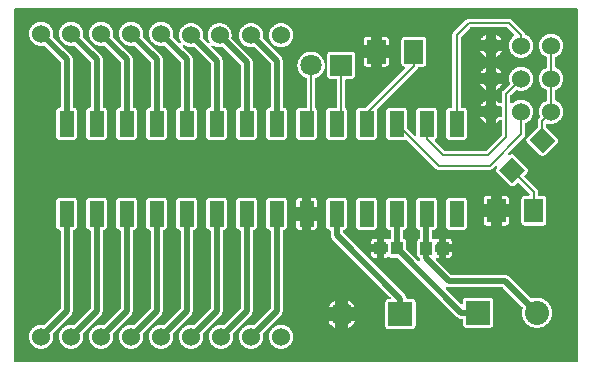
<source format=gtl>
G04 Layer: TopLayer*
G04 EasyEDA v6.4.3, 2020-09-28T11:24:18+02:00*
G04 db6a862be2b4476fa8aa916105e7e4dd,b5629027151c44a780a78c7d9cec2130,10*
G04 Gerber Generator version 0.2*
G04 Scale: 100 percent, Rotated: No, Reflected: No *
G04 Dimensions in inches *
G04 leading zeros omitted , absolute positions ,2 integer and 4 decimal *
%FSLAX24Y24*%
%MOIN*%
G90*
G70D02*

%ADD11C,0.020000*%
%ADD12C,0.008000*%
%ADD13C,0.006000*%
%ADD16R,0.039370X0.043307*%
%ADD17R,0.047700X0.085900*%
%ADD18C,0.060000*%
%ADD19R,0.080000X0.080000*%
%ADD20C,0.080000*%
%ADD22C,0.070866*%

%LPD*%
G36*
G01X18864Y11898D02*
G01X135Y11898D01*
G01X129Y11897D01*
G01X124Y11895D01*
G01X114Y11889D01*
G01X110Y11885D01*
G01X104Y11875D01*
G01X102Y11870D01*
G01X101Y11864D01*
G01X101Y135D01*
G01X102Y129D01*
G01X104Y124D01*
G01X110Y114D01*
G01X114Y110D01*
G01X124Y104D01*
G01X129Y102D01*
G01X135Y101D01*
G01X18864Y101D01*
G01X18870Y102D01*
G01X18875Y104D01*
G01X18885Y110D01*
G01X18889Y114D01*
G01X18895Y124D01*
G01X18897Y129D01*
G01X18898Y135D01*
G01X18898Y11864D01*
G01X18897Y11870D01*
G01X18895Y11875D01*
G01X18889Y11885D01*
G01X18885Y11889D01*
G01X18875Y11895D01*
G01X18870Y11897D01*
G01X18864Y11898D01*
G37*

%LPC*%
G36*
G01X15825Y10825D02*
G01X15825Y11010D01*
G01X15807Y11001D01*
G01X15791Y10992D01*
G01X15775Y10982D01*
G01X15759Y10971D01*
G01X15744Y10959D01*
G01X15716Y10933D01*
G01X15690Y10905D01*
G01X15678Y10890D01*
G01X15667Y10874D01*
G01X15647Y10842D01*
G01X15639Y10825D01*
G01X15825Y10825D01*
G37*
G36*
G01X8089Y5580D02*
G01X7611Y5580D01*
G01X7593Y5578D01*
G01X7584Y5576D01*
G01X7575Y5573D01*
G01X7567Y5569D01*
G01X7558Y5564D01*
G01X7551Y5559D01*
G01X7543Y5553D01*
G01X7531Y5539D01*
G01X7526Y5532D01*
G01X7521Y5523D01*
G01X7517Y5515D01*
G01X7514Y5506D01*
G01X7512Y5497D01*
G01X7511Y5488D01*
G01X7510Y5478D01*
G01X7510Y4619D01*
G01X7512Y4601D01*
G01X7514Y4592D01*
G01X7517Y4584D01*
G01X7521Y4575D01*
G01X7525Y4567D01*
G01X7530Y4559D01*
G01X7536Y4552D01*
G01X7557Y4534D01*
G01X7573Y4526D01*
G01X7582Y4523D01*
G01X7600Y4519D01*
G01X7609Y4519D01*
G01X7615Y4518D01*
G01X7622Y4516D01*
G01X7627Y4514D01*
G01X7632Y4511D01*
G01X7637Y4507D01*
G01X7641Y4502D01*
G01X7644Y4496D01*
G01X7647Y4491D01*
G01X7648Y4485D01*
G01X7648Y1893D01*
G01X7647Y1887D01*
G01X7644Y1881D01*
G01X7641Y1876D01*
G01X7637Y1871D01*
G01X7118Y1353D01*
G01X7114Y1349D01*
G01X7102Y1343D01*
G01X7097Y1342D01*
G01X7090Y1341D01*
G01X7082Y1342D01*
G01X7061Y1346D01*
G01X7041Y1348D01*
G01X7020Y1350D01*
G01X7000Y1351D01*
G01X6981Y1350D01*
G01X6964Y1349D01*
G01X6946Y1347D01*
G01X6928Y1344D01*
G01X6910Y1340D01*
G01X6893Y1336D01*
G01X6876Y1331D01*
G01X6859Y1325D01*
G01X6842Y1318D01*
G01X6826Y1311D01*
G01X6810Y1303D01*
G01X6794Y1294D01*
G01X6778Y1284D01*
G01X6764Y1274D01*
G01X6750Y1263D01*
G01X6722Y1239D01*
G01X6710Y1227D01*
G01X6697Y1213D01*
G01X6686Y1200D01*
G01X6675Y1185D01*
G01X6665Y1171D01*
G01X6655Y1155D01*
G01X6646Y1140D01*
G01X6638Y1123D01*
G01X6631Y1107D01*
G01X6624Y1090D01*
G01X6618Y1073D01*
G01X6613Y1056D01*
G01X6609Y1039D01*
G01X6605Y1021D01*
G01X6602Y1003D01*
G01X6600Y986D01*
G01X6599Y967D01*
G01X6598Y950D01*
G01X6599Y932D01*
G01X6600Y913D01*
G01X6602Y896D01*
G01X6605Y878D01*
G01X6609Y860D01*
G01X6613Y843D01*
G01X6618Y826D01*
G01X6624Y809D01*
G01X6631Y792D01*
G01X6638Y776D01*
G01X6646Y759D01*
G01X6655Y744D01*
G01X6665Y728D01*
G01X6675Y714D01*
G01X6697Y686D01*
G01X6710Y672D01*
G01X6722Y660D01*
G01X6750Y636D01*
G01X6764Y625D01*
G01X6778Y615D01*
G01X6794Y605D01*
G01X6810Y596D01*
G01X6826Y588D01*
G01X6842Y581D01*
G01X6859Y574D01*
G01X6876Y568D01*
G01X6893Y563D01*
G01X6910Y559D01*
G01X6928Y555D01*
G01X6946Y552D01*
G01X6964Y550D01*
G01X6981Y549D01*
G01X7000Y548D01*
G01X7018Y549D01*
G01X7035Y550D01*
G01X7053Y552D01*
G01X7071Y555D01*
G01X7089Y559D01*
G01X7106Y563D01*
G01X7123Y568D01*
G01X7140Y574D01*
G01X7157Y581D01*
G01X7173Y588D01*
G01X7189Y596D01*
G01X7205Y605D01*
G01X7221Y615D01*
G01X7235Y625D01*
G01X7250Y636D01*
G01X7263Y648D01*
G01X7277Y660D01*
G01X7289Y672D01*
G01X7302Y686D01*
G01X7324Y714D01*
G01X7334Y728D01*
G01X7344Y744D01*
G01X7353Y759D01*
G01X7361Y776D01*
G01X7368Y792D01*
G01X7375Y809D01*
G01X7381Y826D01*
G01X7386Y843D01*
G01X7390Y860D01*
G01X7394Y878D01*
G01X7397Y896D01*
G01X7399Y913D01*
G01X7400Y932D01*
G01X7401Y950D01*
G01X7400Y970D01*
G01X7398Y991D01*
G01X7396Y1011D01*
G01X7392Y1032D01*
G01X7391Y1040D01*
G01X7392Y1046D01*
G01X7393Y1053D01*
G01X7396Y1058D01*
G01X7399Y1064D01*
G01X7403Y1069D01*
G01X7992Y1657D01*
G01X8001Y1667D01*
G01X8009Y1677D01*
G01X8017Y1688D01*
G01X8023Y1699D01*
G01X8030Y1711D01*
G01X8040Y1735D01*
G01X8044Y1748D01*
G01X8047Y1760D01*
G01X8049Y1773D01*
G01X8050Y1786D01*
G01X8051Y1800D01*
G01X8051Y4484D01*
G01X8052Y4490D01*
G01X8054Y4495D01*
G01X8060Y4505D01*
G01X8064Y4509D01*
G01X8068Y4512D01*
G01X8073Y4515D01*
G01X8079Y4517D01*
G01X8084Y4518D01*
G01X8090Y4519D01*
G01X8099Y4519D01*
G01X8117Y4523D01*
G01X8126Y4526D01*
G01X8135Y4530D01*
G01X8143Y4534D01*
G01X8150Y4540D01*
G01X8157Y4545D01*
G01X8164Y4552D01*
G01X8169Y4559D01*
G01X8175Y4567D01*
G01X8183Y4583D01*
G01X8186Y4592D01*
G01X8188Y4601D01*
G01X8189Y4610D01*
G01X8189Y5488D01*
G01X8188Y5497D01*
G01X8186Y5506D01*
G01X8183Y5515D01*
G01X8179Y5523D01*
G01X8174Y5532D01*
G01X8169Y5539D01*
G01X8163Y5546D01*
G01X8156Y5553D01*
G01X8149Y5559D01*
G01X8142Y5564D01*
G01X8134Y5569D01*
G01X8125Y5573D01*
G01X8116Y5576D01*
G01X8107Y5578D01*
G01X8089Y5580D01*
G37*
G36*
G01X6089Y5580D02*
G01X5611Y5580D01*
G01X5593Y5578D01*
G01X5584Y5576D01*
G01X5575Y5573D01*
G01X5567Y5569D01*
G01X5558Y5564D01*
G01X5551Y5559D01*
G01X5543Y5553D01*
G01X5531Y5539D01*
G01X5526Y5532D01*
G01X5521Y5523D01*
G01X5517Y5515D01*
G01X5514Y5506D01*
G01X5512Y5497D01*
G01X5511Y5488D01*
G01X5510Y5478D01*
G01X5510Y4619D01*
G01X5512Y4601D01*
G01X5514Y4592D01*
G01X5517Y4584D01*
G01X5521Y4575D01*
G01X5525Y4567D01*
G01X5530Y4559D01*
G01X5536Y4552D01*
G01X5557Y4534D01*
G01X5573Y4526D01*
G01X5582Y4523D01*
G01X5600Y4519D01*
G01X5609Y4519D01*
G01X5615Y4518D01*
G01X5622Y4516D01*
G01X5627Y4514D01*
G01X5632Y4511D01*
G01X5637Y4507D01*
G01X5641Y4502D01*
G01X5644Y4496D01*
G01X5647Y4491D01*
G01X5648Y4485D01*
G01X5648Y1893D01*
G01X5647Y1887D01*
G01X5644Y1881D01*
G01X5641Y1876D01*
G01X5637Y1871D01*
G01X5118Y1353D01*
G01X5114Y1349D01*
G01X5102Y1343D01*
G01X5097Y1342D01*
G01X5090Y1341D01*
G01X5082Y1342D01*
G01X5061Y1346D01*
G01X5041Y1348D01*
G01X5020Y1350D01*
G01X5000Y1351D01*
G01X4981Y1350D01*
G01X4964Y1349D01*
G01X4946Y1347D01*
G01X4928Y1344D01*
G01X4910Y1340D01*
G01X4893Y1336D01*
G01X4876Y1331D01*
G01X4859Y1325D01*
G01X4842Y1318D01*
G01X4826Y1311D01*
G01X4810Y1303D01*
G01X4794Y1294D01*
G01X4778Y1284D01*
G01X4764Y1274D01*
G01X4750Y1263D01*
G01X4722Y1239D01*
G01X4710Y1227D01*
G01X4697Y1213D01*
G01X4686Y1200D01*
G01X4675Y1185D01*
G01X4665Y1171D01*
G01X4655Y1155D01*
G01X4646Y1140D01*
G01X4638Y1123D01*
G01X4631Y1107D01*
G01X4624Y1090D01*
G01X4618Y1073D01*
G01X4613Y1056D01*
G01X4609Y1039D01*
G01X4605Y1021D01*
G01X4602Y1003D01*
G01X4600Y986D01*
G01X4599Y967D01*
G01X4598Y950D01*
G01X4599Y932D01*
G01X4600Y913D01*
G01X4602Y896D01*
G01X4605Y878D01*
G01X4609Y860D01*
G01X4613Y843D01*
G01X4618Y826D01*
G01X4624Y809D01*
G01X4631Y792D01*
G01X4638Y776D01*
G01X4646Y759D01*
G01X4655Y744D01*
G01X4665Y728D01*
G01X4675Y714D01*
G01X4697Y686D01*
G01X4710Y672D01*
G01X4722Y660D01*
G01X4750Y636D01*
G01X4764Y625D01*
G01X4778Y615D01*
G01X4794Y605D01*
G01X4810Y596D01*
G01X4826Y588D01*
G01X4842Y581D01*
G01X4859Y574D01*
G01X4876Y568D01*
G01X4893Y563D01*
G01X4910Y559D01*
G01X4928Y555D01*
G01X4946Y552D01*
G01X4964Y550D01*
G01X4981Y549D01*
G01X5000Y548D01*
G01X5018Y549D01*
G01X5035Y550D01*
G01X5053Y552D01*
G01X5071Y555D01*
G01X5089Y559D01*
G01X5106Y563D01*
G01X5123Y568D01*
G01X5140Y574D01*
G01X5157Y581D01*
G01X5173Y588D01*
G01X5189Y596D01*
G01X5205Y605D01*
G01X5221Y615D01*
G01X5235Y625D01*
G01X5250Y636D01*
G01X5263Y648D01*
G01X5277Y660D01*
G01X5289Y672D01*
G01X5302Y686D01*
G01X5324Y714D01*
G01X5334Y728D01*
G01X5344Y744D01*
G01X5353Y759D01*
G01X5361Y776D01*
G01X5368Y792D01*
G01X5375Y809D01*
G01X5381Y826D01*
G01X5386Y843D01*
G01X5390Y860D01*
G01X5394Y878D01*
G01X5397Y896D01*
G01X5399Y913D01*
G01X5400Y932D01*
G01X5401Y950D01*
G01X5400Y970D01*
G01X5398Y991D01*
G01X5396Y1011D01*
G01X5392Y1032D01*
G01X5391Y1040D01*
G01X5392Y1046D01*
G01X5393Y1053D01*
G01X5396Y1058D01*
G01X5399Y1064D01*
G01X5403Y1069D01*
G01X5992Y1657D01*
G01X6001Y1667D01*
G01X6009Y1677D01*
G01X6017Y1688D01*
G01X6023Y1699D01*
G01X6030Y1711D01*
G01X6040Y1735D01*
G01X6044Y1748D01*
G01X6047Y1760D01*
G01X6049Y1773D01*
G01X6050Y1786D01*
G01X6051Y1800D01*
G01X6051Y4484D01*
G01X6052Y4490D01*
G01X6054Y4495D01*
G01X6060Y4505D01*
G01X6064Y4509D01*
G01X6068Y4512D01*
G01X6073Y4515D01*
G01X6079Y4517D01*
G01X6084Y4518D01*
G01X6090Y4519D01*
G01X6099Y4519D01*
G01X6117Y4523D01*
G01X6126Y4526D01*
G01X6135Y4530D01*
G01X6143Y4534D01*
G01X6150Y4540D01*
G01X6157Y4545D01*
G01X6164Y4552D01*
G01X6169Y4559D01*
G01X6175Y4567D01*
G01X6183Y4583D01*
G01X6186Y4592D01*
G01X6188Y4601D01*
G01X6189Y4610D01*
G01X6189Y5488D01*
G01X6188Y5497D01*
G01X6186Y5506D01*
G01X6183Y5515D01*
G01X6179Y5523D01*
G01X6174Y5532D01*
G01X6169Y5539D01*
G01X6163Y5546D01*
G01X6156Y5553D01*
G01X6149Y5559D01*
G01X6142Y5564D01*
G01X6134Y5569D01*
G01X6125Y5573D01*
G01X6116Y5576D01*
G01X6107Y5578D01*
G01X6089Y5580D01*
G37*
G36*
G01X7089Y5580D02*
G01X6611Y5580D01*
G01X6593Y5578D01*
G01X6584Y5576D01*
G01X6575Y5573D01*
G01X6567Y5569D01*
G01X6558Y5564D01*
G01X6551Y5559D01*
G01X6543Y5553D01*
G01X6531Y5539D01*
G01X6526Y5532D01*
G01X6521Y5523D01*
G01X6517Y5515D01*
G01X6514Y5506D01*
G01X6512Y5497D01*
G01X6511Y5488D01*
G01X6510Y5478D01*
G01X6510Y4619D01*
G01X6512Y4601D01*
G01X6514Y4592D01*
G01X6517Y4584D01*
G01X6521Y4575D01*
G01X6525Y4567D01*
G01X6530Y4559D01*
G01X6536Y4552D01*
G01X6557Y4534D01*
G01X6573Y4526D01*
G01X6582Y4523D01*
G01X6600Y4519D01*
G01X6609Y4519D01*
G01X6615Y4518D01*
G01X6622Y4516D01*
G01X6627Y4514D01*
G01X6632Y4511D01*
G01X6637Y4507D01*
G01X6641Y4502D01*
G01X6644Y4496D01*
G01X6647Y4491D01*
G01X6648Y4485D01*
G01X6648Y1893D01*
G01X6647Y1887D01*
G01X6644Y1881D01*
G01X6641Y1876D01*
G01X6637Y1871D01*
G01X6118Y1353D01*
G01X6114Y1349D01*
G01X6102Y1343D01*
G01X6097Y1342D01*
G01X6090Y1341D01*
G01X6082Y1342D01*
G01X6061Y1346D01*
G01X6041Y1348D01*
G01X6020Y1350D01*
G01X6000Y1351D01*
G01X5981Y1350D01*
G01X5964Y1349D01*
G01X5946Y1347D01*
G01X5928Y1344D01*
G01X5910Y1340D01*
G01X5893Y1336D01*
G01X5876Y1331D01*
G01X5859Y1325D01*
G01X5842Y1318D01*
G01X5826Y1311D01*
G01X5810Y1303D01*
G01X5794Y1294D01*
G01X5778Y1284D01*
G01X5764Y1274D01*
G01X5750Y1263D01*
G01X5722Y1239D01*
G01X5710Y1227D01*
G01X5697Y1213D01*
G01X5686Y1200D01*
G01X5675Y1185D01*
G01X5665Y1171D01*
G01X5655Y1155D01*
G01X5646Y1140D01*
G01X5638Y1123D01*
G01X5631Y1107D01*
G01X5624Y1090D01*
G01X5618Y1073D01*
G01X5613Y1056D01*
G01X5609Y1039D01*
G01X5605Y1021D01*
G01X5602Y1003D01*
G01X5600Y986D01*
G01X5599Y967D01*
G01X5598Y950D01*
G01X5599Y932D01*
G01X5600Y913D01*
G01X5602Y896D01*
G01X5605Y878D01*
G01X5609Y860D01*
G01X5613Y843D01*
G01X5618Y826D01*
G01X5624Y809D01*
G01X5631Y792D01*
G01X5638Y776D01*
G01X5646Y759D01*
G01X5655Y744D01*
G01X5665Y728D01*
G01X5675Y714D01*
G01X5697Y686D01*
G01X5710Y672D01*
G01X5722Y660D01*
G01X5750Y636D01*
G01X5764Y625D01*
G01X5778Y615D01*
G01X5794Y605D01*
G01X5810Y596D01*
G01X5826Y588D01*
G01X5842Y581D01*
G01X5859Y574D01*
G01X5876Y568D01*
G01X5893Y563D01*
G01X5910Y559D01*
G01X5928Y555D01*
G01X5946Y552D01*
G01X5964Y550D01*
G01X5981Y549D01*
G01X6000Y548D01*
G01X6018Y549D01*
G01X6035Y550D01*
G01X6053Y552D01*
G01X6071Y555D01*
G01X6089Y559D01*
G01X6106Y563D01*
G01X6123Y568D01*
G01X6140Y574D01*
G01X6157Y581D01*
G01X6173Y588D01*
G01X6189Y596D01*
G01X6205Y605D01*
G01X6221Y615D01*
G01X6235Y625D01*
G01X6250Y636D01*
G01X6263Y648D01*
G01X6277Y660D01*
G01X6289Y672D01*
G01X6302Y686D01*
G01X6324Y714D01*
G01X6334Y728D01*
G01X6344Y744D01*
G01X6353Y759D01*
G01X6361Y776D01*
G01X6368Y792D01*
G01X6375Y809D01*
G01X6381Y826D01*
G01X6386Y843D01*
G01X6390Y860D01*
G01X6394Y878D01*
G01X6397Y896D01*
G01X6399Y913D01*
G01X6400Y932D01*
G01X6401Y950D01*
G01X6400Y970D01*
G01X6398Y991D01*
G01X6396Y1011D01*
G01X6392Y1032D01*
G01X6391Y1040D01*
G01X6392Y1046D01*
G01X6393Y1053D01*
G01X6396Y1058D01*
G01X6399Y1064D01*
G01X6403Y1069D01*
G01X6992Y1657D01*
G01X7001Y1667D01*
G01X7009Y1677D01*
G01X7017Y1688D01*
G01X7023Y1699D01*
G01X7030Y1711D01*
G01X7040Y1735D01*
G01X7044Y1748D01*
G01X7047Y1760D01*
G01X7049Y1773D01*
G01X7050Y1786D01*
G01X7051Y1800D01*
G01X7051Y4484D01*
G01X7052Y4490D01*
G01X7054Y4495D01*
G01X7060Y4505D01*
G01X7064Y4509D01*
G01X7068Y4512D01*
G01X7073Y4515D01*
G01X7079Y4517D01*
G01X7084Y4518D01*
G01X7090Y4519D01*
G01X7099Y4519D01*
G01X7117Y4523D01*
G01X7126Y4526D01*
G01X7135Y4530D01*
G01X7143Y4534D01*
G01X7150Y4540D01*
G01X7157Y4545D01*
G01X7164Y4552D01*
G01X7169Y4559D01*
G01X7175Y4567D01*
G01X7183Y4583D01*
G01X7186Y4592D01*
G01X7188Y4601D01*
G01X7189Y4610D01*
G01X7189Y5488D01*
G01X7188Y5497D01*
G01X7186Y5506D01*
G01X7183Y5515D01*
G01X7179Y5523D01*
G01X7174Y5532D01*
G01X7169Y5539D01*
G01X7163Y5546D01*
G01X7156Y5553D01*
G01X7149Y5559D01*
G01X7142Y5564D01*
G01X7134Y5569D01*
G01X7125Y5573D01*
G01X7116Y5576D01*
G01X7107Y5578D01*
G01X7089Y5580D01*
G37*
G36*
G01X9089Y5580D02*
G01X8611Y5580D01*
G01X8593Y5578D01*
G01X8584Y5576D01*
G01X8575Y5573D01*
G01X8567Y5569D01*
G01X8558Y5564D01*
G01X8551Y5559D01*
G01X8543Y5553D01*
G01X8531Y5539D01*
G01X8526Y5532D01*
G01X8521Y5523D01*
G01X8517Y5515D01*
G01X8514Y5506D01*
G01X8512Y5497D01*
G01X8511Y5488D01*
G01X8510Y5478D01*
G01X8510Y4619D01*
G01X8512Y4601D01*
G01X8514Y4592D01*
G01X8517Y4584D01*
G01X8521Y4575D01*
G01X8525Y4567D01*
G01X8530Y4559D01*
G01X8536Y4552D01*
G01X8557Y4534D01*
G01X8573Y4526D01*
G01X8582Y4523D01*
G01X8600Y4519D01*
G01X8609Y4519D01*
G01X8615Y4518D01*
G01X8622Y4516D01*
G01X8627Y4514D01*
G01X8632Y4511D01*
G01X8637Y4507D01*
G01X8641Y4502D01*
G01X8644Y4496D01*
G01X8647Y4491D01*
G01X8648Y4485D01*
G01X8648Y1893D01*
G01X8647Y1887D01*
G01X8644Y1881D01*
G01X8641Y1876D01*
G01X8637Y1871D01*
G01X8118Y1353D01*
G01X8114Y1349D01*
G01X8102Y1343D01*
G01X8097Y1342D01*
G01X8090Y1341D01*
G01X8082Y1342D01*
G01X8061Y1346D01*
G01X8041Y1348D01*
G01X8020Y1350D01*
G01X8000Y1351D01*
G01X7981Y1350D01*
G01X7964Y1349D01*
G01X7946Y1347D01*
G01X7928Y1344D01*
G01X7910Y1340D01*
G01X7893Y1336D01*
G01X7876Y1331D01*
G01X7859Y1325D01*
G01X7842Y1318D01*
G01X7826Y1311D01*
G01X7810Y1303D01*
G01X7794Y1294D01*
G01X7778Y1284D01*
G01X7764Y1274D01*
G01X7750Y1263D01*
G01X7722Y1239D01*
G01X7710Y1227D01*
G01X7697Y1213D01*
G01X7686Y1200D01*
G01X7675Y1185D01*
G01X7665Y1171D01*
G01X7655Y1155D01*
G01X7646Y1140D01*
G01X7638Y1123D01*
G01X7631Y1107D01*
G01X7624Y1090D01*
G01X7618Y1073D01*
G01X7613Y1056D01*
G01X7609Y1039D01*
G01X7605Y1021D01*
G01X7602Y1003D01*
G01X7600Y986D01*
G01X7599Y967D01*
G01X7598Y950D01*
G01X7599Y932D01*
G01X7600Y913D01*
G01X7602Y896D01*
G01X7605Y878D01*
G01X7609Y860D01*
G01X7613Y843D01*
G01X7618Y826D01*
G01X7624Y809D01*
G01X7631Y792D01*
G01X7638Y776D01*
G01X7646Y759D01*
G01X7655Y744D01*
G01X7665Y728D01*
G01X7675Y714D01*
G01X7697Y686D01*
G01X7710Y672D01*
G01X7722Y660D01*
G01X7750Y636D01*
G01X7764Y625D01*
G01X7778Y615D01*
G01X7794Y605D01*
G01X7810Y596D01*
G01X7826Y588D01*
G01X7842Y581D01*
G01X7859Y574D01*
G01X7876Y568D01*
G01X7893Y563D01*
G01X7910Y559D01*
G01X7928Y555D01*
G01X7946Y552D01*
G01X7964Y550D01*
G01X7981Y549D01*
G01X8000Y548D01*
G01X8018Y549D01*
G01X8035Y550D01*
G01X8053Y552D01*
G01X8071Y555D01*
G01X8089Y559D01*
G01X8106Y563D01*
G01X8123Y568D01*
G01X8140Y574D01*
G01X8157Y581D01*
G01X8173Y588D01*
G01X8189Y596D01*
G01X8205Y605D01*
G01X8221Y615D01*
G01X8235Y625D01*
G01X8250Y636D01*
G01X8263Y648D01*
G01X8277Y660D01*
G01X8289Y672D01*
G01X8302Y686D01*
G01X8324Y714D01*
G01X8334Y728D01*
G01X8344Y744D01*
G01X8353Y759D01*
G01X8361Y776D01*
G01X8368Y792D01*
G01X8375Y809D01*
G01X8381Y826D01*
G01X8386Y843D01*
G01X8390Y860D01*
G01X8394Y878D01*
G01X8397Y896D01*
G01X8399Y913D01*
G01X8400Y932D01*
G01X8401Y950D01*
G01X8400Y970D01*
G01X8398Y991D01*
G01X8396Y1011D01*
G01X8392Y1032D01*
G01X8391Y1040D01*
G01X8392Y1046D01*
G01X8393Y1053D01*
G01X8396Y1058D01*
G01X8399Y1064D01*
G01X8403Y1069D01*
G01X8992Y1657D01*
G01X9001Y1667D01*
G01X9009Y1677D01*
G01X9017Y1688D01*
G01X9023Y1699D01*
G01X9030Y1711D01*
G01X9040Y1735D01*
G01X9044Y1748D01*
G01X9047Y1760D01*
G01X9049Y1773D01*
G01X9050Y1786D01*
G01X9051Y1800D01*
G01X9051Y4484D01*
G01X9052Y4490D01*
G01X9054Y4495D01*
G01X9060Y4505D01*
G01X9064Y4509D01*
G01X9068Y4512D01*
G01X9073Y4515D01*
G01X9079Y4517D01*
G01X9084Y4518D01*
G01X9090Y4519D01*
G01X9099Y4519D01*
G01X9117Y4523D01*
G01X9126Y4526D01*
G01X9135Y4530D01*
G01X9143Y4534D01*
G01X9150Y4540D01*
G01X9157Y4545D01*
G01X9164Y4552D01*
G01X9169Y4559D01*
G01X9175Y4567D01*
G01X9183Y4583D01*
G01X9186Y4592D01*
G01X9188Y4601D01*
G01X9189Y4610D01*
G01X9189Y5488D01*
G01X9188Y5497D01*
G01X9186Y5506D01*
G01X9183Y5515D01*
G01X9179Y5523D01*
G01X9174Y5532D01*
G01X9169Y5539D01*
G01X9163Y5546D01*
G01X9156Y5553D01*
G01X9149Y5559D01*
G01X9142Y5564D01*
G01X9134Y5569D01*
G01X9125Y5573D01*
G01X9116Y5576D01*
G01X9107Y5578D01*
G01X9089Y5580D01*
G37*
G36*
G01X3088Y5580D02*
G01X2611Y5580D01*
G01X2593Y5578D01*
G01X2584Y5576D01*
G01X2575Y5573D01*
G01X2567Y5569D01*
G01X2558Y5564D01*
G01X2551Y5559D01*
G01X2544Y5553D01*
G01X2537Y5546D01*
G01X2531Y5539D01*
G01X2526Y5532D01*
G01X2521Y5523D01*
G01X2517Y5515D01*
G01X2514Y5506D01*
G01X2512Y5497D01*
G01X2511Y5488D01*
G01X2511Y4610D01*
G01X2512Y4601D01*
G01X2514Y4592D01*
G01X2517Y4584D01*
G01X2521Y4575D01*
G01X2525Y4567D01*
G01X2530Y4559D01*
G01X2536Y4552D01*
G01X2557Y4534D01*
G01X2573Y4526D01*
G01X2582Y4523D01*
G01X2600Y4519D01*
G01X2609Y4519D01*
G01X2615Y4518D01*
G01X2627Y4514D01*
G01X2632Y4511D01*
G01X2637Y4507D01*
G01X2641Y4502D01*
G01X2644Y4496D01*
G01X2646Y4491D01*
G01X2648Y4485D01*
G01X2648Y1893D01*
G01X2644Y1881D01*
G01X2641Y1876D01*
G01X2637Y1871D01*
G01X2119Y1353D01*
G01X2114Y1349D01*
G01X2108Y1346D01*
G01X2103Y1343D01*
G01X2096Y1342D01*
G01X2090Y1341D01*
G01X2082Y1342D01*
G01X2061Y1346D01*
G01X2041Y1348D01*
G01X2020Y1350D01*
G01X2000Y1351D01*
G01X1982Y1350D01*
G01X1963Y1349D01*
G01X1946Y1347D01*
G01X1928Y1344D01*
G01X1910Y1340D01*
G01X1893Y1336D01*
G01X1876Y1331D01*
G01X1859Y1325D01*
G01X1842Y1318D01*
G01X1826Y1311D01*
G01X1809Y1303D01*
G01X1794Y1294D01*
G01X1778Y1284D01*
G01X1764Y1274D01*
G01X1750Y1263D01*
G01X1722Y1239D01*
G01X1710Y1227D01*
G01X1698Y1213D01*
G01X1686Y1200D01*
G01X1675Y1185D01*
G01X1665Y1171D01*
G01X1655Y1155D01*
G01X1646Y1140D01*
G01X1638Y1123D01*
G01X1631Y1107D01*
G01X1624Y1090D01*
G01X1618Y1073D01*
G01X1613Y1056D01*
G01X1609Y1039D01*
G01X1605Y1021D01*
G01X1602Y1003D01*
G01X1600Y986D01*
G01X1599Y967D01*
G01X1598Y950D01*
G01X1599Y932D01*
G01X1600Y913D01*
G01X1602Y896D01*
G01X1605Y878D01*
G01X1609Y860D01*
G01X1613Y843D01*
G01X1618Y826D01*
G01X1624Y809D01*
G01X1631Y792D01*
G01X1638Y776D01*
G01X1646Y759D01*
G01X1655Y744D01*
G01X1665Y728D01*
G01X1675Y714D01*
G01X1686Y700D01*
G01X1710Y672D01*
G01X1722Y660D01*
G01X1750Y636D01*
G01X1764Y625D01*
G01X1778Y615D01*
G01X1794Y605D01*
G01X1809Y596D01*
G01X1826Y588D01*
G01X1842Y581D01*
G01X1859Y574D01*
G01X1876Y568D01*
G01X1893Y563D01*
G01X1910Y559D01*
G01X1928Y555D01*
G01X1946Y552D01*
G01X1963Y550D01*
G01X1982Y549D01*
G01X2000Y548D01*
G01X2017Y549D01*
G01X2036Y550D01*
G01X2053Y552D01*
G01X2071Y555D01*
G01X2089Y559D01*
G01X2106Y563D01*
G01X2123Y568D01*
G01X2140Y574D01*
G01X2157Y581D01*
G01X2173Y588D01*
G01X2190Y596D01*
G01X2205Y605D01*
G01X2221Y615D01*
G01X2235Y625D01*
G01X2250Y636D01*
G01X2263Y648D01*
G01X2277Y660D01*
G01X2289Y672D01*
G01X2313Y700D01*
G01X2324Y714D01*
G01X2334Y728D01*
G01X2344Y744D01*
G01X2353Y759D01*
G01X2361Y776D01*
G01X2368Y792D01*
G01X2375Y809D01*
G01X2381Y826D01*
G01X2386Y843D01*
G01X2390Y860D01*
G01X2394Y878D01*
G01X2397Y896D01*
G01X2399Y913D01*
G01X2400Y932D01*
G01X2401Y950D01*
G01X2400Y970D01*
G01X2398Y991D01*
G01X2396Y1011D01*
G01X2392Y1032D01*
G01X2391Y1040D01*
G01X2392Y1046D01*
G01X2393Y1053D01*
G01X2396Y1058D01*
G01X2399Y1064D01*
G01X2403Y1069D01*
G01X2992Y1657D01*
G01X3001Y1667D01*
G01X3009Y1677D01*
G01X3017Y1688D01*
G01X3023Y1699D01*
G01X3030Y1711D01*
G01X3040Y1735D01*
G01X3044Y1748D01*
G01X3047Y1760D01*
G01X3049Y1773D01*
G01X3050Y1786D01*
G01X3051Y1800D01*
G01X3051Y4484D01*
G01X3052Y4490D01*
G01X3054Y4495D01*
G01X3060Y4505D01*
G01X3064Y4509D01*
G01X3069Y4512D01*
G01X3073Y4515D01*
G01X3079Y4517D01*
G01X3084Y4518D01*
G01X3090Y4519D01*
G01X3099Y4519D01*
G01X3117Y4523D01*
G01X3126Y4526D01*
G01X3142Y4534D01*
G01X3150Y4540D01*
G01X3157Y4545D01*
G01X3169Y4559D01*
G01X3175Y4567D01*
G01X3183Y4583D01*
G01X3186Y4592D01*
G01X3188Y4601D01*
G01X3190Y4619D01*
G01X3190Y5478D01*
G01X3189Y5488D01*
G01X3188Y5497D01*
G01X3186Y5506D01*
G01X3183Y5515D01*
G01X3179Y5523D01*
G01X3174Y5532D01*
G01X3169Y5539D01*
G01X3157Y5553D01*
G01X3149Y5559D01*
G01X3142Y5564D01*
G01X3134Y5569D01*
G01X3125Y5573D01*
G01X3116Y5576D01*
G01X3107Y5578D01*
G01X3098Y5579D01*
G01X3088Y5580D01*
G37*
G36*
G01X4088Y5580D02*
G01X3611Y5580D01*
G01X3593Y5578D01*
G01X3584Y5576D01*
G01X3575Y5573D01*
G01X3567Y5569D01*
G01X3558Y5564D01*
G01X3551Y5559D01*
G01X3544Y5553D01*
G01X3537Y5546D01*
G01X3531Y5539D01*
G01X3526Y5532D01*
G01X3521Y5523D01*
G01X3517Y5515D01*
G01X3514Y5506D01*
G01X3512Y5497D01*
G01X3511Y5488D01*
G01X3511Y4610D01*
G01X3512Y4601D01*
G01X3514Y4592D01*
G01X3517Y4584D01*
G01X3521Y4575D01*
G01X3525Y4567D01*
G01X3530Y4559D01*
G01X3536Y4552D01*
G01X3557Y4534D01*
G01X3573Y4526D01*
G01X3582Y4523D01*
G01X3600Y4519D01*
G01X3609Y4519D01*
G01X3615Y4518D01*
G01X3627Y4514D01*
G01X3632Y4511D01*
G01X3637Y4507D01*
G01X3641Y4502D01*
G01X3644Y4496D01*
G01X3646Y4491D01*
G01X3648Y4485D01*
G01X3648Y1893D01*
G01X3644Y1881D01*
G01X3641Y1876D01*
G01X3637Y1871D01*
G01X3119Y1353D01*
G01X3114Y1349D01*
G01X3108Y1346D01*
G01X3103Y1343D01*
G01X3096Y1342D01*
G01X3090Y1341D01*
G01X3082Y1342D01*
G01X3061Y1346D01*
G01X3041Y1348D01*
G01X3020Y1350D01*
G01X3000Y1351D01*
G01X2982Y1350D01*
G01X2963Y1349D01*
G01X2946Y1347D01*
G01X2928Y1344D01*
G01X2910Y1340D01*
G01X2893Y1336D01*
G01X2876Y1331D01*
G01X2859Y1325D01*
G01X2842Y1318D01*
G01X2826Y1311D01*
G01X2809Y1303D01*
G01X2794Y1294D01*
G01X2778Y1284D01*
G01X2764Y1274D01*
G01X2750Y1263D01*
G01X2722Y1239D01*
G01X2710Y1227D01*
G01X2698Y1213D01*
G01X2686Y1200D01*
G01X2675Y1185D01*
G01X2665Y1171D01*
G01X2655Y1155D01*
G01X2646Y1140D01*
G01X2638Y1123D01*
G01X2631Y1107D01*
G01X2624Y1090D01*
G01X2618Y1073D01*
G01X2613Y1056D01*
G01X2609Y1039D01*
G01X2605Y1021D01*
G01X2602Y1003D01*
G01X2600Y986D01*
G01X2599Y967D01*
G01X2598Y950D01*
G01X2599Y932D01*
G01X2600Y913D01*
G01X2602Y896D01*
G01X2605Y878D01*
G01X2609Y860D01*
G01X2613Y843D01*
G01X2618Y826D01*
G01X2624Y809D01*
G01X2631Y792D01*
G01X2638Y776D01*
G01X2646Y759D01*
G01X2655Y744D01*
G01X2665Y728D01*
G01X2675Y714D01*
G01X2686Y700D01*
G01X2710Y672D01*
G01X2722Y660D01*
G01X2750Y636D01*
G01X2764Y625D01*
G01X2778Y615D01*
G01X2794Y605D01*
G01X2809Y596D01*
G01X2826Y588D01*
G01X2842Y581D01*
G01X2859Y574D01*
G01X2876Y568D01*
G01X2893Y563D01*
G01X2910Y559D01*
G01X2928Y555D01*
G01X2946Y552D01*
G01X2963Y550D01*
G01X2982Y549D01*
G01X3000Y548D01*
G01X3017Y549D01*
G01X3036Y550D01*
G01X3053Y552D01*
G01X3071Y555D01*
G01X3089Y559D01*
G01X3106Y563D01*
G01X3123Y568D01*
G01X3140Y574D01*
G01X3157Y581D01*
G01X3173Y588D01*
G01X3190Y596D01*
G01X3205Y605D01*
G01X3221Y615D01*
G01X3235Y625D01*
G01X3250Y636D01*
G01X3263Y648D01*
G01X3277Y660D01*
G01X3289Y672D01*
G01X3313Y700D01*
G01X3324Y714D01*
G01X3334Y728D01*
G01X3344Y744D01*
G01X3353Y759D01*
G01X3361Y776D01*
G01X3368Y792D01*
G01X3375Y809D01*
G01X3381Y826D01*
G01X3386Y843D01*
G01X3390Y860D01*
G01X3394Y878D01*
G01X3397Y896D01*
G01X3399Y913D01*
G01X3400Y932D01*
G01X3401Y950D01*
G01X3400Y970D01*
G01X3398Y991D01*
G01X3396Y1011D01*
G01X3392Y1032D01*
G01X3391Y1040D01*
G01X3392Y1046D01*
G01X3393Y1053D01*
G01X3396Y1058D01*
G01X3399Y1064D01*
G01X3403Y1069D01*
G01X3992Y1657D01*
G01X4001Y1667D01*
G01X4009Y1677D01*
G01X4017Y1688D01*
G01X4023Y1699D01*
G01X4030Y1711D01*
G01X4040Y1735D01*
G01X4044Y1748D01*
G01X4047Y1760D01*
G01X4049Y1773D01*
G01X4050Y1786D01*
G01X4051Y1800D01*
G01X4051Y4484D01*
G01X4052Y4490D01*
G01X4054Y4495D01*
G01X4060Y4505D01*
G01X4064Y4509D01*
G01X4069Y4512D01*
G01X4073Y4515D01*
G01X4079Y4517D01*
G01X4084Y4518D01*
G01X4090Y4519D01*
G01X4099Y4519D01*
G01X4117Y4523D01*
G01X4126Y4526D01*
G01X4142Y4534D01*
G01X4150Y4540D01*
G01X4157Y4545D01*
G01X4169Y4559D01*
G01X4175Y4567D01*
G01X4183Y4583D01*
G01X4186Y4592D01*
G01X4188Y4601D01*
G01X4190Y4619D01*
G01X4190Y5478D01*
G01X4189Y5488D01*
G01X4188Y5497D01*
G01X4186Y5506D01*
G01X4183Y5515D01*
G01X4179Y5523D01*
G01X4174Y5532D01*
G01X4169Y5539D01*
G01X4157Y5553D01*
G01X4149Y5559D01*
G01X4142Y5564D01*
G01X4134Y5569D01*
G01X4125Y5573D01*
G01X4116Y5576D01*
G01X4107Y5578D01*
G01X4098Y5579D01*
G01X4088Y5580D01*
G37*
G36*
G01X2088Y5580D02*
G01X1611Y5580D01*
G01X1593Y5578D01*
G01X1584Y5576D01*
G01X1575Y5573D01*
G01X1567Y5569D01*
G01X1558Y5564D01*
G01X1551Y5559D01*
G01X1544Y5553D01*
G01X1537Y5546D01*
G01X1531Y5539D01*
G01X1526Y5532D01*
G01X1521Y5523D01*
G01X1517Y5515D01*
G01X1514Y5506D01*
G01X1512Y5497D01*
G01X1511Y5488D01*
G01X1511Y4610D01*
G01X1512Y4601D01*
G01X1514Y4592D01*
G01X1517Y4584D01*
G01X1521Y4575D01*
G01X1525Y4567D01*
G01X1530Y4559D01*
G01X1536Y4552D01*
G01X1557Y4534D01*
G01X1573Y4526D01*
G01X1582Y4523D01*
G01X1600Y4519D01*
G01X1609Y4519D01*
G01X1615Y4518D01*
G01X1627Y4514D01*
G01X1632Y4511D01*
G01X1637Y4507D01*
G01X1641Y4502D01*
G01X1644Y4496D01*
G01X1646Y4491D01*
G01X1648Y4485D01*
G01X1648Y1893D01*
G01X1644Y1881D01*
G01X1641Y1876D01*
G01X1637Y1871D01*
G01X1119Y1353D01*
G01X1114Y1349D01*
G01X1108Y1346D01*
G01X1103Y1343D01*
G01X1096Y1342D01*
G01X1090Y1341D01*
G01X1082Y1342D01*
G01X1061Y1346D01*
G01X1041Y1348D01*
G01X1020Y1350D01*
G01X1000Y1351D01*
G01X982Y1350D01*
G01X963Y1349D01*
G01X946Y1347D01*
G01X928Y1344D01*
G01X910Y1340D01*
G01X893Y1336D01*
G01X876Y1331D01*
G01X859Y1325D01*
G01X842Y1318D01*
G01X826Y1311D01*
G01X809Y1303D01*
G01X794Y1294D01*
G01X778Y1284D01*
G01X764Y1274D01*
G01X750Y1263D01*
G01X722Y1239D01*
G01X710Y1227D01*
G01X698Y1213D01*
G01X686Y1200D01*
G01X675Y1185D01*
G01X665Y1171D01*
G01X655Y1155D01*
G01X646Y1140D01*
G01X638Y1123D01*
G01X631Y1107D01*
G01X624Y1090D01*
G01X618Y1073D01*
G01X613Y1056D01*
G01X609Y1039D01*
G01X605Y1021D01*
G01X602Y1003D01*
G01X600Y986D01*
G01X599Y967D01*
G01X598Y950D01*
G01X599Y932D01*
G01X600Y913D01*
G01X602Y896D01*
G01X605Y878D01*
G01X609Y860D01*
G01X613Y843D01*
G01X618Y826D01*
G01X624Y809D01*
G01X631Y792D01*
G01X638Y776D01*
G01X646Y759D01*
G01X655Y744D01*
G01X665Y728D01*
G01X675Y714D01*
G01X686Y700D01*
G01X710Y672D01*
G01X722Y660D01*
G01X750Y636D01*
G01X764Y625D01*
G01X778Y615D01*
G01X794Y605D01*
G01X809Y596D01*
G01X826Y588D01*
G01X842Y581D01*
G01X859Y574D01*
G01X876Y568D01*
G01X893Y563D01*
G01X910Y559D01*
G01X928Y555D01*
G01X946Y552D01*
G01X963Y550D01*
G01X982Y549D01*
G01X1000Y548D01*
G01X1017Y549D01*
G01X1036Y550D01*
G01X1053Y552D01*
G01X1071Y555D01*
G01X1089Y559D01*
G01X1106Y563D01*
G01X1123Y568D01*
G01X1140Y574D01*
G01X1157Y581D01*
G01X1173Y588D01*
G01X1190Y596D01*
G01X1205Y605D01*
G01X1221Y615D01*
G01X1235Y625D01*
G01X1250Y636D01*
G01X1263Y648D01*
G01X1277Y660D01*
G01X1289Y672D01*
G01X1313Y700D01*
G01X1324Y714D01*
G01X1334Y728D01*
G01X1344Y744D01*
G01X1353Y759D01*
G01X1361Y776D01*
G01X1368Y792D01*
G01X1375Y809D01*
G01X1381Y826D01*
G01X1386Y843D01*
G01X1390Y860D01*
G01X1394Y878D01*
G01X1397Y896D01*
G01X1399Y913D01*
G01X1400Y932D01*
G01X1401Y950D01*
G01X1400Y970D01*
G01X1398Y991D01*
G01X1396Y1011D01*
G01X1392Y1032D01*
G01X1391Y1040D01*
G01X1392Y1046D01*
G01X1393Y1053D01*
G01X1396Y1058D01*
G01X1399Y1064D01*
G01X1403Y1069D01*
G01X1992Y1657D01*
G01X2001Y1667D01*
G01X2009Y1677D01*
G01X2017Y1688D01*
G01X2023Y1699D01*
G01X2030Y1711D01*
G01X2040Y1735D01*
G01X2044Y1748D01*
G01X2047Y1760D01*
G01X2049Y1773D01*
G01X2050Y1786D01*
G01X2051Y1800D01*
G01X2051Y4484D01*
G01X2052Y4490D01*
G01X2054Y4495D01*
G01X2060Y4505D01*
G01X2064Y4509D01*
G01X2069Y4512D01*
G01X2073Y4515D01*
G01X2079Y4517D01*
G01X2084Y4518D01*
G01X2090Y4519D01*
G01X2099Y4519D01*
G01X2117Y4523D01*
G01X2126Y4526D01*
G01X2142Y4534D01*
G01X2150Y4540D01*
G01X2157Y4545D01*
G01X2169Y4559D01*
G01X2175Y4567D01*
G01X2183Y4583D01*
G01X2186Y4592D01*
G01X2188Y4601D01*
G01X2190Y4619D01*
G01X2190Y5478D01*
G01X2189Y5488D01*
G01X2188Y5497D01*
G01X2186Y5506D01*
G01X2183Y5515D01*
G01X2179Y5523D01*
G01X2174Y5532D01*
G01X2169Y5539D01*
G01X2157Y5553D01*
G01X2149Y5559D01*
G01X2142Y5564D01*
G01X2134Y5569D01*
G01X2125Y5573D01*
G01X2116Y5576D01*
G01X2107Y5578D01*
G01X2098Y5579D01*
G01X2088Y5580D01*
G37*
G36*
G01X5089Y5580D02*
G01X4611Y5580D01*
G01X4593Y5578D01*
G01X4584Y5576D01*
G01X4575Y5573D01*
G01X4567Y5569D01*
G01X4558Y5564D01*
G01X4551Y5559D01*
G01X4544Y5553D01*
G01X4537Y5546D01*
G01X4531Y5539D01*
G01X4526Y5532D01*
G01X4521Y5523D01*
G01X4517Y5515D01*
G01X4514Y5506D01*
G01X4512Y5497D01*
G01X4511Y5488D01*
G01X4511Y4610D01*
G01X4512Y4601D01*
G01X4514Y4592D01*
G01X4517Y4584D01*
G01X4521Y4575D01*
G01X4525Y4567D01*
G01X4530Y4559D01*
G01X4536Y4552D01*
G01X4557Y4534D01*
G01X4573Y4526D01*
G01X4582Y4523D01*
G01X4600Y4519D01*
G01X4609Y4519D01*
G01X4615Y4518D01*
G01X4622Y4516D01*
G01X4627Y4514D01*
G01X4632Y4511D01*
G01X4637Y4507D01*
G01X4641Y4502D01*
G01X4644Y4496D01*
G01X4647Y4491D01*
G01X4648Y4485D01*
G01X4648Y1893D01*
G01X4647Y1887D01*
G01X4644Y1881D01*
G01X4641Y1876D01*
G01X4637Y1871D01*
G01X4119Y1353D01*
G01X4114Y1349D01*
G01X4108Y1346D01*
G01X4103Y1343D01*
G01X4096Y1342D01*
G01X4090Y1341D01*
G01X4082Y1342D01*
G01X4061Y1346D01*
G01X4041Y1348D01*
G01X4020Y1350D01*
G01X4000Y1351D01*
G01X3982Y1350D01*
G01X3963Y1349D01*
G01X3946Y1347D01*
G01X3928Y1344D01*
G01X3910Y1340D01*
G01X3893Y1336D01*
G01X3876Y1331D01*
G01X3859Y1325D01*
G01X3842Y1318D01*
G01X3826Y1311D01*
G01X3809Y1303D01*
G01X3794Y1294D01*
G01X3778Y1284D01*
G01X3764Y1274D01*
G01X3750Y1263D01*
G01X3722Y1239D01*
G01X3710Y1227D01*
G01X3698Y1213D01*
G01X3686Y1200D01*
G01X3675Y1185D01*
G01X3665Y1171D01*
G01X3655Y1155D01*
G01X3646Y1140D01*
G01X3638Y1123D01*
G01X3631Y1107D01*
G01X3624Y1090D01*
G01X3618Y1073D01*
G01X3613Y1056D01*
G01X3609Y1039D01*
G01X3605Y1021D01*
G01X3602Y1003D01*
G01X3600Y986D01*
G01X3599Y967D01*
G01X3598Y950D01*
G01X3599Y932D01*
G01X3600Y913D01*
G01X3602Y896D01*
G01X3605Y878D01*
G01X3609Y860D01*
G01X3613Y843D01*
G01X3618Y826D01*
G01X3624Y809D01*
G01X3631Y792D01*
G01X3638Y776D01*
G01X3646Y759D01*
G01X3655Y744D01*
G01X3665Y728D01*
G01X3675Y714D01*
G01X3686Y700D01*
G01X3710Y672D01*
G01X3722Y660D01*
G01X3750Y636D01*
G01X3764Y625D01*
G01X3778Y615D01*
G01X3794Y605D01*
G01X3809Y596D01*
G01X3826Y588D01*
G01X3842Y581D01*
G01X3859Y574D01*
G01X3876Y568D01*
G01X3893Y563D01*
G01X3910Y559D01*
G01X3928Y555D01*
G01X3946Y552D01*
G01X3963Y550D01*
G01X3982Y549D01*
G01X4000Y548D01*
G01X4017Y549D01*
G01X4036Y550D01*
G01X4053Y552D01*
G01X4071Y555D01*
G01X4089Y559D01*
G01X4106Y563D01*
G01X4123Y568D01*
G01X4140Y574D01*
G01X4157Y581D01*
G01X4173Y588D01*
G01X4190Y596D01*
G01X4205Y605D01*
G01X4221Y615D01*
G01X4235Y625D01*
G01X4250Y636D01*
G01X4263Y648D01*
G01X4277Y660D01*
G01X4289Y672D01*
G01X4313Y700D01*
G01X4324Y714D01*
G01X4334Y728D01*
G01X4344Y744D01*
G01X4353Y759D01*
G01X4361Y776D01*
G01X4368Y792D01*
G01X4375Y809D01*
G01X4381Y826D01*
G01X4386Y843D01*
G01X4390Y860D01*
G01X4394Y878D01*
G01X4397Y896D01*
G01X4399Y913D01*
G01X4400Y932D01*
G01X4401Y950D01*
G01X4400Y970D01*
G01X4398Y991D01*
G01X4396Y1011D01*
G01X4392Y1032D01*
G01X4391Y1040D01*
G01X4392Y1046D01*
G01X4393Y1053D01*
G01X4396Y1058D01*
G01X4399Y1064D01*
G01X4403Y1069D01*
G01X4992Y1657D01*
G01X5001Y1667D01*
G01X5009Y1677D01*
G01X5017Y1688D01*
G01X5023Y1699D01*
G01X5030Y1711D01*
G01X5040Y1735D01*
G01X5044Y1748D01*
G01X5047Y1760D01*
G01X5049Y1773D01*
G01X5050Y1786D01*
G01X5051Y1800D01*
G01X5051Y4484D01*
G01X5052Y4490D01*
G01X5054Y4495D01*
G01X5060Y4505D01*
G01X5064Y4509D01*
G01X5068Y4512D01*
G01X5073Y4515D01*
G01X5079Y4517D01*
G01X5084Y4518D01*
G01X5090Y4519D01*
G01X5099Y4519D01*
G01X5117Y4523D01*
G01X5126Y4526D01*
G01X5135Y4530D01*
G01X5143Y4534D01*
G01X5150Y4540D01*
G01X5157Y4545D01*
G01X5164Y4552D01*
G01X5169Y4559D01*
G01X5175Y4567D01*
G01X5183Y4583D01*
G01X5186Y4592D01*
G01X5188Y4601D01*
G01X5189Y4610D01*
G01X5189Y5488D01*
G01X5188Y5497D01*
G01X5186Y5506D01*
G01X5183Y5515D01*
G01X5179Y5523D01*
G01X5174Y5532D01*
G01X5169Y5539D01*
G01X5163Y5546D01*
G01X5156Y5553D01*
G01X5149Y5559D01*
G01X5142Y5564D01*
G01X5134Y5569D01*
G01X5125Y5573D01*
G01X5116Y5576D01*
G01X5107Y5578D01*
G01X5089Y5580D01*
G37*
G36*
G01X11089Y5580D02*
G01X10611Y5580D01*
G01X10593Y5578D01*
G01X10584Y5576D01*
G01X10575Y5573D01*
G01X10567Y5569D01*
G01X10558Y5564D01*
G01X10551Y5559D01*
G01X10543Y5553D01*
G01X10531Y5539D01*
G01X10526Y5532D01*
G01X10521Y5523D01*
G01X10517Y5515D01*
G01X10514Y5506D01*
G01X10512Y5497D01*
G01X10511Y5488D01*
G01X10510Y5478D01*
G01X10510Y4619D01*
G01X10512Y4601D01*
G01X10514Y4592D01*
G01X10517Y4584D01*
G01X10521Y4575D01*
G01X10525Y4567D01*
G01X10530Y4559D01*
G01X10536Y4552D01*
G01X10557Y4534D01*
G01X10573Y4526D01*
G01X10582Y4523D01*
G01X10600Y4519D01*
G01X10609Y4519D01*
G01X10615Y4518D01*
G01X10622Y4516D01*
G01X10627Y4514D01*
G01X10632Y4511D01*
G01X10637Y4507D01*
G01X10641Y4502D01*
G01X10644Y4496D01*
G01X10647Y4491D01*
G01X10648Y4485D01*
G01X10648Y4350D01*
G01X10649Y4336D01*
G01X10650Y4323D01*
G01X10652Y4310D01*
G01X10655Y4298D01*
G01X10659Y4285D01*
G01X10669Y4261D01*
G01X10676Y4249D01*
G01X10682Y4238D01*
G01X10690Y4227D01*
G01X10698Y4217D01*
G01X10707Y4207D01*
G01X12646Y2269D01*
G01X12650Y2264D01*
G01X12653Y2259D01*
G01X12656Y2253D01*
G01X12657Y2247D01*
G01X12658Y2240D01*
G01X12657Y2235D01*
G01X12656Y2229D01*
G01X12654Y2224D01*
G01X12648Y2214D01*
G01X12644Y2210D01*
G01X12634Y2204D01*
G01X12629Y2202D01*
G01X12623Y2201D01*
G01X12580Y2201D01*
G01X12570Y2200D01*
G01X12561Y2199D01*
G01X12552Y2197D01*
G01X12543Y2194D01*
G01X12535Y2190D01*
G01X12526Y2185D01*
G01X12519Y2180D01*
G01X12511Y2174D01*
G01X12499Y2160D01*
G01X12494Y2153D01*
G01X12489Y2144D01*
G01X12485Y2136D01*
G01X12482Y2127D01*
G01X12480Y2118D01*
G01X12478Y2100D01*
G01X12478Y1300D01*
G01X12479Y1290D01*
G01X12480Y1281D01*
G01X12482Y1272D01*
G01X12485Y1263D01*
G01X12489Y1255D01*
G01X12494Y1246D01*
G01X12499Y1239D01*
G01X12511Y1225D01*
G01X12519Y1219D01*
G01X12526Y1214D01*
G01X12535Y1209D01*
G01X12543Y1205D01*
G01X12552Y1202D01*
G01X12561Y1200D01*
G01X12570Y1199D01*
G01X12580Y1198D01*
G01X13380Y1198D01*
G01X13398Y1200D01*
G01X13407Y1202D01*
G01X13416Y1205D01*
G01X13425Y1209D01*
G01X13433Y1214D01*
G01X13440Y1219D01*
G01X13447Y1225D01*
G01X13454Y1232D01*
G01X13460Y1239D01*
G01X13465Y1246D01*
G01X13470Y1255D01*
G01X13474Y1263D01*
G01X13477Y1272D01*
G01X13479Y1281D01*
G01X13480Y1290D01*
G01X13481Y1300D01*
G01X13481Y2100D01*
G01X13479Y2118D01*
G01X13477Y2127D01*
G01X13474Y2136D01*
G01X13470Y2144D01*
G01X13465Y2153D01*
G01X13460Y2160D01*
G01X13454Y2167D01*
G01X13447Y2174D01*
G01X13440Y2180D01*
G01X13433Y2185D01*
G01X13425Y2190D01*
G01X13416Y2194D01*
G01X13407Y2197D01*
G01X13398Y2199D01*
G01X13380Y2201D01*
G01X13214Y2201D01*
G01X13208Y2202D01*
G01X13202Y2204D01*
G01X13197Y2207D01*
G01X13189Y2215D01*
G01X13185Y2220D01*
G01X13182Y2226D01*
G01X13181Y2231D01*
G01X13180Y2237D01*
G01X13178Y2250D01*
G01X13176Y2262D01*
G01X13173Y2275D01*
G01X13169Y2287D01*
G01X13164Y2299D01*
G01X13159Y2310D01*
G01X13153Y2321D01*
G01X13146Y2332D01*
G01X13139Y2342D01*
G01X13130Y2352D01*
G01X13122Y2362D01*
G01X11062Y4421D01*
G01X11058Y4426D01*
G01X11055Y4431D01*
G01X11052Y4437D01*
G01X11051Y4443D01*
G01X11051Y4484D01*
G01X11052Y4490D01*
G01X11054Y4495D01*
G01X11060Y4505D01*
G01X11064Y4509D01*
G01X11068Y4512D01*
G01X11073Y4515D01*
G01X11079Y4517D01*
G01X11084Y4518D01*
G01X11090Y4519D01*
G01X11099Y4519D01*
G01X11117Y4523D01*
G01X11126Y4526D01*
G01X11135Y4530D01*
G01X11143Y4534D01*
G01X11150Y4540D01*
G01X11157Y4545D01*
G01X11164Y4552D01*
G01X11169Y4559D01*
G01X11175Y4567D01*
G01X11183Y4583D01*
G01X11186Y4592D01*
G01X11188Y4601D01*
G01X11189Y4610D01*
G01X11189Y5488D01*
G01X11188Y5497D01*
G01X11186Y5506D01*
G01X11183Y5515D01*
G01X11179Y5523D01*
G01X11174Y5532D01*
G01X11169Y5539D01*
G01X11163Y5546D01*
G01X11156Y5553D01*
G01X11149Y5559D01*
G01X11142Y5564D01*
G01X11134Y5569D01*
G01X11125Y5573D01*
G01X11116Y5576D01*
G01X11107Y5578D01*
G01X11089Y5580D01*
G37*
G36*
G01X13089Y5580D02*
G01X12611Y5580D01*
G01X12593Y5578D01*
G01X12584Y5576D01*
G01X12575Y5573D01*
G01X12567Y5569D01*
G01X12558Y5564D01*
G01X12551Y5559D01*
G01X12543Y5553D01*
G01X12531Y5539D01*
G01X12526Y5532D01*
G01X12521Y5523D01*
G01X12517Y5515D01*
G01X12514Y5506D01*
G01X12512Y5497D01*
G01X12511Y5488D01*
G01X12510Y5478D01*
G01X12510Y4619D01*
G01X12512Y4601D01*
G01X12514Y4592D01*
G01X12517Y4583D01*
G01X12521Y4575D01*
G01X12526Y4566D01*
G01X12531Y4559D01*
G01X12537Y4551D01*
G01X12543Y4545D01*
G01X12551Y4539D01*
G01X12558Y4534D01*
G01X12567Y4529D01*
G01X12575Y4525D01*
G01X12584Y4522D01*
G01X12593Y4520D01*
G01X12602Y4519D01*
G01X12619Y4519D01*
G01X12625Y4518D01*
G01X12630Y4517D01*
G01X12636Y4515D01*
G01X12641Y4512D01*
G01X12645Y4509D01*
G01X12649Y4505D01*
G01X12653Y4500D01*
G01X12656Y4495D01*
G01X12657Y4490D01*
G01X12659Y4484D01*
G01X12659Y4244D01*
G01X12655Y4232D01*
G01X12652Y4226D01*
G01X12647Y4222D01*
G01X12643Y4218D01*
G01X12638Y4214D01*
G01X12623Y4209D01*
G01X12615Y4205D01*
G01X12607Y4200D01*
G01X12602Y4197D01*
G01X12596Y4195D01*
G01X12590Y4194D01*
G01X12585Y4193D01*
G01X12573Y4195D01*
G01X12567Y4197D01*
G01X12562Y4200D01*
G01X12554Y4205D01*
G01X12545Y4209D01*
G01X12535Y4213D01*
G01X12526Y4215D01*
G01X12516Y4217D01*
G01X12432Y4217D01*
G01X12432Y4033D01*
G01X12522Y4033D01*
G01X12534Y4031D01*
G01X12539Y4029D01*
G01X12544Y4026D01*
G01X12548Y4023D01*
G01X12552Y4019D01*
G01X12556Y4014D01*
G01X12559Y4009D01*
G01X12561Y4004D01*
G01X12562Y3998D01*
G01X12562Y3801D01*
G01X12561Y3795D01*
G01X12559Y3790D01*
G01X12556Y3785D01*
G01X12552Y3780D01*
G01X12548Y3776D01*
G01X12544Y3773D01*
G01X12539Y3770D01*
G01X12534Y3768D01*
G01X12522Y3766D01*
G01X12432Y3766D01*
G01X12432Y3582D01*
G01X12516Y3582D01*
G01X12526Y3584D01*
G01X12535Y3586D01*
G01X12545Y3590D01*
G01X12554Y3594D01*
G01X12562Y3599D01*
G01X12567Y3602D01*
G01X12573Y3604D01*
G01X12585Y3606D01*
G01X12590Y3605D01*
G01X12596Y3604D01*
G01X12602Y3602D01*
G01X12607Y3599D01*
G01X12615Y3594D01*
G01X12625Y3590D01*
G01X12634Y3586D01*
G01X12643Y3584D01*
G01X12653Y3582D01*
G01X12883Y3582D01*
G01X12895Y3578D01*
G01X12905Y3570D01*
G01X14877Y1598D01*
G01X14888Y1590D01*
G01X14898Y1582D01*
G01X14910Y1576D01*
G01X14921Y1569D01*
G01X14933Y1564D01*
G01X14946Y1559D01*
G01X14958Y1555D01*
G01X14971Y1552D01*
G01X14984Y1550D01*
G01X15010Y1548D01*
G01X15034Y1548D01*
G01X15040Y1547D01*
G01X15045Y1545D01*
G01X15055Y1539D01*
G01X15059Y1535D01*
G01X15065Y1525D01*
G01X15067Y1520D01*
G01X15068Y1514D01*
G01X15068Y1350D01*
G01X15069Y1340D01*
G01X15070Y1331D01*
G01X15072Y1322D01*
G01X15075Y1313D01*
G01X15079Y1305D01*
G01X15084Y1296D01*
G01X15089Y1289D01*
G01X15095Y1282D01*
G01X15102Y1275D01*
G01X15109Y1269D01*
G01X15116Y1264D01*
G01X15125Y1259D01*
G01X15133Y1255D01*
G01X15142Y1252D01*
G01X15151Y1250D01*
G01X15169Y1248D01*
G01X15969Y1248D01*
G01X15979Y1249D01*
G01X15988Y1250D01*
G01X15997Y1252D01*
G01X16006Y1255D01*
G01X16014Y1259D01*
G01X16023Y1264D01*
G01X16030Y1269D01*
G01X16038Y1275D01*
G01X16050Y1289D01*
G01X16055Y1296D01*
G01X16060Y1305D01*
G01X16064Y1313D01*
G01X16067Y1322D01*
G01X16069Y1331D01*
G01X16070Y1340D01*
G01X16071Y1350D01*
G01X16071Y2150D01*
G01X16069Y2168D01*
G01X16067Y2177D01*
G01X16064Y2186D01*
G01X16060Y2194D01*
G01X16055Y2203D01*
G01X16050Y2210D01*
G01X16038Y2224D01*
G01X16030Y2230D01*
G01X16023Y2235D01*
G01X16014Y2240D01*
G01X16006Y2244D01*
G01X15997Y2247D01*
G01X15988Y2249D01*
G01X15979Y2250D01*
G01X15969Y2251D01*
G01X15169Y2251D01*
G01X15151Y2249D01*
G01X15142Y2247D01*
G01X15133Y2244D01*
G01X15125Y2240D01*
G01X15116Y2235D01*
G01X15109Y2230D01*
G01X15102Y2224D01*
G01X15095Y2217D01*
G01X15089Y2210D01*
G01X15084Y2203D01*
G01X15079Y2194D01*
G01X15075Y2186D01*
G01X15072Y2177D01*
G01X15070Y2168D01*
G01X15068Y2150D01*
G01X15068Y2066D01*
G01X15067Y2061D01*
G01X15065Y2055D01*
G01X15062Y2050D01*
G01X15059Y2046D01*
G01X15055Y2042D01*
G01X15050Y2038D01*
G01X15040Y2034D01*
G01X15034Y2032D01*
G01X15022Y2032D01*
G01X15010Y2036D01*
G01X15000Y2044D01*
G01X14500Y2544D01*
G01X14494Y2556D01*
G01X14492Y2568D01*
G01X14493Y2574D01*
G01X14494Y2579D01*
G01X14496Y2585D01*
G01X14499Y2590D01*
G01X14502Y2594D01*
G01X14506Y2598D01*
G01X14511Y2602D01*
G01X14516Y2605D01*
G01X14521Y2607D01*
G01X14527Y2608D01*
G01X14532Y2608D01*
G01X14543Y2607D01*
G01X14557Y2603D01*
G01X14585Y2599D01*
G01X14600Y2598D01*
G01X16386Y2598D01*
G01X16398Y2594D01*
G01X16403Y2591D01*
G01X16408Y2587D01*
G01X17045Y1950D01*
G01X17049Y1945D01*
G01X17052Y1940D01*
G01X17055Y1934D01*
G01X17056Y1928D01*
G01X17056Y1915D01*
G01X17055Y1909D01*
G01X17048Y1890D01*
G01X17043Y1870D01*
G01X17035Y1830D01*
G01X17032Y1810D01*
G01X17030Y1790D01*
G01X17028Y1750D01*
G01X17029Y1729D01*
G01X17030Y1709D01*
G01X17032Y1689D01*
G01X17035Y1669D01*
G01X17039Y1649D01*
G01X17043Y1630D01*
G01X17048Y1610D01*
G01X17054Y1591D01*
G01X17068Y1553D01*
G01X17086Y1517D01*
G01X17096Y1499D01*
G01X17106Y1482D01*
G01X17117Y1465D01*
G01X17129Y1448D01*
G01X17142Y1433D01*
G01X17155Y1417D01*
G01X17168Y1403D01*
G01X17182Y1388D01*
G01X17197Y1375D01*
G01X17213Y1361D01*
G01X17228Y1349D01*
G01X17245Y1337D01*
G01X17262Y1326D01*
G01X17279Y1316D01*
G01X17297Y1306D01*
G01X17333Y1288D01*
G01X17371Y1274D01*
G01X17390Y1268D01*
G01X17410Y1263D01*
G01X17429Y1259D01*
G01X17449Y1255D01*
G01X17469Y1252D01*
G01X17489Y1250D01*
G01X17509Y1249D01*
G01X17530Y1248D01*
G01X17570Y1250D01*
G01X17590Y1252D01*
G01X17610Y1255D01*
G01X17630Y1259D01*
G01X17649Y1263D01*
G01X17669Y1268D01*
G01X17688Y1274D01*
G01X17726Y1288D01*
G01X17762Y1306D01*
G01X17780Y1316D01*
G01X17797Y1326D01*
G01X17814Y1337D01*
G01X17831Y1349D01*
G01X17846Y1361D01*
G01X17862Y1375D01*
G01X17877Y1388D01*
G01X17891Y1403D01*
G01X17905Y1417D01*
G01X17918Y1433D01*
G01X17930Y1448D01*
G01X17942Y1465D01*
G01X17953Y1482D01*
G01X17963Y1499D01*
G01X17973Y1517D01*
G01X17982Y1535D01*
G01X17990Y1553D01*
G01X17998Y1572D01*
G01X18005Y1591D01*
G01X18011Y1610D01*
G01X18016Y1630D01*
G01X18020Y1649D01*
G01X18024Y1669D01*
G01X18027Y1689D01*
G01X18029Y1709D01*
G01X18030Y1729D01*
G01X18031Y1750D01*
G01X18029Y1790D01*
G01X18027Y1810D01*
G01X18024Y1830D01*
G01X18020Y1850D01*
G01X18016Y1869D01*
G01X18011Y1889D01*
G01X18005Y1908D01*
G01X17998Y1927D01*
G01X17990Y1946D01*
G01X17982Y1964D01*
G01X17973Y1982D01*
G01X17963Y2000D01*
G01X17953Y2017D01*
G01X17942Y2034D01*
G01X17930Y2051D01*
G01X17918Y2066D01*
G01X17905Y2082D01*
G01X17891Y2096D01*
G01X17877Y2111D01*
G01X17862Y2125D01*
G01X17846Y2138D01*
G01X17831Y2150D01*
G01X17814Y2162D01*
G01X17797Y2173D01*
G01X17780Y2183D01*
G01X17762Y2193D01*
G01X17726Y2211D01*
G01X17688Y2225D01*
G01X17669Y2231D01*
G01X17649Y2236D01*
G01X17630Y2240D01*
G01X17610Y2244D01*
G01X17590Y2247D01*
G01X17570Y2249D01*
G01X17530Y2251D01*
G01X17509Y2250D01*
G01X17489Y2249D01*
G01X17469Y2247D01*
G01X17449Y2244D01*
G01X17409Y2236D01*
G01X17389Y2230D01*
G01X17370Y2225D01*
G01X17364Y2223D01*
G01X17351Y2223D01*
G01X17345Y2224D01*
G01X17339Y2227D01*
G01X17334Y2230D01*
G01X17329Y2234D01*
G01X16622Y2942D01*
G01X16612Y2951D01*
G01X16602Y2959D01*
G01X16591Y2967D01*
G01X16580Y2973D01*
G01X16568Y2980D01*
G01X16544Y2990D01*
G01X16531Y2994D01*
G01X16519Y2997D01*
G01X16506Y2999D01*
G01X16480Y3001D01*
G01X14693Y3001D01*
G01X14681Y3005D01*
G01X14676Y3008D01*
G01X14671Y3012D01*
G01X14169Y3514D01*
G01X14165Y3519D01*
G01X14162Y3524D01*
G01X14158Y3536D01*
G01X14158Y3548D01*
G01X14160Y3553D01*
G01X14161Y3559D01*
G01X14164Y3563D01*
G01X14168Y3568D01*
G01X14176Y3576D01*
G01X14186Y3580D01*
G01X14192Y3582D01*
G01X14267Y3582D01*
G01X14267Y3766D01*
G01X14177Y3766D01*
G01X14165Y3768D01*
G01X14160Y3770D01*
G01X14155Y3773D01*
G01X14151Y3776D01*
G01X14147Y3780D01*
G01X14143Y3785D01*
G01X14140Y3790D01*
G01X14139Y3795D01*
G01X14137Y3801D01*
G01X14137Y3998D01*
G01X14139Y4004D01*
G01X14140Y4009D01*
G01X14143Y4014D01*
G01X14147Y4019D01*
G01X14151Y4023D01*
G01X14155Y4026D01*
G01X14160Y4029D01*
G01X14165Y4031D01*
G01X14177Y4033D01*
G01X14267Y4033D01*
G01X14267Y4217D01*
G01X14183Y4217D01*
G01X14173Y4215D01*
G01X14164Y4213D01*
G01X14146Y4205D01*
G01X14137Y4200D01*
G01X14132Y4197D01*
G01X14126Y4195D01*
G01X14121Y4194D01*
G01X14114Y4193D01*
G01X14109Y4194D01*
G01X14103Y4195D01*
G01X14097Y4197D01*
G01X14092Y4200D01*
G01X14084Y4205D01*
G01X14076Y4209D01*
G01X14067Y4212D01*
G01X14062Y4214D01*
G01X14056Y4218D01*
G01X14052Y4222D01*
G01X14047Y4226D01*
G01X14044Y4232D01*
G01X14040Y4244D01*
G01X14040Y4484D01*
G01X14042Y4490D01*
G01X14043Y4495D01*
G01X14046Y4500D01*
G01X14050Y4505D01*
G01X14054Y4509D01*
G01X14058Y4512D01*
G01X14063Y4515D01*
G01X14069Y4517D01*
G01X14074Y4518D01*
G01X14080Y4519D01*
G01X14098Y4519D01*
G01X14107Y4520D01*
G01X14116Y4522D01*
G01X14125Y4525D01*
G01X14134Y4529D01*
G01X14142Y4534D01*
G01X14149Y4539D01*
G01X14163Y4551D01*
G01X14169Y4559D01*
G01X14174Y4566D01*
G01X14179Y4575D01*
G01X14183Y4583D01*
G01X14186Y4592D01*
G01X14188Y4601D01*
G01X14189Y4610D01*
G01X14189Y5488D01*
G01X14188Y5497D01*
G01X14186Y5506D01*
G01X14183Y5515D01*
G01X14179Y5523D01*
G01X14174Y5532D01*
G01X14169Y5539D01*
G01X14163Y5546D01*
G01X14156Y5553D01*
G01X14149Y5559D01*
G01X14142Y5564D01*
G01X14134Y5569D01*
G01X14125Y5573D01*
G01X14116Y5576D01*
G01X14107Y5578D01*
G01X14089Y5580D01*
G01X13611Y5580D01*
G01X13593Y5578D01*
G01X13584Y5576D01*
G01X13575Y5573D01*
G01X13567Y5569D01*
G01X13558Y5564D01*
G01X13551Y5559D01*
G01X13543Y5553D01*
G01X13531Y5539D01*
G01X13526Y5532D01*
G01X13521Y5523D01*
G01X13517Y5515D01*
G01X13514Y5506D01*
G01X13512Y5497D01*
G01X13511Y5488D01*
G01X13510Y5478D01*
G01X13510Y4619D01*
G01X13512Y4601D01*
G01X13514Y4592D01*
G01X13517Y4583D01*
G01X13521Y4575D01*
G01X13531Y4559D01*
G01X13543Y4545D01*
G01X13551Y4539D01*
G01X13558Y4534D01*
G01X13566Y4529D01*
G01X13593Y4520D01*
G01X13602Y4519D01*
G01X13607Y4518D01*
G01X13613Y4516D01*
G01X13623Y4510D01*
G01X13627Y4506D01*
G01X13631Y4501D01*
G01X13634Y4496D01*
G01X13636Y4491D01*
G01X13638Y4485D01*
G01X13638Y4244D01*
G01X13634Y4232D01*
G01X13630Y4226D01*
G01X13622Y4218D01*
G01X13616Y4214D01*
G01X13610Y4212D01*
G01X13602Y4209D01*
G01X13594Y4205D01*
G01X13586Y4200D01*
G01X13579Y4195D01*
G01X13572Y4189D01*
G01X13560Y4175D01*
G01X13555Y4168D01*
G01X13551Y4160D01*
G01X13547Y4151D01*
G01X13545Y4143D01*
G01X13543Y4134D01*
G01X13541Y4116D01*
G01X13541Y3683D01*
G01X13543Y3665D01*
G01X13545Y3656D01*
G01X13547Y3648D01*
G01X13551Y3639D01*
G01X13555Y3631D01*
G01X13560Y3624D01*
G01X13572Y3610D01*
G01X13579Y3604D01*
G01X13586Y3599D01*
G01X13594Y3594D01*
G01X13602Y3590D01*
G01X13611Y3587D01*
G01X13616Y3585D01*
G01X13621Y3582D01*
G01X13626Y3578D01*
G01X13630Y3573D01*
G01X13636Y3563D01*
G01X13638Y3551D01*
G01X13639Y3535D01*
G01X13642Y3519D01*
G01X13646Y3504D01*
G01X13647Y3493D01*
G01X13647Y3487D01*
G01X13646Y3482D01*
G01X13644Y3476D01*
G01X13641Y3471D01*
G01X13638Y3467D01*
G01X13634Y3463D01*
G01X13629Y3459D01*
G01X13619Y3455D01*
G01X13613Y3453D01*
G01X13601Y3453D01*
G01X13589Y3457D01*
G01X13579Y3465D01*
G01X13170Y3874D01*
G01X13162Y3884D01*
G01X13160Y3890D01*
G01X13159Y3896D01*
G01X13158Y3903D01*
G01X13158Y4116D01*
G01X13156Y4134D01*
G01X13154Y4143D01*
G01X13152Y4151D01*
G01X13148Y4160D01*
G01X13144Y4168D01*
G01X13139Y4175D01*
G01X13127Y4189D01*
G01X13120Y4195D01*
G01X13113Y4200D01*
G01X13105Y4205D01*
G01X13097Y4209D01*
G01X13089Y4212D01*
G01X13083Y4214D01*
G01X13077Y4218D01*
G01X13069Y4226D01*
G01X13065Y4232D01*
G01X13061Y4244D01*
G01X13061Y4485D01*
G01X13063Y4491D01*
G01X13065Y4496D01*
G01X13068Y4501D01*
G01X13072Y4506D01*
G01X13076Y4510D01*
G01X13086Y4516D01*
G01X13092Y4518D01*
G01X13097Y4519D01*
G01X13107Y4520D01*
G01X13116Y4522D01*
G01X13125Y4525D01*
G01X13133Y4529D01*
G01X13142Y4534D01*
G01X13149Y4539D01*
G01X13163Y4551D01*
G01X13169Y4559D01*
G01X13174Y4566D01*
G01X13179Y4574D01*
G01X13183Y4583D01*
G01X13186Y4592D01*
G01X13188Y4601D01*
G01X13189Y4610D01*
G01X13189Y5488D01*
G01X13188Y5497D01*
G01X13186Y5506D01*
G01X13183Y5515D01*
G01X13179Y5523D01*
G01X13174Y5532D01*
G01X13169Y5539D01*
G01X13163Y5546D01*
G01X13156Y5553D01*
G01X13149Y5559D01*
G01X13142Y5564D01*
G01X13134Y5569D01*
G01X13125Y5573D01*
G01X13116Y5576D01*
G01X13107Y5578D01*
G01X13089Y5580D01*
G37*
G36*
G01X16192Y11001D02*
G01X16175Y11010D01*
G01X16175Y10825D01*
G01X16360Y10825D01*
G01X16352Y10842D01*
G01X16332Y10874D01*
G01X16321Y10890D01*
G01X16309Y10905D01*
G01X16283Y10933D01*
G01X16255Y10959D01*
G01X16240Y10971D01*
G01X16224Y10982D01*
G01X16208Y10992D01*
G01X16192Y11001D01*
G37*
G36*
G01X10794Y1475D02*
G01X10572Y1475D01*
G01X10582Y1456D01*
G01X10593Y1437D01*
G01X10604Y1419D01*
G01X10630Y1385D01*
G01X10643Y1369D01*
G01X10658Y1353D01*
G01X10673Y1338D01*
G01X10689Y1323D01*
G01X10705Y1309D01*
G01X10722Y1296D01*
G01X10739Y1284D01*
G01X10757Y1273D01*
G01X10776Y1262D01*
G01X10794Y1252D01*
G01X10794Y1475D01*
G37*
G36*
G01X11467Y1475D02*
G01X11244Y1475D01*
G01X11244Y1252D01*
G01X11263Y1262D01*
G01X11282Y1273D01*
G01X11300Y1284D01*
G01X11317Y1296D01*
G01X11334Y1309D01*
G01X11351Y1323D01*
G01X11381Y1353D01*
G01X11396Y1369D01*
G01X11410Y1385D01*
G01X11422Y1402D01*
G01X11435Y1419D01*
G01X11446Y1437D01*
G01X11457Y1456D01*
G01X11467Y1475D01*
G37*
G36*
G01X11987Y10944D02*
G01X11845Y10944D01*
G01X11836Y10943D01*
G01X11827Y10941D01*
G01X11818Y10938D01*
G01X11810Y10934D01*
G01X11801Y10929D01*
G01X11794Y10924D01*
G01X11786Y10918D01*
G01X11774Y10904D01*
G01X11769Y10897D01*
G01X11764Y10888D01*
G01X11760Y10880D01*
G01X11757Y10871D01*
G01X11755Y10862D01*
G01X11753Y10844D01*
G01X11753Y10671D01*
G01X11987Y10671D01*
G01X11987Y10944D01*
G37*
G36*
G01X12494Y10944D02*
G01X12352Y10944D01*
G01X12352Y10671D01*
G01X12585Y10671D01*
G01X12585Y10853D01*
G01X12584Y10862D01*
G01X12582Y10871D01*
G01X12579Y10880D01*
G01X12575Y10888D01*
G01X12570Y10897D01*
G01X12565Y10904D01*
G01X12559Y10911D01*
G01X12552Y10918D01*
G01X12545Y10924D01*
G01X12538Y10929D01*
G01X12530Y10934D01*
G01X12521Y10938D01*
G01X12512Y10941D01*
G01X12503Y10943D01*
G01X12494Y10944D01*
G37*
G36*
G01X9018Y11400D02*
G01X9000Y11401D01*
G01X8981Y11400D01*
G01X8964Y11399D01*
G01X8946Y11397D01*
G01X8928Y11394D01*
G01X8910Y11390D01*
G01X8893Y11386D01*
G01X8876Y11381D01*
G01X8859Y11375D01*
G01X8842Y11368D01*
G01X8826Y11361D01*
G01X8810Y11353D01*
G01X8794Y11344D01*
G01X8778Y11334D01*
G01X8764Y11324D01*
G01X8750Y11313D01*
G01X8722Y11289D01*
G01X8710Y11277D01*
G01X8697Y11263D01*
G01X8686Y11250D01*
G01X8675Y11235D01*
G01X8665Y11221D01*
G01X8655Y11205D01*
G01X8646Y11190D01*
G01X8638Y11173D01*
G01X8631Y11157D01*
G01X8624Y11140D01*
G01X8618Y11123D01*
G01X8613Y11106D01*
G01X8609Y11089D01*
G01X8605Y11071D01*
G01X8602Y11053D01*
G01X8600Y11036D01*
G01X8599Y11017D01*
G01X8598Y11000D01*
G01X8599Y10982D01*
G01X8600Y10963D01*
G01X8602Y10946D01*
G01X8605Y10928D01*
G01X8609Y10910D01*
G01X8613Y10893D01*
G01X8618Y10876D01*
G01X8624Y10859D01*
G01X8631Y10842D01*
G01X8638Y10826D01*
G01X8646Y10809D01*
G01X8655Y10794D01*
G01X8665Y10778D01*
G01X8675Y10764D01*
G01X8697Y10736D01*
G01X8710Y10722D01*
G01X8722Y10710D01*
G01X8750Y10686D01*
G01X8764Y10675D01*
G01X8778Y10665D01*
G01X8794Y10655D01*
G01X8810Y10646D01*
G01X8826Y10638D01*
G01X8842Y10631D01*
G01X8859Y10624D01*
G01X8876Y10618D01*
G01X8893Y10613D01*
G01X8910Y10609D01*
G01X8928Y10605D01*
G01X8946Y10602D01*
G01X8964Y10600D01*
G01X8981Y10599D01*
G01X9000Y10598D01*
G01X9018Y10599D01*
G01X9035Y10600D01*
G01X9053Y10602D01*
G01X9071Y10605D01*
G01X9089Y10609D01*
G01X9106Y10613D01*
G01X9123Y10618D01*
G01X9140Y10624D01*
G01X9157Y10631D01*
G01X9173Y10638D01*
G01X9189Y10646D01*
G01X9205Y10655D01*
G01X9221Y10665D01*
G01X9235Y10675D01*
G01X9250Y10686D01*
G01X9263Y10698D01*
G01X9277Y10710D01*
G01X9289Y10722D01*
G01X9302Y10736D01*
G01X9324Y10764D01*
G01X9334Y10778D01*
G01X9344Y10794D01*
G01X9353Y10809D01*
G01X9361Y10826D01*
G01X9368Y10842D01*
G01X9375Y10859D01*
G01X9381Y10876D01*
G01X9386Y10893D01*
G01X9390Y10910D01*
G01X9394Y10928D01*
G01X9397Y10946D01*
G01X9399Y10963D01*
G01X9400Y10982D01*
G01X9401Y11000D01*
G01X9400Y11017D01*
G01X9399Y11036D01*
G01X9397Y11053D01*
G01X9394Y11071D01*
G01X9390Y11089D01*
G01X9386Y11106D01*
G01X9381Y11123D01*
G01X9375Y11140D01*
G01X9368Y11157D01*
G01X9361Y11173D01*
G01X9353Y11190D01*
G01X9344Y11205D01*
G01X9334Y11221D01*
G01X9324Y11235D01*
G01X9313Y11250D01*
G01X9302Y11263D01*
G01X9289Y11277D01*
G01X9277Y11289D01*
G01X9263Y11301D01*
G01X9250Y11313D01*
G01X9235Y11324D01*
G01X9221Y11334D01*
G01X9205Y11344D01*
G01X9189Y11353D01*
G01X9173Y11361D01*
G01X9157Y11368D01*
G01X9140Y11375D01*
G01X9123Y11381D01*
G01X9106Y11386D01*
G01X9089Y11390D01*
G01X9071Y11394D01*
G01X9053Y11397D01*
G01X9035Y11399D01*
G01X9018Y11400D01*
G37*
G36*
G01X16360Y10475D02*
G01X16175Y10475D01*
G01X16175Y10289D01*
G01X16192Y10298D01*
G01X16208Y10307D01*
G01X16224Y10317D01*
G01X16240Y10328D01*
G01X16255Y10340D01*
G01X16283Y10366D01*
G01X16309Y10394D01*
G01X16321Y10409D01*
G01X16332Y10425D01*
G01X16352Y10457D01*
G01X16360Y10475D01*
G37*
G36*
G01X15825Y10475D02*
G01X15639Y10475D01*
G01X15647Y10457D01*
G01X15667Y10425D01*
G01X15678Y10409D01*
G01X15690Y10394D01*
G01X15716Y10366D01*
G01X15744Y10340D01*
G01X15759Y10328D01*
G01X15775Y10317D01*
G01X15791Y10307D01*
G01X15807Y10298D01*
G01X15825Y10289D01*
G01X15825Y10475D01*
G37*
G36*
G01X11987Y10228D02*
G01X11753Y10228D01*
G01X11753Y10055D01*
G01X11755Y10037D01*
G01X11757Y10028D01*
G01X11760Y10019D01*
G01X11764Y10011D01*
G01X11769Y10002D01*
G01X11774Y9995D01*
G01X11786Y9981D01*
G01X11794Y9975D01*
G01X11801Y9970D01*
G01X11810Y9965D01*
G01X11818Y9961D01*
G01X11827Y9958D01*
G01X11836Y9956D01*
G01X11845Y9955D01*
G01X11987Y9955D01*
G01X11987Y10228D01*
G37*
G36*
G01X12585Y10228D02*
G01X12352Y10228D01*
G01X12352Y9955D01*
G01X12494Y9955D01*
G01X12503Y9956D01*
G01X12512Y9958D01*
G01X12521Y9961D01*
G01X12530Y9965D01*
G01X12538Y9970D01*
G01X12545Y9975D01*
G01X12552Y9981D01*
G01X12559Y9988D01*
G01X12565Y9995D01*
G01X12570Y10002D01*
G01X12575Y10011D01*
G01X12579Y10019D01*
G01X12582Y10028D01*
G01X12584Y10037D01*
G01X12585Y10046D01*
G01X12585Y10228D01*
G37*
G36*
G01X16192Y9901D02*
G01X16175Y9910D01*
G01X16175Y9725D01*
G01X16360Y9725D01*
G01X16352Y9742D01*
G01X16332Y9774D01*
G01X16321Y9790D01*
G01X16309Y9805D01*
G01X16283Y9833D01*
G01X16255Y9859D01*
G01X16240Y9871D01*
G01X16224Y9882D01*
G01X16208Y9892D01*
G01X16192Y9901D01*
G37*
G36*
G01X10794Y1925D02*
G01X10794Y2147D01*
G01X10776Y2137D01*
G01X10757Y2126D01*
G01X10739Y2115D01*
G01X10722Y2103D01*
G01X10705Y2090D01*
G01X10689Y2076D01*
G01X10673Y2061D01*
G01X10658Y2046D01*
G01X10643Y2030D01*
G01X10630Y2014D01*
G01X10604Y1980D01*
G01X10593Y1962D01*
G01X10582Y1943D01*
G01X10572Y1925D01*
G01X10794Y1925D01*
G37*
G36*
G01X11263Y2137D02*
G01X11244Y2147D01*
G01X11244Y1925D01*
G01X11467Y1925D01*
G01X11457Y1943D01*
G01X11446Y1962D01*
G01X11435Y1980D01*
G01X11422Y1997D01*
G01X11410Y2014D01*
G01X11396Y2030D01*
G01X11381Y2046D01*
G01X11351Y2076D01*
G01X11334Y2090D01*
G01X11317Y2103D01*
G01X11300Y2115D01*
G01X11282Y2126D01*
G01X11263Y2137D01*
G37*
G36*
G01X15825Y9725D02*
G01X15825Y9910D01*
G01X15807Y9901D01*
G01X15791Y9892D01*
G01X15775Y9882D01*
G01X15759Y9871D01*
G01X15744Y9859D01*
G01X15716Y9833D01*
G01X15690Y9805D01*
G01X15678Y9790D01*
G01X15667Y9774D01*
G01X15647Y9742D01*
G01X15639Y9725D01*
G01X15825Y9725D01*
G37*
G36*
G01X15825Y9375D02*
G01X15639Y9375D01*
G01X15647Y9357D01*
G01X15667Y9325D01*
G01X15678Y9309D01*
G01X15690Y9294D01*
G01X15716Y9266D01*
G01X15744Y9240D01*
G01X15759Y9228D01*
G01X15775Y9217D01*
G01X15791Y9207D01*
G01X15807Y9198D01*
G01X15825Y9189D01*
G01X15825Y9375D01*
G37*
G36*
G01X16360Y9375D02*
G01X16175Y9375D01*
G01X16175Y9189D01*
G01X16192Y9198D01*
G01X16208Y9207D01*
G01X16224Y9217D01*
G01X16240Y9228D01*
G01X16255Y9240D01*
G01X16283Y9266D01*
G01X16309Y9294D01*
G01X16321Y9309D01*
G01X16332Y9325D01*
G01X16352Y9357D01*
G01X16360Y9375D01*
G37*
G36*
G01X14688Y3766D02*
G01X14514Y3766D01*
G01X14514Y3582D01*
G01X14596Y3582D01*
G01X14606Y3584D01*
G01X14615Y3586D01*
G01X14623Y3589D01*
G01X14632Y3592D01*
G01X14648Y3602D01*
G01X14655Y3608D01*
G01X14662Y3615D01*
G01X14668Y3622D01*
G01X14673Y3630D01*
G01X14681Y3646D01*
G01X14684Y3655D01*
G01X14686Y3665D01*
G01X14688Y3674D01*
G01X14688Y3766D01*
G37*
G36*
G01X12185Y3766D02*
G01X12011Y3766D01*
G01X12011Y3674D01*
G01X12013Y3665D01*
G01X12015Y3655D01*
G01X12018Y3646D01*
G01X12026Y3630D01*
G01X12031Y3622D01*
G01X12038Y3615D01*
G01X12044Y3608D01*
G01X12051Y3602D01*
G01X12067Y3592D01*
G01X12085Y3586D01*
G01X12093Y3584D01*
G01X12103Y3582D01*
G01X12185Y3582D01*
G01X12185Y3766D01*
G37*
G36*
G01X15825Y8625D02*
G01X15825Y8810D01*
G01X15807Y8801D01*
G01X15791Y8792D01*
G01X15775Y8782D01*
G01X15759Y8771D01*
G01X15744Y8759D01*
G01X15716Y8733D01*
G01X15690Y8705D01*
G01X15678Y8690D01*
G01X15667Y8674D01*
G01X15647Y8642D01*
G01X15639Y8625D01*
G01X15825Y8625D01*
G37*
G36*
G01X14596Y4217D02*
G01X14514Y4217D01*
G01X14514Y4033D01*
G01X14688Y4033D01*
G01X14688Y4125D01*
G01X14686Y4134D01*
G01X14684Y4144D01*
G01X14681Y4153D01*
G01X14673Y4169D01*
G01X14668Y4177D01*
G01X14662Y4184D01*
G01X14655Y4191D01*
G01X14648Y4197D01*
G01X14632Y4207D01*
G01X14623Y4210D01*
G01X14615Y4213D01*
G01X14606Y4215D01*
G01X14596Y4217D01*
G37*
G36*
G01X12185Y4217D02*
G01X12103Y4217D01*
G01X12093Y4215D01*
G01X12085Y4213D01*
G01X12067Y4207D01*
G01X12051Y4197D01*
G01X12044Y4191D01*
G01X12038Y4184D01*
G01X12031Y4177D01*
G01X12026Y4169D01*
G01X12018Y4153D01*
G01X12015Y4144D01*
G01X12013Y4134D01*
G01X12011Y4125D01*
G01X12011Y4033D01*
G01X12185Y4033D01*
G01X12185Y4217D01*
G37*
G36*
G01X15825Y8275D02*
G01X15639Y8275D01*
G01X15647Y8257D01*
G01X15667Y8225D01*
G01X15678Y8209D01*
G01X15690Y8194D01*
G01X15716Y8166D01*
G01X15744Y8140D01*
G01X15759Y8128D01*
G01X15775Y8117D01*
G01X15791Y8107D01*
G01X15807Y8098D01*
G01X15825Y8089D01*
G01X15825Y8275D01*
G37*
G36*
G01X5018Y11450D02*
G01X5000Y11451D01*
G01X4981Y11450D01*
G01X4964Y11449D01*
G01X4946Y11447D01*
G01X4928Y11444D01*
G01X4910Y11440D01*
G01X4893Y11436D01*
G01X4876Y11431D01*
G01X4859Y11425D01*
G01X4842Y11418D01*
G01X4826Y11411D01*
G01X4810Y11403D01*
G01X4794Y11394D01*
G01X4778Y11384D01*
G01X4764Y11374D01*
G01X4750Y11363D01*
G01X4722Y11339D01*
G01X4710Y11327D01*
G01X4697Y11313D01*
G01X4686Y11300D01*
G01X4675Y11285D01*
G01X4665Y11271D01*
G01X4655Y11255D01*
G01X4646Y11240D01*
G01X4638Y11223D01*
G01X4631Y11207D01*
G01X4624Y11190D01*
G01X4618Y11173D01*
G01X4613Y11156D01*
G01X4609Y11139D01*
G01X4605Y11121D01*
G01X4602Y11103D01*
G01X4600Y11086D01*
G01X4599Y11067D01*
G01X4598Y11050D01*
G01X4599Y11032D01*
G01X4600Y11013D01*
G01X4602Y10996D01*
G01X4605Y10978D01*
G01X4609Y10960D01*
G01X4613Y10943D01*
G01X4618Y10926D01*
G01X4624Y10909D01*
G01X4631Y10892D01*
G01X4638Y10876D01*
G01X4646Y10859D01*
G01X4655Y10844D01*
G01X4665Y10828D01*
G01X4675Y10814D01*
G01X4697Y10786D01*
G01X4710Y10772D01*
G01X4722Y10760D01*
G01X4750Y10736D01*
G01X4764Y10725D01*
G01X4778Y10715D01*
G01X4794Y10705D01*
G01X4810Y10696D01*
G01X4826Y10688D01*
G01X4842Y10681D01*
G01X4859Y10674D01*
G01X4876Y10668D01*
G01X4893Y10663D01*
G01X4910Y10659D01*
G01X4928Y10655D01*
G01X4946Y10652D01*
G01X4964Y10650D01*
G01X4981Y10649D01*
G01X5000Y10648D01*
G01X5020Y10649D01*
G01X5041Y10651D01*
G01X5061Y10653D01*
G01X5082Y10657D01*
G01X5090Y10658D01*
G01X5097Y10657D01*
G01X5102Y10656D01*
G01X5114Y10650D01*
G01X5118Y10646D01*
G01X5637Y10128D01*
G01X5641Y10123D01*
G01X5644Y10118D01*
G01X5647Y10112D01*
G01X5648Y10106D01*
G01X5648Y8613D01*
G01X5647Y8607D01*
G01X5644Y8601D01*
G01X5641Y8596D01*
G01X5637Y8592D01*
G01X5627Y8584D01*
G01X5622Y8582D01*
G01X5615Y8580D01*
G01X5609Y8580D01*
G01X5591Y8578D01*
G01X5573Y8572D01*
G01X5557Y8564D01*
G01X5536Y8546D01*
G01X5530Y8539D01*
G01X5525Y8531D01*
G01X5517Y8515D01*
G01X5514Y8506D01*
G01X5512Y8497D01*
G01X5511Y8488D01*
G01X5510Y8478D01*
G01X5510Y7619D01*
G01X5512Y7601D01*
G01X5514Y7592D01*
G01X5517Y7583D01*
G01X5521Y7575D01*
G01X5526Y7566D01*
G01X5531Y7559D01*
G01X5537Y7551D01*
G01X5543Y7545D01*
G01X5551Y7539D01*
G01X5558Y7534D01*
G01X5567Y7529D01*
G01X5575Y7525D01*
G01X5584Y7522D01*
G01X5593Y7520D01*
G01X5602Y7519D01*
G01X6098Y7519D01*
G01X6107Y7520D01*
G01X6116Y7522D01*
G01X6125Y7525D01*
G01X6134Y7529D01*
G01X6142Y7534D01*
G01X6149Y7539D01*
G01X6163Y7551D01*
G01X6169Y7559D01*
G01X6174Y7566D01*
G01X6179Y7575D01*
G01X6183Y7583D01*
G01X6186Y7592D01*
G01X6188Y7601D01*
G01X6189Y7610D01*
G01X6189Y8488D01*
G01X6188Y8497D01*
G01X6186Y8506D01*
G01X6183Y8515D01*
G01X6175Y8531D01*
G01X6169Y8539D01*
G01X6164Y8546D01*
G01X6157Y8553D01*
G01X6150Y8559D01*
G01X6143Y8564D01*
G01X6135Y8569D01*
G01X6108Y8578D01*
G01X6090Y8580D01*
G01X6084Y8580D01*
G01X6079Y8581D01*
G01X6073Y8583D01*
G01X6068Y8586D01*
G01X6060Y8594D01*
G01X6057Y8598D01*
G01X6054Y8603D01*
G01X6052Y8608D01*
G01X6051Y8614D01*
G01X6051Y10200D01*
G01X6049Y10226D01*
G01X6047Y10239D01*
G01X6044Y10251D01*
G01X6040Y10264D01*
G01X6030Y10288D01*
G01X6023Y10300D01*
G01X6017Y10311D01*
G01X6009Y10322D01*
G01X6001Y10332D01*
G01X5992Y10342D01*
G01X5729Y10605D01*
G01X5726Y10610D01*
G01X5722Y10622D01*
G01X5722Y10634D01*
G01X5723Y10639D01*
G01X5725Y10645D01*
G01X5728Y10650D01*
G01X5731Y10654D01*
G01X5735Y10658D01*
G01X5740Y10662D01*
G01X5745Y10665D01*
G01X5751Y10667D01*
G01X5756Y10668D01*
G01X5768Y10668D01*
G01X5773Y10667D01*
G01X5778Y10665D01*
G01X5783Y10662D01*
G01X5800Y10652D01*
G01X5816Y10643D01*
G01X5834Y10634D01*
G01X5851Y10627D01*
G01X5887Y10615D01*
G01X5905Y10610D01*
G01X5924Y10606D01*
G01X5943Y10603D01*
G01X5961Y10600D01*
G01X5981Y10599D01*
G01X6000Y10598D01*
G01X6020Y10599D01*
G01X6041Y10601D01*
G01X6061Y10603D01*
G01X6082Y10607D01*
G01X6090Y10608D01*
G01X6097Y10607D01*
G01X6102Y10606D01*
G01X6114Y10600D01*
G01X6118Y10596D01*
G01X6637Y10078D01*
G01X6641Y10073D01*
G01X6644Y10068D01*
G01X6647Y10062D01*
G01X6648Y10056D01*
G01X6648Y8613D01*
G01X6647Y8607D01*
G01X6644Y8601D01*
G01X6641Y8596D01*
G01X6637Y8592D01*
G01X6627Y8584D01*
G01X6622Y8582D01*
G01X6615Y8580D01*
G01X6609Y8580D01*
G01X6591Y8578D01*
G01X6573Y8572D01*
G01X6557Y8564D01*
G01X6536Y8546D01*
G01X6530Y8539D01*
G01X6525Y8531D01*
G01X6517Y8515D01*
G01X6514Y8506D01*
G01X6512Y8497D01*
G01X6511Y8488D01*
G01X6510Y8478D01*
G01X6510Y7619D01*
G01X6512Y7601D01*
G01X6514Y7592D01*
G01X6517Y7583D01*
G01X6521Y7575D01*
G01X6526Y7566D01*
G01X6531Y7559D01*
G01X6537Y7551D01*
G01X6543Y7545D01*
G01X6551Y7539D01*
G01X6558Y7534D01*
G01X6567Y7529D01*
G01X6575Y7525D01*
G01X6584Y7522D01*
G01X6593Y7520D01*
G01X6602Y7519D01*
G01X7098Y7519D01*
G01X7107Y7520D01*
G01X7116Y7522D01*
G01X7125Y7525D01*
G01X7134Y7529D01*
G01X7142Y7534D01*
G01X7149Y7539D01*
G01X7163Y7551D01*
G01X7169Y7559D01*
G01X7174Y7566D01*
G01X7179Y7575D01*
G01X7183Y7583D01*
G01X7186Y7592D01*
G01X7188Y7601D01*
G01X7189Y7610D01*
G01X7189Y8488D01*
G01X7188Y8497D01*
G01X7186Y8506D01*
G01X7183Y8515D01*
G01X7175Y8531D01*
G01X7169Y8539D01*
G01X7164Y8546D01*
G01X7157Y8553D01*
G01X7150Y8559D01*
G01X7143Y8564D01*
G01X7135Y8569D01*
G01X7108Y8578D01*
G01X7090Y8580D01*
G01X7084Y8580D01*
G01X7079Y8581D01*
G01X7073Y8583D01*
G01X7068Y8586D01*
G01X7060Y8594D01*
G01X7057Y8598D01*
G01X7054Y8603D01*
G01X7052Y8608D01*
G01X7051Y8614D01*
G01X7051Y10150D01*
G01X7049Y10176D01*
G01X7047Y10189D01*
G01X7044Y10201D01*
G01X7040Y10214D01*
G01X7030Y10238D01*
G01X7023Y10250D01*
G01X7017Y10261D01*
G01X7009Y10272D01*
G01X7001Y10282D01*
G01X6992Y10292D01*
G01X6679Y10605D01*
G01X6676Y10610D01*
G01X6672Y10622D01*
G01X6672Y10634D01*
G01X6673Y10639D01*
G01X6675Y10645D01*
G01X6678Y10650D01*
G01X6681Y10654D01*
G01X6685Y10658D01*
G01X6690Y10662D01*
G01X6695Y10665D01*
G01X6701Y10667D01*
G01X6706Y10668D01*
G01X6718Y10668D01*
G01X6723Y10667D01*
G01X6728Y10665D01*
G01X6733Y10662D01*
G01X6750Y10652D01*
G01X6766Y10643D01*
G01X6784Y10634D01*
G01X6801Y10627D01*
G01X6837Y10615D01*
G01X6855Y10610D01*
G01X6874Y10606D01*
G01X6893Y10603D01*
G01X6911Y10600D01*
G01X6931Y10599D01*
G01X6950Y10598D01*
G01X6970Y10599D01*
G01X6991Y10601D01*
G01X7011Y10603D01*
G01X7032Y10607D01*
G01X7040Y10608D01*
G01X7047Y10607D01*
G01X7052Y10606D01*
G01X7064Y10600D01*
G01X7068Y10596D01*
G01X7637Y10028D01*
G01X7641Y10023D01*
G01X7644Y10018D01*
G01X7647Y10012D01*
G01X7648Y10006D01*
G01X7648Y8613D01*
G01X7647Y8607D01*
G01X7644Y8601D01*
G01X7641Y8596D01*
G01X7637Y8592D01*
G01X7627Y8584D01*
G01X7622Y8582D01*
G01X7615Y8580D01*
G01X7609Y8580D01*
G01X7591Y8578D01*
G01X7573Y8572D01*
G01X7557Y8564D01*
G01X7536Y8546D01*
G01X7530Y8539D01*
G01X7525Y8531D01*
G01X7517Y8515D01*
G01X7514Y8506D01*
G01X7512Y8497D01*
G01X7511Y8488D01*
G01X7510Y8478D01*
G01X7510Y7619D01*
G01X7512Y7601D01*
G01X7514Y7592D01*
G01X7517Y7583D01*
G01X7521Y7575D01*
G01X7526Y7566D01*
G01X7531Y7559D01*
G01X7537Y7551D01*
G01X7543Y7545D01*
G01X7551Y7539D01*
G01X7558Y7534D01*
G01X7567Y7529D01*
G01X7575Y7525D01*
G01X7584Y7522D01*
G01X7593Y7520D01*
G01X7602Y7519D01*
G01X8098Y7519D01*
G01X8107Y7520D01*
G01X8116Y7522D01*
G01X8125Y7525D01*
G01X8134Y7529D01*
G01X8142Y7534D01*
G01X8149Y7539D01*
G01X8163Y7551D01*
G01X8169Y7559D01*
G01X8174Y7566D01*
G01X8179Y7575D01*
G01X8183Y7583D01*
G01X8186Y7592D01*
G01X8188Y7601D01*
G01X8189Y7610D01*
G01X8189Y8488D01*
G01X8188Y8497D01*
G01X8186Y8506D01*
G01X8183Y8515D01*
G01X8175Y8531D01*
G01X8169Y8539D01*
G01X8164Y8546D01*
G01X8157Y8553D01*
G01X8150Y8559D01*
G01X8143Y8564D01*
G01X8135Y8569D01*
G01X8108Y8578D01*
G01X8090Y8580D01*
G01X8084Y8580D01*
G01X8079Y8581D01*
G01X8073Y8583D01*
G01X8068Y8586D01*
G01X8060Y8594D01*
G01X8057Y8598D01*
G01X8054Y8603D01*
G01X8052Y8608D01*
G01X8051Y8614D01*
G01X8051Y10100D01*
G01X8049Y10126D01*
G01X8047Y10139D01*
G01X8044Y10151D01*
G01X8040Y10164D01*
G01X8030Y10188D01*
G01X8023Y10200D01*
G01X8017Y10211D01*
G01X8009Y10222D01*
G01X8001Y10232D01*
G01X7992Y10242D01*
G01X7353Y10880D01*
G01X7349Y10885D01*
G01X7346Y10891D01*
G01X7343Y10896D01*
G01X7342Y10903D01*
G01X7341Y10909D01*
G01X7342Y10917D01*
G01X7346Y10938D01*
G01X7348Y10958D01*
G01X7350Y10979D01*
G01X7351Y11000D01*
G01X7350Y11017D01*
G01X7349Y11036D01*
G01X7347Y11053D01*
G01X7344Y11071D01*
G01X7340Y11089D01*
G01X7336Y11106D01*
G01X7331Y11123D01*
G01X7325Y11140D01*
G01X7318Y11157D01*
G01X7311Y11173D01*
G01X7303Y11190D01*
G01X7294Y11205D01*
G01X7284Y11221D01*
G01X7274Y11235D01*
G01X7263Y11250D01*
G01X7252Y11263D01*
G01X7239Y11277D01*
G01X7227Y11289D01*
G01X7213Y11301D01*
G01X7200Y11313D01*
G01X7185Y11324D01*
G01X7171Y11334D01*
G01X7155Y11344D01*
G01X7139Y11353D01*
G01X7123Y11361D01*
G01X7107Y11368D01*
G01X7090Y11375D01*
G01X7073Y11381D01*
G01X7056Y11386D01*
G01X7039Y11390D01*
G01X7021Y11394D01*
G01X7003Y11397D01*
G01X6985Y11399D01*
G01X6968Y11400D01*
G01X6950Y11401D01*
G01X6931Y11400D01*
G01X6914Y11399D01*
G01X6896Y11397D01*
G01X6878Y11394D01*
G01X6860Y11390D01*
G01X6843Y11386D01*
G01X6826Y11381D01*
G01X6809Y11375D01*
G01X6792Y11368D01*
G01X6776Y11361D01*
G01X6760Y11353D01*
G01X6744Y11344D01*
G01X6728Y11334D01*
G01X6714Y11324D01*
G01X6700Y11313D01*
G01X6672Y11289D01*
G01X6660Y11277D01*
G01X6647Y11263D01*
G01X6636Y11250D01*
G01X6625Y11235D01*
G01X6615Y11221D01*
G01X6605Y11205D01*
G01X6596Y11190D01*
G01X6588Y11173D01*
G01X6581Y11157D01*
G01X6574Y11140D01*
G01X6568Y11123D01*
G01X6563Y11106D01*
G01X6559Y11089D01*
G01X6555Y11071D01*
G01X6552Y11053D01*
G01X6550Y11036D01*
G01X6549Y11017D01*
G01X6548Y11000D01*
G01X6549Y10980D01*
G01X6550Y10961D01*
G01X6552Y10943D01*
G01X6560Y10905D01*
G01X6565Y10887D01*
G01X6577Y10851D01*
G01X6585Y10834D01*
G01X6593Y10816D01*
G01X6602Y10800D01*
G01X6612Y10783D01*
G01X6614Y10778D01*
G01X6617Y10773D01*
G01X6618Y10767D01*
G01X6618Y10756D01*
G01X6617Y10751D01*
G01X6614Y10745D01*
G01X6612Y10740D01*
G01X6600Y10728D01*
G01X6595Y10725D01*
G01X6589Y10723D01*
G01X6584Y10722D01*
G01X6572Y10722D01*
G01X6560Y10726D01*
G01X6555Y10729D01*
G01X6550Y10734D01*
G01X6403Y10880D01*
G01X6399Y10885D01*
G01X6396Y10891D01*
G01X6393Y10896D01*
G01X6392Y10903D01*
G01X6391Y10909D01*
G01X6392Y10917D01*
G01X6396Y10938D01*
G01X6398Y10958D01*
G01X6400Y10979D01*
G01X6401Y11000D01*
G01X6400Y11017D01*
G01X6399Y11036D01*
G01X6397Y11053D01*
G01X6394Y11071D01*
G01X6390Y11089D01*
G01X6386Y11106D01*
G01X6381Y11123D01*
G01X6375Y11140D01*
G01X6368Y11157D01*
G01X6361Y11173D01*
G01X6353Y11190D01*
G01X6344Y11205D01*
G01X6334Y11221D01*
G01X6324Y11235D01*
G01X6313Y11250D01*
G01X6302Y11263D01*
G01X6289Y11277D01*
G01X6277Y11289D01*
G01X6263Y11301D01*
G01X6250Y11313D01*
G01X6235Y11324D01*
G01X6221Y11334D01*
G01X6205Y11344D01*
G01X6189Y11353D01*
G01X6173Y11361D01*
G01X6157Y11368D01*
G01X6140Y11375D01*
G01X6123Y11381D01*
G01X6106Y11386D01*
G01X6089Y11390D01*
G01X6071Y11394D01*
G01X6053Y11397D01*
G01X6035Y11399D01*
G01X6018Y11400D01*
G01X6000Y11401D01*
G01X5981Y11400D01*
G01X5964Y11399D01*
G01X5946Y11397D01*
G01X5928Y11394D01*
G01X5910Y11390D01*
G01X5893Y11386D01*
G01X5876Y11381D01*
G01X5859Y11375D01*
G01X5842Y11368D01*
G01X5826Y11361D01*
G01X5810Y11353D01*
G01X5794Y11344D01*
G01X5778Y11334D01*
G01X5764Y11324D01*
G01X5750Y11313D01*
G01X5722Y11289D01*
G01X5710Y11277D01*
G01X5697Y11263D01*
G01X5686Y11250D01*
G01X5675Y11235D01*
G01X5665Y11221D01*
G01X5655Y11205D01*
G01X5646Y11190D01*
G01X5638Y11173D01*
G01X5631Y11157D01*
G01X5624Y11140D01*
G01X5618Y11123D01*
G01X5613Y11106D01*
G01X5609Y11089D01*
G01X5605Y11071D01*
G01X5602Y11053D01*
G01X5600Y11036D01*
G01X5599Y11017D01*
G01X5598Y11000D01*
G01X5599Y10980D01*
G01X5600Y10961D01*
G01X5602Y10943D01*
G01X5610Y10905D01*
G01X5615Y10887D01*
G01X5627Y10851D01*
G01X5635Y10834D01*
G01X5643Y10816D01*
G01X5652Y10800D01*
G01X5662Y10783D01*
G01X5664Y10778D01*
G01X5667Y10773D01*
G01X5668Y10767D01*
G01X5668Y10756D01*
G01X5667Y10751D01*
G01X5664Y10745D01*
G01X5662Y10740D01*
G01X5650Y10728D01*
G01X5645Y10725D01*
G01X5639Y10723D01*
G01X5634Y10722D01*
G01X5622Y10722D01*
G01X5610Y10726D01*
G01X5605Y10729D01*
G01X5600Y10734D01*
G01X5403Y10930D01*
G01X5399Y10935D01*
G01X5396Y10941D01*
G01X5393Y10946D01*
G01X5392Y10953D01*
G01X5391Y10959D01*
G01X5392Y10967D01*
G01X5396Y10988D01*
G01X5398Y11008D01*
G01X5400Y11029D01*
G01X5401Y11050D01*
G01X5400Y11067D01*
G01X5399Y11086D01*
G01X5397Y11103D01*
G01X5394Y11121D01*
G01X5390Y11139D01*
G01X5386Y11156D01*
G01X5381Y11173D01*
G01X5375Y11190D01*
G01X5368Y11207D01*
G01X5361Y11223D01*
G01X5353Y11240D01*
G01X5344Y11255D01*
G01X5334Y11271D01*
G01X5324Y11285D01*
G01X5313Y11300D01*
G01X5302Y11313D01*
G01X5289Y11327D01*
G01X5277Y11339D01*
G01X5263Y11351D01*
G01X5250Y11363D01*
G01X5235Y11374D01*
G01X5221Y11384D01*
G01X5205Y11394D01*
G01X5189Y11403D01*
G01X5173Y11411D01*
G01X5157Y11418D01*
G01X5140Y11425D01*
G01X5123Y11431D01*
G01X5106Y11436D01*
G01X5089Y11440D01*
G01X5071Y11444D01*
G01X5053Y11447D01*
G01X5035Y11449D01*
G01X5018Y11450D01*
G37*
G36*
G01X9706Y4809D02*
G01X9510Y4809D01*
G01X9510Y4619D01*
G01X9512Y4601D01*
G01X9514Y4592D01*
G01X9517Y4583D01*
G01X9521Y4575D01*
G01X9526Y4566D01*
G01X9531Y4559D01*
G01X9537Y4551D01*
G01X9543Y4545D01*
G01X9551Y4539D01*
G01X9558Y4534D01*
G01X9567Y4529D01*
G01X9575Y4525D01*
G01X9584Y4522D01*
G01X9593Y4520D01*
G01X9602Y4519D01*
G01X9706Y4519D01*
G01X9706Y4809D01*
G37*
G36*
G01X10189Y4809D02*
G01X9994Y4809D01*
G01X9994Y4519D01*
G01X10098Y4519D01*
G01X10107Y4520D01*
G01X10116Y4522D01*
G01X10125Y4525D01*
G01X10134Y4529D01*
G01X10142Y4534D01*
G01X10149Y4539D01*
G01X10163Y4551D01*
G01X10169Y4559D01*
G01X10174Y4566D01*
G01X10179Y4575D01*
G01X10183Y4583D01*
G01X10186Y4592D01*
G01X10188Y4601D01*
G01X10189Y4610D01*
G01X10189Y4809D01*
G37*
G36*
G01X12089Y5580D02*
G01X11611Y5580D01*
G01X11593Y5578D01*
G01X11584Y5576D01*
G01X11575Y5573D01*
G01X11567Y5569D01*
G01X11558Y5564D01*
G01X11551Y5559D01*
G01X11543Y5553D01*
G01X11531Y5539D01*
G01X11526Y5532D01*
G01X11521Y5523D01*
G01X11517Y5515D01*
G01X11514Y5506D01*
G01X11512Y5497D01*
G01X11511Y5488D01*
G01X11510Y5478D01*
G01X11510Y4619D01*
G01X11512Y4601D01*
G01X11514Y4592D01*
G01X11517Y4583D01*
G01X11521Y4575D01*
G01X11526Y4566D01*
G01X11531Y4559D01*
G01X11537Y4551D01*
G01X11543Y4545D01*
G01X11551Y4539D01*
G01X11558Y4534D01*
G01X11567Y4529D01*
G01X11575Y4525D01*
G01X11584Y4522D01*
G01X11593Y4520D01*
G01X11602Y4519D01*
G01X12098Y4519D01*
G01X12107Y4520D01*
G01X12116Y4522D01*
G01X12125Y4525D01*
G01X12134Y4529D01*
G01X12142Y4534D01*
G01X12149Y4539D01*
G01X12163Y4551D01*
G01X12169Y4559D01*
G01X12174Y4566D01*
G01X12179Y4575D01*
G01X12183Y4583D01*
G01X12186Y4592D01*
G01X12188Y4601D01*
G01X12189Y4610D01*
G01X12189Y5488D01*
G01X12188Y5497D01*
G01X12186Y5506D01*
G01X12183Y5515D01*
G01X12179Y5523D01*
G01X12174Y5532D01*
G01X12169Y5539D01*
G01X12163Y5546D01*
G01X12156Y5553D01*
G01X12149Y5559D01*
G01X12142Y5564D01*
G01X12134Y5569D01*
G01X12125Y5573D01*
G01X12116Y5576D01*
G01X12107Y5578D01*
G01X12089Y5580D01*
G37*
G36*
G01X15089Y5580D02*
G01X14611Y5580D01*
G01X14593Y5578D01*
G01X14584Y5576D01*
G01X14575Y5573D01*
G01X14567Y5569D01*
G01X14558Y5564D01*
G01X14551Y5559D01*
G01X14543Y5553D01*
G01X14531Y5539D01*
G01X14526Y5532D01*
G01X14521Y5523D01*
G01X14517Y5515D01*
G01X14514Y5506D01*
G01X14512Y5497D01*
G01X14511Y5488D01*
G01X14510Y5478D01*
G01X14510Y4619D01*
G01X14512Y4601D01*
G01X14514Y4592D01*
G01X14517Y4583D01*
G01X14521Y4575D01*
G01X14526Y4566D01*
G01X14531Y4559D01*
G01X14537Y4551D01*
G01X14543Y4545D01*
G01X14551Y4539D01*
G01X14558Y4534D01*
G01X14567Y4529D01*
G01X14575Y4525D01*
G01X14584Y4522D01*
G01X14593Y4520D01*
G01X14602Y4519D01*
G01X15098Y4519D01*
G01X15107Y4520D01*
G01X15116Y4522D01*
G01X15125Y4525D01*
G01X15134Y4529D01*
G01X15142Y4534D01*
G01X15149Y4539D01*
G01X15163Y4551D01*
G01X15169Y4559D01*
G01X15174Y4566D01*
G01X15179Y4575D01*
G01X15183Y4583D01*
G01X15186Y4592D01*
G01X15188Y4601D01*
G01X15189Y4610D01*
G01X15189Y5488D01*
G01X15188Y5497D01*
G01X15186Y5506D01*
G01X15183Y5515D01*
G01X15179Y5523D01*
G01X15174Y5532D01*
G01X15169Y5539D01*
G01X15163Y5546D01*
G01X15156Y5553D01*
G01X15149Y5559D01*
G01X15142Y5564D01*
G01X15134Y5569D01*
G01X15125Y5573D01*
G01X15116Y5576D01*
G01X15107Y5578D01*
G01X15089Y5580D01*
G37*
G36*
G01X16586Y4928D02*
G01X16352Y4928D01*
G01X16352Y4655D01*
G01X16494Y4655D01*
G01X16512Y4659D01*
G01X16530Y4665D01*
G01X16546Y4675D01*
G01X16553Y4681D01*
G01X16565Y4695D01*
G01X16571Y4703D01*
G01X16579Y4719D01*
G01X16582Y4728D01*
G01X16584Y4737D01*
G01X16585Y4746D01*
G01X16586Y4756D01*
G01X16586Y4928D01*
G37*
G36*
G01X15987Y4928D02*
G01X15754Y4928D01*
G01X15754Y4746D01*
G01X15755Y4737D01*
G01X15757Y4728D01*
G01X15760Y4719D01*
G01X15764Y4711D01*
G01X15774Y4695D01*
G01X15786Y4681D01*
G01X15794Y4675D01*
G01X15810Y4665D01*
G01X15818Y4662D01*
G01X15827Y4659D01*
G01X15845Y4655D01*
G01X15987Y4655D01*
G01X15987Y4928D01*
G37*
G36*
G01X17018Y9950D02*
G01X17000Y9951D01*
G01X16981Y9950D01*
G01X16964Y9949D01*
G01X16946Y9947D01*
G01X16928Y9944D01*
G01X16910Y9940D01*
G01X16893Y9936D01*
G01X16876Y9931D01*
G01X16859Y9925D01*
G01X16842Y9918D01*
G01X16826Y9911D01*
G01X16810Y9903D01*
G01X16794Y9894D01*
G01X16778Y9884D01*
G01X16764Y9874D01*
G01X16750Y9863D01*
G01X16722Y9839D01*
G01X16710Y9827D01*
G01X16697Y9813D01*
G01X16686Y9800D01*
G01X16675Y9785D01*
G01X16665Y9771D01*
G01X16655Y9755D01*
G01X16646Y9740D01*
G01X16638Y9723D01*
G01X16631Y9707D01*
G01X16624Y9690D01*
G01X16618Y9673D01*
G01X16613Y9656D01*
G01X16609Y9639D01*
G01X16605Y9621D01*
G01X16602Y9603D01*
G01X16600Y9586D01*
G01X16599Y9567D01*
G01X16598Y9550D01*
G01X16599Y9531D01*
G01X16600Y9513D01*
G01X16602Y9495D01*
G01X16605Y9477D01*
G01X16609Y9459D01*
G01X16613Y9442D01*
G01X16618Y9425D01*
G01X16625Y9407D01*
G01X16627Y9400D01*
G01X16627Y9387D01*
G01X16623Y9375D01*
G01X16615Y9365D01*
G01X16400Y9149D01*
G01X16392Y9141D01*
G01X16385Y9132D01*
G01X16379Y9123D01*
G01X16369Y9103D01*
G01X16365Y9093D01*
G01X16362Y9082D01*
G01X16360Y9071D01*
G01X16359Y9061D01*
G01X16359Y8754D01*
G01X16358Y8748D01*
G01X16357Y8743D01*
G01X16355Y8737D01*
G01X16352Y8732D01*
G01X16349Y8728D01*
G01X16345Y8724D01*
G01X16340Y8720D01*
G01X16330Y8716D01*
G01X16318Y8714D01*
G01X16306Y8716D01*
G01X16294Y8722D01*
G01X16289Y8726D01*
G01X16275Y8741D01*
G01X16260Y8755D01*
G01X16244Y8767D01*
G01X16227Y8780D01*
G01X16210Y8791D01*
G01X16193Y8801D01*
G01X16175Y8810D01*
G01X16175Y8625D01*
G01X16318Y8625D01*
G01X16330Y8623D01*
G01X16335Y8621D01*
G01X16345Y8615D01*
G01X16349Y8611D01*
G01X16355Y8601D01*
G01X16357Y8596D01*
G01X16359Y8584D01*
G01X16359Y8315D01*
G01X16357Y8303D01*
G01X16355Y8298D01*
G01X16349Y8288D01*
G01X16345Y8284D01*
G01X16335Y8278D01*
G01X16330Y8276D01*
G01X16324Y8275D01*
G01X16175Y8275D01*
G01X16175Y8089D01*
G01X16193Y8098D01*
G01X16210Y8108D01*
G01X16227Y8119D01*
G01X16244Y8132D01*
G01X16260Y8144D01*
G01X16275Y8158D01*
G01X16289Y8173D01*
G01X16294Y8177D01*
G01X16306Y8183D01*
G01X16318Y8185D01*
G01X16330Y8183D01*
G01X16340Y8179D01*
G01X16345Y8175D01*
G01X16349Y8171D01*
G01X16352Y8167D01*
G01X16355Y8162D01*
G01X16357Y8156D01*
G01X16358Y8151D01*
G01X16359Y8145D01*
G01X16359Y7675D01*
G01X16358Y7668D01*
G01X16354Y7656D01*
G01X16351Y7651D01*
G01X16347Y7646D01*
G01X15853Y7152D01*
G01X15848Y7148D01*
G01X15843Y7145D01*
G01X15837Y7142D01*
G01X15825Y7140D01*
G01X14475Y7140D01*
G01X14468Y7141D01*
G01X14462Y7142D01*
G01X14456Y7145D01*
G01X14451Y7148D01*
G01X14446Y7152D01*
G01X14130Y7469D01*
G01X14126Y7473D01*
G01X14122Y7479D01*
G01X14120Y7484D01*
G01X14118Y7491D01*
G01X14118Y7503D01*
G01X14120Y7509D01*
G01X14122Y7514D01*
G01X14125Y7519D01*
G01X14129Y7524D01*
G01X14133Y7528D01*
G01X14138Y7532D01*
G01X14147Y7537D01*
G01X14154Y7543D01*
G01X14168Y7557D01*
G01X14178Y7573D01*
G01X14182Y7582D01*
G01X14188Y7600D01*
G01X14189Y7610D01*
G01X14189Y8488D01*
G01X14188Y8497D01*
G01X14186Y8506D01*
G01X14183Y8515D01*
G01X14179Y8523D01*
G01X14174Y8532D01*
G01X14169Y8539D01*
G01X14163Y8546D01*
G01X14156Y8553D01*
G01X14149Y8559D01*
G01X14142Y8564D01*
G01X14134Y8569D01*
G01X14125Y8573D01*
G01X14116Y8576D01*
G01X14107Y8578D01*
G01X14089Y8580D01*
G01X13611Y8580D01*
G01X13593Y8578D01*
G01X13584Y8576D01*
G01X13575Y8573D01*
G01X13567Y8569D01*
G01X13558Y8564D01*
G01X13551Y8559D01*
G01X13543Y8553D01*
G01X13531Y8539D01*
G01X13526Y8532D01*
G01X13521Y8523D01*
G01X13517Y8515D01*
G01X13514Y8506D01*
G01X13512Y8497D01*
G01X13511Y8488D01*
G01X13510Y8478D01*
G01X13510Y7679D01*
G01X13509Y7673D01*
G01X13507Y7668D01*
G01X13501Y7658D01*
G01X13497Y7654D01*
G01X13487Y7648D01*
G01X13482Y7646D01*
G01X13476Y7645D01*
G01X13471Y7644D01*
G01X13464Y7645D01*
G01X13458Y7646D01*
G01X13452Y7649D01*
G01X13447Y7652D01*
G01X13442Y7656D01*
G01X13201Y7897D01*
G01X13197Y7902D01*
G01X13194Y7907D01*
G01X13190Y7919D01*
G01X13189Y7926D01*
G01X13189Y8488D01*
G01X13188Y8497D01*
G01X13186Y8506D01*
G01X13183Y8515D01*
G01X13179Y8523D01*
G01X13174Y8532D01*
G01X13169Y8539D01*
G01X13163Y8546D01*
G01X13156Y8553D01*
G01X13149Y8559D01*
G01X13142Y8564D01*
G01X13134Y8569D01*
G01X13125Y8573D01*
G01X13116Y8576D01*
G01X13107Y8578D01*
G01X13089Y8580D01*
G01X12611Y8580D01*
G01X12593Y8578D01*
G01X12584Y8576D01*
G01X12575Y8573D01*
G01X12567Y8569D01*
G01X12558Y8564D01*
G01X12551Y8559D01*
G01X12543Y8553D01*
G01X12531Y8539D01*
G01X12526Y8532D01*
G01X12521Y8523D01*
G01X12517Y8515D01*
G01X12514Y8506D01*
G01X12512Y8497D01*
G01X12511Y8488D01*
G01X12510Y8478D01*
G01X12510Y7619D01*
G01X12512Y7601D01*
G01X12514Y7592D01*
G01X12517Y7583D01*
G01X12521Y7575D01*
G01X12526Y7566D01*
G01X12531Y7559D01*
G01X12537Y7551D01*
G01X12543Y7545D01*
G01X12551Y7539D01*
G01X12558Y7534D01*
G01X12567Y7529D01*
G01X12575Y7525D01*
G01X12584Y7522D01*
G01X12593Y7520D01*
G01X12602Y7519D01*
G01X13098Y7519D01*
G01X13107Y7520D01*
G01X13116Y7522D01*
G01X13124Y7525D01*
G01X13133Y7529D01*
G01X13138Y7531D01*
G01X13150Y7533D01*
G01X13156Y7532D01*
G01X13163Y7531D01*
G01X13168Y7528D01*
G01X13174Y7525D01*
G01X13178Y7521D01*
G01X14150Y6550D01*
G01X14158Y6542D01*
G01X14167Y6536D01*
G01X14176Y6529D01*
G01X14185Y6524D01*
G01X14196Y6519D01*
G01X14206Y6515D01*
G01X14217Y6512D01*
G01X14227Y6510D01*
G01X14239Y6509D01*
G01X15960Y6509D01*
G01X15972Y6510D01*
G01X15982Y6512D01*
G01X15993Y6515D01*
G01X16003Y6519D01*
G01X16014Y6524D01*
G01X16023Y6529D01*
G01X16032Y6536D01*
G01X16041Y6542D01*
G01X16129Y6630D01*
G01X16134Y6634D01*
G01X16139Y6637D01*
G01X16151Y6641D01*
G01X16163Y6641D01*
G01X16168Y6640D01*
G01X16174Y6638D01*
G01X16184Y6632D01*
G01X16188Y6628D01*
G01X16194Y6618D01*
G01X16196Y6613D01*
G01X16197Y6607D01*
G01X16197Y6594D01*
G01X16195Y6588D01*
G01X16192Y6582D01*
G01X16188Y6576D01*
G01X16182Y6568D01*
G01X16172Y6550D01*
G01X16169Y6541D01*
G01X16165Y6521D01*
G01X16165Y6501D01*
G01X16167Y6492D01*
G01X16169Y6482D01*
G01X16172Y6473D01*
G01X16182Y6455D01*
G01X16188Y6447D01*
G01X16194Y6440D01*
G01X16640Y5994D01*
G01X16647Y5988D01*
G01X16655Y5982D01*
G01X16664Y5977D01*
G01X16672Y5973D01*
G01X16682Y5969D01*
G01X16692Y5967D01*
G01X16701Y5965D01*
G01X16721Y5965D01*
G01X16731Y5967D01*
G01X16740Y5969D01*
G01X16750Y5973D01*
G01X16759Y5977D01*
G01X16767Y5982D01*
G01X16783Y5994D01*
G01X16868Y6079D01*
G01X16874Y6083D01*
G01X16880Y6085D01*
G01X16892Y6087D01*
G01X16904Y6085D01*
G01X16910Y6083D01*
G01X16920Y6075D01*
G01X17277Y5719D01*
G01X17281Y5714D01*
G01X17284Y5709D01*
G01X17288Y5697D01*
G01X17289Y5690D01*
G01X17289Y5684D01*
G01X17288Y5678D01*
G01X17287Y5673D01*
G01X17285Y5667D01*
G01X17282Y5663D01*
G01X17279Y5658D01*
G01X17275Y5654D01*
G01X17265Y5648D01*
G01X17260Y5646D01*
G01X17248Y5644D01*
G01X17105Y5644D01*
G01X17087Y5640D01*
G01X17069Y5634D01*
G01X17053Y5624D01*
G01X17046Y5618D01*
G01X17034Y5604D01*
G01X17028Y5596D01*
G01X17020Y5580D01*
G01X17017Y5571D01*
G01X17015Y5562D01*
G01X17014Y5553D01*
G01X17013Y5543D01*
G01X17013Y4756D01*
G01X17014Y4746D01*
G01X17015Y4737D01*
G01X17017Y4728D01*
G01X17020Y4719D01*
G01X17028Y4703D01*
G01X17034Y4695D01*
G01X17046Y4681D01*
G01X17053Y4675D01*
G01X17069Y4665D01*
G01X17087Y4659D01*
G01X17105Y4655D01*
G01X17754Y4655D01*
G01X17772Y4659D01*
G01X17781Y4662D01*
G01X17789Y4665D01*
G01X17805Y4675D01*
G01X17813Y4681D01*
G01X17825Y4695D01*
G01X17835Y4711D01*
G01X17839Y4719D01*
G01X17842Y4728D01*
G01X17844Y4737D01*
G01X17845Y4746D01*
G01X17845Y5553D01*
G01X17844Y5562D01*
G01X17842Y5571D01*
G01X17839Y5580D01*
G01X17835Y5588D01*
G01X17825Y5604D01*
G01X17813Y5618D01*
G01X17805Y5624D01*
G01X17789Y5634D01*
G01X17781Y5637D01*
G01X17772Y5640D01*
G01X17754Y5644D01*
G01X17610Y5644D01*
G01X17605Y5645D01*
G01X17599Y5646D01*
G01X17594Y5648D01*
G01X17584Y5654D01*
G01X17580Y5658D01*
G01X17577Y5663D01*
G01X17574Y5667D01*
G01X17572Y5673D01*
G01X17571Y5678D01*
G01X17571Y5765D01*
G01X17570Y5776D01*
G01X17569Y5788D01*
G01X17567Y5798D01*
G01X17564Y5809D01*
G01X17560Y5819D01*
G01X17555Y5830D01*
G01X17550Y5839D01*
G01X17543Y5848D01*
G01X17537Y5857D01*
G01X17119Y6275D01*
G01X17115Y6280D01*
G01X17112Y6285D01*
G01X17108Y6297D01*
G01X17108Y6309D01*
G01X17112Y6321D01*
G01X17115Y6326D01*
G01X17119Y6331D01*
G01X17201Y6412D01*
G01X17207Y6419D01*
G01X17213Y6428D01*
G01X17218Y6436D01*
G01X17226Y6454D01*
G01X17230Y6474D01*
G01X17230Y6494D01*
G01X17228Y6503D01*
G01X17226Y6513D01*
G01X17218Y6531D01*
G01X17213Y6540D01*
G01X17207Y6548D01*
G01X17201Y6555D01*
G01X16755Y7001D01*
G01X16748Y7007D01*
G01X16740Y7013D01*
G01X16722Y7023D01*
G01X16713Y7026D01*
G01X16693Y7030D01*
G01X16674Y7030D01*
G01X16654Y7026D01*
G01X16636Y7018D01*
G01X16627Y7013D01*
G01X16619Y7007D01*
G01X16614Y7003D01*
G01X16607Y7000D01*
G01X16601Y6998D01*
G01X16588Y6998D01*
G01X16582Y6999D01*
G01X16577Y7001D01*
G01X16567Y7007D01*
G01X16563Y7011D01*
G01X16557Y7021D01*
G01X16555Y7026D01*
G01X16553Y7038D01*
G01X16554Y7044D01*
G01X16558Y7056D01*
G01X16561Y7061D01*
G01X16565Y7066D01*
G01X17107Y7608D01*
G01X17114Y7617D01*
G01X17120Y7626D01*
G01X17130Y7646D01*
G01X17134Y7656D01*
G01X17137Y7667D01*
G01X17139Y7678D01*
G01X17140Y7688D01*
G01X17140Y8047D01*
G01X17142Y8059D01*
G01X17144Y8064D01*
G01X17150Y8074D01*
G01X17155Y8078D01*
G01X17159Y8081D01*
G01X17164Y8084D01*
G01X17181Y8092D01*
G01X17213Y8110D01*
G01X17228Y8120D01*
G01X17243Y8131D01*
G01X17257Y8142D01*
G01X17271Y8155D01*
G01X17285Y8167D01*
G01X17321Y8209D01*
G01X17331Y8224D01*
G01X17341Y8240D01*
G01X17351Y8255D01*
G01X17359Y8272D01*
G01X17367Y8288D01*
G01X17374Y8305D01*
G01X17380Y8323D01*
G01X17385Y8340D01*
G01X17390Y8358D01*
G01X17394Y8376D01*
G01X17397Y8394D01*
G01X17399Y8413D01*
G01X17400Y8431D01*
G01X17401Y8450D01*
G01X17400Y8467D01*
G01X17399Y8486D01*
G01X17397Y8503D01*
G01X17394Y8521D01*
G01X17390Y8539D01*
G01X17386Y8556D01*
G01X17381Y8573D01*
G01X17375Y8590D01*
G01X17368Y8607D01*
G01X17361Y8623D01*
G01X17353Y8640D01*
G01X17344Y8655D01*
G01X17334Y8671D01*
G01X17324Y8685D01*
G01X17313Y8700D01*
G01X17302Y8713D01*
G01X17289Y8727D01*
G01X17277Y8739D01*
G01X17263Y8751D01*
G01X17250Y8763D01*
G01X17235Y8774D01*
G01X17221Y8784D01*
G01X17205Y8794D01*
G01X17189Y8803D01*
G01X17173Y8811D01*
G01X17157Y8818D01*
G01X17140Y8825D01*
G01X17123Y8831D01*
G01X17106Y8836D01*
G01X17089Y8840D01*
G01X17071Y8844D01*
G01X17053Y8847D01*
G01X17035Y8849D01*
G01X17018Y8850D01*
G01X17000Y8851D01*
G01X16981Y8850D01*
G01X16964Y8849D01*
G01X16946Y8847D01*
G01X16928Y8844D01*
G01X16910Y8840D01*
G01X16893Y8836D01*
G01X16876Y8831D01*
G01X16859Y8825D01*
G01X16825Y8811D01*
G01X16809Y8803D01*
G01X16794Y8794D01*
G01X16778Y8784D01*
G01X16764Y8774D01*
G01X16749Y8763D01*
G01X16735Y8751D01*
G01X16722Y8739D01*
G01X16710Y8726D01*
G01X16705Y8722D01*
G01X16693Y8716D01*
G01X16681Y8714D01*
G01X16669Y8716D01*
G01X16659Y8720D01*
G01X16654Y8724D01*
G01X16650Y8728D01*
G01X16647Y8732D01*
G01X16644Y8737D01*
G01X16642Y8743D01*
G01X16641Y8748D01*
G01X16640Y8754D01*
G01X16640Y8975D01*
G01X16641Y8981D01*
G01X16645Y8993D01*
G01X16648Y8998D01*
G01X16652Y9003D01*
G01X16815Y9165D01*
G01X16825Y9173D01*
G01X16837Y9177D01*
G01X16843Y9177D01*
G01X16857Y9175D01*
G01X16875Y9169D01*
G01X16892Y9163D01*
G01X16910Y9159D01*
G01X16927Y9155D01*
G01X16945Y9152D01*
G01X16963Y9150D01*
G01X16981Y9149D01*
G01X17000Y9148D01*
G01X17018Y9149D01*
G01X17035Y9150D01*
G01X17053Y9152D01*
G01X17071Y9155D01*
G01X17089Y9159D01*
G01X17106Y9163D01*
G01X17123Y9168D01*
G01X17140Y9174D01*
G01X17157Y9181D01*
G01X17173Y9188D01*
G01X17189Y9196D01*
G01X17205Y9205D01*
G01X17221Y9215D01*
G01X17235Y9225D01*
G01X17250Y9236D01*
G01X17263Y9248D01*
G01X17277Y9260D01*
G01X17289Y9272D01*
G01X17302Y9286D01*
G01X17324Y9314D01*
G01X17334Y9328D01*
G01X17344Y9344D01*
G01X17353Y9359D01*
G01X17361Y9376D01*
G01X17368Y9392D01*
G01X17375Y9409D01*
G01X17381Y9426D01*
G01X17386Y9443D01*
G01X17390Y9460D01*
G01X17394Y9478D01*
G01X17397Y9496D01*
G01X17399Y9513D01*
G01X17400Y9532D01*
G01X17401Y9550D01*
G01X17400Y9567D01*
G01X17399Y9586D01*
G01X17397Y9603D01*
G01X17394Y9621D01*
G01X17390Y9639D01*
G01X17386Y9656D01*
G01X17381Y9673D01*
G01X17375Y9690D01*
G01X17368Y9707D01*
G01X17361Y9723D01*
G01X17353Y9740D01*
G01X17344Y9755D01*
G01X17334Y9771D01*
G01X17324Y9785D01*
G01X17313Y9800D01*
G01X17302Y9813D01*
G01X17289Y9827D01*
G01X17277Y9839D01*
G01X17263Y9851D01*
G01X17250Y9863D01*
G01X17235Y9874D01*
G01X17221Y9884D01*
G01X17205Y9894D01*
G01X17189Y9903D01*
G01X17173Y9911D01*
G01X17157Y9918D01*
G01X17140Y9925D01*
G01X17123Y9931D01*
G01X17106Y9936D01*
G01X17089Y9940D01*
G01X17071Y9944D01*
G01X17053Y9947D01*
G01X17035Y9949D01*
G01X17018Y9950D01*
G37*
G36*
G01X9706Y5580D02*
G01X9611Y5580D01*
G01X9593Y5578D01*
G01X9584Y5576D01*
G01X9575Y5573D01*
G01X9567Y5569D01*
G01X9558Y5564D01*
G01X9551Y5559D01*
G01X9543Y5553D01*
G01X9531Y5539D01*
G01X9526Y5532D01*
G01X9521Y5523D01*
G01X9517Y5515D01*
G01X9514Y5506D01*
G01X9512Y5497D01*
G01X9511Y5488D01*
G01X9510Y5478D01*
G01X9510Y5289D01*
G01X9706Y5289D01*
G01X9706Y5580D01*
G37*
G36*
G01X10089Y5580D02*
G01X9994Y5580D01*
G01X9994Y5289D01*
G01X10189Y5289D01*
G01X10189Y5488D01*
G01X10188Y5497D01*
G01X10186Y5506D01*
G01X10183Y5515D01*
G01X10179Y5523D01*
G01X10174Y5532D01*
G01X10169Y5539D01*
G01X10163Y5546D01*
G01X10156Y5553D01*
G01X10149Y5559D01*
G01X10142Y5564D01*
G01X10134Y5569D01*
G01X10125Y5573D01*
G01X10116Y5576D01*
G01X10107Y5578D01*
G01X10089Y5580D01*
G37*
G36*
G01X15987Y5644D02*
G01X15845Y5644D01*
G01X15827Y5640D01*
G01X15818Y5637D01*
G01X15810Y5634D01*
G01X15794Y5624D01*
G01X15786Y5618D01*
G01X15774Y5604D01*
G01X15764Y5588D01*
G01X15760Y5580D01*
G01X15757Y5571D01*
G01X15755Y5562D01*
G01X15754Y5553D01*
G01X15754Y5371D01*
G01X15987Y5371D01*
G01X15987Y5644D01*
G37*
G36*
G01X16494Y5644D02*
G01X16352Y5644D01*
G01X16352Y5371D01*
G01X16586Y5371D01*
G01X16586Y5543D01*
G01X16585Y5553D01*
G01X16584Y5562D01*
G01X16582Y5571D01*
G01X16579Y5580D01*
G01X16571Y5596D01*
G01X16565Y5604D01*
G01X16553Y5618D01*
G01X16546Y5624D01*
G01X16530Y5634D01*
G01X16512Y5640D01*
G01X16494Y5644D01*
G37*
G36*
G01X16610Y11540D02*
G01X15239Y11540D01*
G01X15227Y11539D01*
G01X15217Y11537D01*
G01X15206Y11534D01*
G01X15196Y11530D01*
G01X15185Y11525D01*
G01X15176Y11520D01*
G01X15167Y11513D01*
G01X15158Y11507D01*
G01X14742Y11091D01*
G01X14735Y11082D01*
G01X14729Y11073D01*
G01X14719Y11053D01*
G01X14715Y11043D01*
G01X14712Y11032D01*
G01X14710Y11021D01*
G01X14709Y11011D01*
G01X14709Y8619D01*
G01X14708Y8614D01*
G01X14707Y8608D01*
G01X14705Y8603D01*
G01X14699Y8593D01*
G01X14695Y8589D01*
G01X14685Y8583D01*
G01X14680Y8581D01*
G01X14674Y8580D01*
G01X14611Y8580D01*
G01X14593Y8578D01*
G01X14584Y8576D01*
G01X14575Y8573D01*
G01X14567Y8569D01*
G01X14558Y8564D01*
G01X14551Y8559D01*
G01X14543Y8553D01*
G01X14531Y8539D01*
G01X14526Y8532D01*
G01X14521Y8523D01*
G01X14517Y8515D01*
G01X14514Y8506D01*
G01X14512Y8497D01*
G01X14511Y8488D01*
G01X14510Y8478D01*
G01X14510Y7619D01*
G01X14512Y7601D01*
G01X14514Y7592D01*
G01X14517Y7583D01*
G01X14521Y7575D01*
G01X14526Y7566D01*
G01X14531Y7559D01*
G01X14537Y7551D01*
G01X14543Y7545D01*
G01X14551Y7539D01*
G01X14558Y7534D01*
G01X14567Y7529D01*
G01X14575Y7525D01*
G01X14584Y7522D01*
G01X14593Y7520D01*
G01X14602Y7519D01*
G01X15098Y7519D01*
G01X15107Y7520D01*
G01X15116Y7522D01*
G01X15125Y7525D01*
G01X15134Y7529D01*
G01X15142Y7534D01*
G01X15149Y7539D01*
G01X15163Y7551D01*
G01X15169Y7559D01*
G01X15174Y7566D01*
G01X15179Y7575D01*
G01X15183Y7583D01*
G01X15186Y7592D01*
G01X15188Y7601D01*
G01X15189Y7610D01*
G01X15189Y8488D01*
G01X15188Y8497D01*
G01X15186Y8506D01*
G01X15183Y8515D01*
G01X15179Y8523D01*
G01X15174Y8532D01*
G01X15169Y8539D01*
G01X15163Y8546D01*
G01X15156Y8553D01*
G01X15149Y8559D01*
G01X15142Y8564D01*
G01X15134Y8569D01*
G01X15125Y8573D01*
G01X15116Y8576D01*
G01X15107Y8578D01*
G01X15089Y8580D01*
G01X15025Y8580D01*
G01X15019Y8581D01*
G01X15014Y8583D01*
G01X15004Y8589D01*
G01X15000Y8593D01*
G01X14994Y8603D01*
G01X14992Y8608D01*
G01X14991Y8614D01*
G01X14990Y8619D01*
G01X14990Y10925D01*
G01X14991Y10931D01*
G01X14995Y10943D01*
G01X14998Y10948D01*
G01X15002Y10953D01*
G01X15296Y11247D01*
G01X15301Y11251D01*
G01X15306Y11254D01*
G01X15312Y11257D01*
G01X15318Y11258D01*
G01X15325Y11259D01*
G01X16525Y11259D01*
G01X16537Y11257D01*
G01X16543Y11254D01*
G01X16548Y11251D01*
G01X16553Y11247D01*
G01X16767Y11033D01*
G01X16771Y11028D01*
G01X16774Y11023D01*
G01X16778Y11011D01*
G01X16778Y10998D01*
G01X16776Y10992D01*
G01X16774Y10987D01*
G01X16771Y10981D01*
G01X16767Y10977D01*
G01X16747Y10961D01*
G01X16733Y10949D01*
G01X16719Y10936D01*
G01X16706Y10923D01*
G01X16693Y10909D01*
G01X16671Y10879D01*
G01X16660Y10863D01*
G01X16651Y10847D01*
G01X16642Y10830D01*
G01X16626Y10796D01*
G01X16620Y10779D01*
G01X16614Y10761D01*
G01X16610Y10742D01*
G01X16602Y10706D01*
G01X16600Y10687D01*
G01X16599Y10668D01*
G01X16598Y10650D01*
G01X16599Y10632D01*
G01X16600Y10613D01*
G01X16602Y10596D01*
G01X16605Y10578D01*
G01X16609Y10560D01*
G01X16613Y10543D01*
G01X16618Y10526D01*
G01X16624Y10509D01*
G01X16631Y10492D01*
G01X16638Y10476D01*
G01X16646Y10459D01*
G01X16655Y10444D01*
G01X16665Y10428D01*
G01X16675Y10414D01*
G01X16697Y10386D01*
G01X16710Y10372D01*
G01X16722Y10360D01*
G01X16750Y10336D01*
G01X16764Y10325D01*
G01X16778Y10315D01*
G01X16794Y10305D01*
G01X16810Y10296D01*
G01X16826Y10288D01*
G01X16842Y10281D01*
G01X16859Y10274D01*
G01X16876Y10268D01*
G01X16893Y10263D01*
G01X16910Y10259D01*
G01X16928Y10255D01*
G01X16946Y10252D01*
G01X16964Y10250D01*
G01X16981Y10249D01*
G01X17000Y10248D01*
G01X17018Y10249D01*
G01X17035Y10250D01*
G01X17053Y10252D01*
G01X17071Y10255D01*
G01X17089Y10259D01*
G01X17106Y10263D01*
G01X17123Y10268D01*
G01X17140Y10274D01*
G01X17157Y10281D01*
G01X17173Y10288D01*
G01X17189Y10296D01*
G01X17205Y10305D01*
G01X17221Y10315D01*
G01X17235Y10325D01*
G01X17250Y10336D01*
G01X17263Y10348D01*
G01X17277Y10360D01*
G01X17289Y10372D01*
G01X17302Y10386D01*
G01X17324Y10414D01*
G01X17334Y10428D01*
G01X17344Y10444D01*
G01X17353Y10459D01*
G01X17361Y10476D01*
G01X17368Y10492D01*
G01X17375Y10509D01*
G01X17381Y10526D01*
G01X17386Y10543D01*
G01X17390Y10560D01*
G01X17394Y10578D01*
G01X17397Y10596D01*
G01X17399Y10613D01*
G01X17400Y10632D01*
G01X17401Y10650D01*
G01X17400Y10667D01*
G01X17399Y10686D01*
G01X17397Y10703D01*
G01X17394Y10721D01*
G01X17386Y10757D01*
G01X17381Y10774D01*
G01X17375Y10791D01*
G01X17368Y10807D01*
G01X17360Y10824D01*
G01X17352Y10840D01*
G01X17343Y10856D01*
G01X17334Y10871D01*
G01X17323Y10886D01*
G01X17313Y10900D01*
G01X17301Y10914D01*
G01X17289Y10927D01*
G01X17276Y10940D01*
G01X17263Y10952D01*
G01X17249Y10963D01*
G01X17235Y10975D01*
G01X17219Y10985D01*
G01X17189Y11003D01*
G01X17172Y11011D01*
G01X17156Y11019D01*
G01X17151Y11021D01*
G01X17146Y11025D01*
G01X17142Y11028D01*
G01X17136Y11038D01*
G01X17130Y11053D01*
G01X17120Y11073D01*
G01X17114Y11082D01*
G01X17107Y11091D01*
G01X16691Y11507D01*
G01X16682Y11513D01*
G01X16673Y11520D01*
G01X16664Y11525D01*
G01X16653Y11530D01*
G01X16643Y11534D01*
G01X16632Y11537D01*
G01X16622Y11539D01*
G01X16610Y11540D01*
G37*
G36*
G01X13754Y10944D02*
G01X13105Y10944D01*
G01X13096Y10943D01*
G01X13087Y10941D01*
G01X13078Y10938D01*
G01X13069Y10934D01*
G01X13061Y10929D01*
G01X13054Y10924D01*
G01X13047Y10918D01*
G01X13040Y10911D01*
G01X13034Y10904D01*
G01X13029Y10897D01*
G01X13024Y10888D01*
G01X13020Y10880D01*
G01X13017Y10871D01*
G01X13015Y10862D01*
G01X13014Y10853D01*
G01X13014Y10046D01*
G01X13015Y10038D01*
G01X13017Y10028D01*
G01X13020Y10020D01*
G01X13023Y10011D01*
G01X13028Y10003D01*
G01X13033Y9996D01*
G01X13045Y9982D01*
G01X13052Y9976D01*
G01X13059Y9971D01*
G01X13075Y9963D01*
G01X13084Y9959D01*
G01X13092Y9957D01*
G01X13101Y9955D01*
G01X13110Y9955D01*
G01X13116Y9954D01*
G01X13128Y9950D01*
G01X13138Y9942D01*
G01X13141Y9938D01*
G01X13144Y9932D01*
G01X13147Y9927D01*
G01X13149Y9915D01*
G01X13148Y9908D01*
G01X13147Y9902D01*
G01X13144Y9896D01*
G01X13141Y9891D01*
G01X13137Y9886D01*
G01X11842Y8591D01*
G01X11837Y8587D01*
G01X11832Y8584D01*
G01X11820Y8580D01*
G01X11611Y8580D01*
G01X11593Y8578D01*
G01X11584Y8576D01*
G01X11575Y8573D01*
G01X11567Y8569D01*
G01X11558Y8564D01*
G01X11551Y8559D01*
G01X11543Y8553D01*
G01X11531Y8539D01*
G01X11526Y8532D01*
G01X11521Y8523D01*
G01X11517Y8515D01*
G01X11514Y8506D01*
G01X11512Y8497D01*
G01X11511Y8488D01*
G01X11510Y8478D01*
G01X11510Y7619D01*
G01X11512Y7601D01*
G01X11514Y7592D01*
G01X11517Y7583D01*
G01X11521Y7575D01*
G01X11526Y7566D01*
G01X11531Y7559D01*
G01X11537Y7551D01*
G01X11543Y7545D01*
G01X11551Y7539D01*
G01X11558Y7534D01*
G01X11567Y7529D01*
G01X11575Y7525D01*
G01X11584Y7522D01*
G01X11593Y7520D01*
G01X11602Y7519D01*
G01X12098Y7519D01*
G01X12107Y7520D01*
G01X12116Y7522D01*
G01X12125Y7525D01*
G01X12134Y7529D01*
G01X12142Y7534D01*
G01X12149Y7539D01*
G01X12163Y7551D01*
G01X12169Y7559D01*
G01X12174Y7566D01*
G01X12179Y7575D01*
G01X12183Y7583D01*
G01X12186Y7592D01*
G01X12188Y7601D01*
G01X12189Y7610D01*
G01X12189Y8488D01*
G01X12188Y8498D01*
G01X12185Y8507D01*
G01X12184Y8512D01*
G01X12184Y8524D01*
G01X12188Y8536D01*
G01X12192Y8542D01*
G01X12196Y8546D01*
G01X13349Y9700D01*
G01X13537Y9888D01*
G01X13551Y9908D01*
G01X13556Y9918D01*
G01X13561Y9929D01*
G01X13567Y9939D01*
G01X13571Y9944D01*
G01X13576Y9948D01*
G01X13581Y9951D01*
G01X13586Y9953D01*
G01X13593Y9954D01*
G01X13598Y9955D01*
G01X13754Y9955D01*
G01X13763Y9956D01*
G01X13772Y9958D01*
G01X13781Y9961D01*
G01X13789Y9965D01*
G01X13798Y9970D01*
G01X13805Y9975D01*
G01X13813Y9981D01*
G01X13825Y9995D01*
G01X13830Y10002D01*
G01X13835Y10011D01*
G01X13839Y10019D01*
G01X13842Y10028D01*
G01X13844Y10037D01*
G01X13846Y10055D01*
G01X13846Y10844D01*
G01X13844Y10862D01*
G01X13842Y10871D01*
G01X13839Y10880D01*
G01X13835Y10888D01*
G01X13830Y10897D01*
G01X13825Y10904D01*
G01X13813Y10918D01*
G01X13805Y10924D01*
G01X13798Y10929D01*
G01X13789Y10934D01*
G01X13781Y10938D01*
G01X13772Y10941D01*
G01X13763Y10943D01*
G01X13754Y10944D01*
G37*
G36*
G01X9018Y1350D02*
G01X9000Y1351D01*
G01X8981Y1350D01*
G01X8964Y1349D01*
G01X8946Y1347D01*
G01X8928Y1344D01*
G01X8910Y1340D01*
G01X8893Y1336D01*
G01X8876Y1331D01*
G01X8859Y1325D01*
G01X8842Y1318D01*
G01X8826Y1311D01*
G01X8810Y1303D01*
G01X8794Y1294D01*
G01X8778Y1284D01*
G01X8764Y1274D01*
G01X8750Y1263D01*
G01X8722Y1239D01*
G01X8710Y1227D01*
G01X8697Y1213D01*
G01X8686Y1200D01*
G01X8675Y1185D01*
G01X8665Y1171D01*
G01X8655Y1155D01*
G01X8646Y1140D01*
G01X8638Y1123D01*
G01X8631Y1107D01*
G01X8624Y1090D01*
G01X8618Y1073D01*
G01X8613Y1056D01*
G01X8609Y1039D01*
G01X8605Y1021D01*
G01X8602Y1003D01*
G01X8600Y986D01*
G01X8599Y967D01*
G01X8598Y950D01*
G01X8599Y932D01*
G01X8600Y913D01*
G01X8602Y896D01*
G01X8605Y878D01*
G01X8609Y860D01*
G01X8613Y843D01*
G01X8618Y826D01*
G01X8624Y809D01*
G01X8631Y792D01*
G01X8638Y776D01*
G01X8646Y759D01*
G01X8655Y744D01*
G01X8665Y728D01*
G01X8675Y714D01*
G01X8697Y686D01*
G01X8710Y672D01*
G01X8722Y660D01*
G01X8750Y636D01*
G01X8764Y625D01*
G01X8778Y615D01*
G01X8794Y605D01*
G01X8810Y596D01*
G01X8826Y588D01*
G01X8842Y581D01*
G01X8859Y574D01*
G01X8876Y568D01*
G01X8893Y563D01*
G01X8910Y559D01*
G01X8928Y555D01*
G01X8946Y552D01*
G01X8964Y550D01*
G01X8981Y549D01*
G01X9000Y548D01*
G01X9018Y549D01*
G01X9035Y550D01*
G01X9053Y552D01*
G01X9071Y555D01*
G01X9089Y559D01*
G01X9106Y563D01*
G01X9123Y568D01*
G01X9140Y574D01*
G01X9157Y581D01*
G01X9173Y588D01*
G01X9189Y596D01*
G01X9205Y605D01*
G01X9221Y615D01*
G01X9235Y625D01*
G01X9250Y636D01*
G01X9263Y648D01*
G01X9277Y660D01*
G01X9289Y672D01*
G01X9302Y686D01*
G01X9324Y714D01*
G01X9334Y728D01*
G01X9344Y744D01*
G01X9353Y759D01*
G01X9361Y776D01*
G01X9368Y792D01*
G01X9375Y809D01*
G01X9381Y826D01*
G01X9386Y843D01*
G01X9390Y860D01*
G01X9394Y878D01*
G01X9397Y896D01*
G01X9399Y913D01*
G01X9400Y932D01*
G01X9401Y950D01*
G01X9400Y967D01*
G01X9399Y986D01*
G01X9397Y1003D01*
G01X9394Y1021D01*
G01X9390Y1039D01*
G01X9386Y1056D01*
G01X9381Y1073D01*
G01X9375Y1090D01*
G01X9368Y1107D01*
G01X9361Y1123D01*
G01X9353Y1140D01*
G01X9344Y1155D01*
G01X9334Y1171D01*
G01X9324Y1185D01*
G01X9313Y1200D01*
G01X9302Y1213D01*
G01X9289Y1227D01*
G01X9277Y1239D01*
G01X9263Y1251D01*
G01X9250Y1263D01*
G01X9235Y1274D01*
G01X9221Y1284D01*
G01X9205Y1294D01*
G01X9189Y1303D01*
G01X9173Y1311D01*
G01X9157Y1318D01*
G01X9140Y1325D01*
G01X9123Y1331D01*
G01X9106Y1336D01*
G01X9089Y1340D01*
G01X9071Y1344D01*
G01X9053Y1347D01*
G01X9035Y1349D01*
G01X9018Y1350D01*
G37*
G36*
G01X4017Y11450D02*
G01X4000Y11451D01*
G01X3982Y11450D01*
G01X3963Y11449D01*
G01X3946Y11447D01*
G01X3928Y11444D01*
G01X3910Y11440D01*
G01X3893Y11436D01*
G01X3876Y11431D01*
G01X3859Y11425D01*
G01X3842Y11418D01*
G01X3826Y11411D01*
G01X3809Y11403D01*
G01X3794Y11394D01*
G01X3778Y11384D01*
G01X3764Y11374D01*
G01X3750Y11363D01*
G01X3722Y11339D01*
G01X3710Y11327D01*
G01X3698Y11313D01*
G01X3686Y11300D01*
G01X3675Y11285D01*
G01X3665Y11271D01*
G01X3655Y11255D01*
G01X3646Y11240D01*
G01X3638Y11223D01*
G01X3631Y11207D01*
G01X3624Y11190D01*
G01X3618Y11173D01*
G01X3613Y11156D01*
G01X3609Y11139D01*
G01X3605Y11121D01*
G01X3602Y11103D01*
G01X3600Y11086D01*
G01X3599Y11067D01*
G01X3598Y11050D01*
G01X3599Y11032D01*
G01X3600Y11013D01*
G01X3602Y10996D01*
G01X3605Y10978D01*
G01X3609Y10960D01*
G01X3613Y10943D01*
G01X3618Y10926D01*
G01X3624Y10909D01*
G01X3631Y10892D01*
G01X3638Y10876D01*
G01X3646Y10859D01*
G01X3655Y10844D01*
G01X3665Y10828D01*
G01X3675Y10814D01*
G01X3686Y10800D01*
G01X3710Y10772D01*
G01X3722Y10760D01*
G01X3750Y10736D01*
G01X3764Y10725D01*
G01X3778Y10715D01*
G01X3794Y10705D01*
G01X3809Y10696D01*
G01X3826Y10688D01*
G01X3842Y10681D01*
G01X3859Y10674D01*
G01X3876Y10668D01*
G01X3893Y10663D01*
G01X3910Y10659D01*
G01X3928Y10655D01*
G01X3946Y10652D01*
G01X3963Y10650D01*
G01X3982Y10649D01*
G01X4000Y10648D01*
G01X4020Y10649D01*
G01X4041Y10651D01*
G01X4061Y10653D01*
G01X4082Y10657D01*
G01X4090Y10658D01*
G01X4096Y10657D01*
G01X4103Y10656D01*
G01X4108Y10653D01*
G01X4114Y10650D01*
G01X4119Y10646D01*
G01X4637Y10128D01*
G01X4641Y10123D01*
G01X4644Y10118D01*
G01X4647Y10112D01*
G01X4648Y10106D01*
G01X4648Y8613D01*
G01X4647Y8607D01*
G01X4644Y8601D01*
G01X4641Y8596D01*
G01X4637Y8592D01*
G01X4627Y8584D01*
G01X4622Y8582D01*
G01X4615Y8580D01*
G01X4609Y8580D01*
G01X4591Y8578D01*
G01X4573Y8572D01*
G01X4557Y8564D01*
G01X4536Y8546D01*
G01X4530Y8539D01*
G01X4525Y8531D01*
G01X4517Y8515D01*
G01X4514Y8506D01*
G01X4512Y8497D01*
G01X4511Y8488D01*
G01X4511Y7610D01*
G01X4512Y7601D01*
G01X4514Y7592D01*
G01X4517Y7583D01*
G01X4521Y7575D01*
G01X4526Y7566D01*
G01X4531Y7559D01*
G01X4537Y7551D01*
G01X4551Y7539D01*
G01X4558Y7534D01*
G01X4567Y7529D01*
G01X4575Y7525D01*
G01X4584Y7522D01*
G01X4593Y7520D01*
G01X4602Y7519D01*
G01X5098Y7519D01*
G01X5107Y7520D01*
G01X5116Y7522D01*
G01X5125Y7525D01*
G01X5134Y7529D01*
G01X5142Y7534D01*
G01X5149Y7539D01*
G01X5163Y7551D01*
G01X5169Y7559D01*
G01X5174Y7566D01*
G01X5179Y7575D01*
G01X5183Y7583D01*
G01X5186Y7592D01*
G01X5188Y7601D01*
G01X5189Y7610D01*
G01X5189Y8488D01*
G01X5188Y8497D01*
G01X5186Y8506D01*
G01X5183Y8515D01*
G01X5175Y8531D01*
G01X5169Y8539D01*
G01X5164Y8546D01*
G01X5157Y8553D01*
G01X5150Y8559D01*
G01X5143Y8564D01*
G01X5135Y8569D01*
G01X5108Y8578D01*
G01X5090Y8580D01*
G01X5084Y8580D01*
G01X5079Y8581D01*
G01X5073Y8583D01*
G01X5068Y8586D01*
G01X5060Y8594D01*
G01X5057Y8598D01*
G01X5054Y8603D01*
G01X5052Y8608D01*
G01X5051Y8614D01*
G01X5051Y10200D01*
G01X5049Y10226D01*
G01X5047Y10239D01*
G01X5044Y10251D01*
G01X5040Y10264D01*
G01X5030Y10288D01*
G01X5023Y10300D01*
G01X5017Y10311D01*
G01X5009Y10322D01*
G01X5001Y10332D01*
G01X4992Y10342D01*
G01X4403Y10930D01*
G01X4399Y10935D01*
G01X4396Y10941D01*
G01X4393Y10946D01*
G01X4392Y10953D01*
G01X4391Y10959D01*
G01X4392Y10967D01*
G01X4396Y10988D01*
G01X4398Y11008D01*
G01X4400Y11029D01*
G01X4401Y11050D01*
G01X4400Y11067D01*
G01X4399Y11086D01*
G01X4397Y11103D01*
G01X4394Y11121D01*
G01X4390Y11139D01*
G01X4386Y11156D01*
G01X4381Y11173D01*
G01X4375Y11190D01*
G01X4368Y11207D01*
G01X4361Y11223D01*
G01X4353Y11240D01*
G01X4344Y11255D01*
G01X4334Y11271D01*
G01X4324Y11285D01*
G01X4313Y11300D01*
G01X4301Y11313D01*
G01X4289Y11327D01*
G01X4277Y11339D01*
G01X4263Y11351D01*
G01X4250Y11363D01*
G01X4235Y11374D01*
G01X4221Y11384D01*
G01X4205Y11394D01*
G01X4190Y11403D01*
G01X4173Y11411D01*
G01X4157Y11418D01*
G01X4140Y11425D01*
G01X4123Y11431D01*
G01X4106Y11436D01*
G01X4089Y11440D01*
G01X4071Y11444D01*
G01X4053Y11447D01*
G01X4036Y11449D01*
G01X4017Y11450D01*
G37*
G36*
G01X3017Y11450D02*
G01X3000Y11451D01*
G01X2982Y11450D01*
G01X2963Y11449D01*
G01X2946Y11447D01*
G01X2928Y11444D01*
G01X2910Y11440D01*
G01X2893Y11436D01*
G01X2876Y11431D01*
G01X2859Y11425D01*
G01X2842Y11418D01*
G01X2826Y11411D01*
G01X2809Y11403D01*
G01X2794Y11394D01*
G01X2778Y11384D01*
G01X2764Y11374D01*
G01X2750Y11363D01*
G01X2722Y11339D01*
G01X2710Y11327D01*
G01X2698Y11313D01*
G01X2686Y11300D01*
G01X2675Y11285D01*
G01X2665Y11271D01*
G01X2655Y11255D01*
G01X2646Y11240D01*
G01X2638Y11223D01*
G01X2631Y11207D01*
G01X2624Y11190D01*
G01X2618Y11173D01*
G01X2613Y11156D01*
G01X2609Y11139D01*
G01X2605Y11121D01*
G01X2602Y11103D01*
G01X2600Y11086D01*
G01X2599Y11067D01*
G01X2598Y11050D01*
G01X2599Y11032D01*
G01X2600Y11013D01*
G01X2602Y10996D01*
G01X2605Y10978D01*
G01X2609Y10960D01*
G01X2613Y10943D01*
G01X2618Y10926D01*
G01X2624Y10909D01*
G01X2631Y10892D01*
G01X2638Y10876D01*
G01X2646Y10859D01*
G01X2655Y10844D01*
G01X2665Y10828D01*
G01X2675Y10814D01*
G01X2686Y10800D01*
G01X2710Y10772D01*
G01X2722Y10760D01*
G01X2750Y10736D01*
G01X2764Y10725D01*
G01X2778Y10715D01*
G01X2794Y10705D01*
G01X2809Y10696D01*
G01X2826Y10688D01*
G01X2842Y10681D01*
G01X2859Y10674D01*
G01X2876Y10668D01*
G01X2893Y10663D01*
G01X2910Y10659D01*
G01X2928Y10655D01*
G01X2946Y10652D01*
G01X2963Y10650D01*
G01X2982Y10649D01*
G01X3000Y10648D01*
G01X3020Y10649D01*
G01X3041Y10651D01*
G01X3061Y10653D01*
G01X3082Y10657D01*
G01X3090Y10658D01*
G01X3096Y10657D01*
G01X3103Y10656D01*
G01X3108Y10653D01*
G01X3114Y10650D01*
G01X3119Y10646D01*
G01X3637Y10128D01*
G01X3641Y10123D01*
G01X3644Y10118D01*
G01X3648Y10106D01*
G01X3648Y8613D01*
G01X3644Y8601D01*
G01X3641Y8596D01*
G01X3637Y8592D01*
G01X3627Y8584D01*
G01X3615Y8580D01*
G01X3609Y8580D01*
G01X3591Y8578D01*
G01X3573Y8572D01*
G01X3557Y8564D01*
G01X3536Y8546D01*
G01X3530Y8539D01*
G01X3525Y8531D01*
G01X3517Y8515D01*
G01X3514Y8506D01*
G01X3512Y8497D01*
G01X3511Y8488D01*
G01X3511Y7610D01*
G01X3512Y7601D01*
G01X3514Y7592D01*
G01X3517Y7583D01*
G01X3521Y7575D01*
G01X3526Y7566D01*
G01X3531Y7559D01*
G01X3537Y7551D01*
G01X3551Y7539D01*
G01X3558Y7534D01*
G01X3567Y7529D01*
G01X3575Y7525D01*
G01X3584Y7522D01*
G01X3593Y7520D01*
G01X3602Y7519D01*
G01X4098Y7519D01*
G01X4107Y7520D01*
G01X4116Y7522D01*
G01X4125Y7525D01*
G01X4134Y7529D01*
G01X4142Y7534D01*
G01X4149Y7539D01*
G01X4157Y7545D01*
G01X4163Y7551D01*
G01X4169Y7559D01*
G01X4174Y7566D01*
G01X4179Y7575D01*
G01X4183Y7583D01*
G01X4186Y7592D01*
G01X4188Y7601D01*
G01X4190Y7619D01*
G01X4190Y8478D01*
G01X4189Y8488D01*
G01X4188Y8497D01*
G01X4186Y8506D01*
G01X4183Y8515D01*
G01X4175Y8531D01*
G01X4169Y8539D01*
G01X4157Y8553D01*
G01X4150Y8559D01*
G01X4134Y8569D01*
G01X4126Y8572D01*
G01X4108Y8578D01*
G01X4090Y8580D01*
G01X4084Y8580D01*
G01X4079Y8581D01*
G01X4073Y8583D01*
G01X4069Y8586D01*
G01X4064Y8590D01*
G01X4060Y8594D01*
G01X4057Y8598D01*
G01X4054Y8603D01*
G01X4052Y8608D01*
G01X4051Y8614D01*
G01X4051Y10200D01*
G01X4049Y10226D01*
G01X4047Y10239D01*
G01X4044Y10251D01*
G01X4040Y10264D01*
G01X4030Y10288D01*
G01X4023Y10300D01*
G01X4017Y10311D01*
G01X4009Y10322D01*
G01X4001Y10332D01*
G01X3992Y10342D01*
G01X3403Y10930D01*
G01X3399Y10935D01*
G01X3396Y10941D01*
G01X3393Y10946D01*
G01X3392Y10953D01*
G01X3391Y10959D01*
G01X3392Y10967D01*
G01X3396Y10988D01*
G01X3398Y11008D01*
G01X3400Y11029D01*
G01X3401Y11050D01*
G01X3400Y11067D01*
G01X3399Y11086D01*
G01X3397Y11103D01*
G01X3394Y11121D01*
G01X3390Y11139D01*
G01X3386Y11156D01*
G01X3381Y11173D01*
G01X3375Y11190D01*
G01X3368Y11207D01*
G01X3361Y11223D01*
G01X3353Y11240D01*
G01X3344Y11255D01*
G01X3334Y11271D01*
G01X3324Y11285D01*
G01X3313Y11300D01*
G01X3301Y11313D01*
G01X3289Y11327D01*
G01X3277Y11339D01*
G01X3263Y11351D01*
G01X3250Y11363D01*
G01X3235Y11374D01*
G01X3221Y11384D01*
G01X3205Y11394D01*
G01X3190Y11403D01*
G01X3173Y11411D01*
G01X3157Y11418D01*
G01X3140Y11425D01*
G01X3123Y11431D01*
G01X3106Y11436D01*
G01X3089Y11440D01*
G01X3071Y11444D01*
G01X3053Y11447D01*
G01X3036Y11449D01*
G01X3017Y11450D01*
G37*
G36*
G01X11353Y10455D02*
G01X10646Y10455D01*
G01X10636Y10454D01*
G01X10627Y10453D01*
G01X10618Y10451D01*
G01X10609Y10448D01*
G01X10601Y10444D01*
G01X10592Y10439D01*
G01X10585Y10434D01*
G01X10577Y10428D01*
G01X10565Y10414D01*
G01X10560Y10407D01*
G01X10555Y10398D01*
G01X10551Y10390D01*
G01X10548Y10381D01*
G01X10546Y10372D01*
G01X10545Y10363D01*
G01X10544Y10353D01*
G01X10544Y9646D01*
G01X10545Y9636D01*
G01X10546Y9627D01*
G01X10548Y9618D01*
G01X10551Y9609D01*
G01X10555Y9601D01*
G01X10560Y9592D01*
G01X10565Y9585D01*
G01X10577Y9571D01*
G01X10585Y9565D01*
G01X10592Y9560D01*
G01X10601Y9555D01*
G01X10609Y9551D01*
G01X10618Y9548D01*
G01X10627Y9546D01*
G01X10636Y9545D01*
G01X10646Y9544D01*
G01X10824Y9544D01*
G01X10830Y9543D01*
G01X10835Y9541D01*
G01X10845Y9535D01*
G01X10849Y9531D01*
G01X10855Y9521D01*
G01X10857Y9516D01*
G01X10858Y9510D01*
G01X10859Y9505D01*
G01X10859Y8619D01*
G01X10858Y8614D01*
G01X10857Y8608D01*
G01X10855Y8603D01*
G01X10849Y8593D01*
G01X10845Y8589D01*
G01X10835Y8583D01*
G01X10830Y8581D01*
G01X10824Y8580D01*
G01X10611Y8580D01*
G01X10593Y8578D01*
G01X10584Y8576D01*
G01X10575Y8573D01*
G01X10567Y8569D01*
G01X10558Y8564D01*
G01X10551Y8559D01*
G01X10543Y8553D01*
G01X10531Y8539D01*
G01X10526Y8532D01*
G01X10521Y8523D01*
G01X10517Y8515D01*
G01X10514Y8506D01*
G01X10512Y8497D01*
G01X10511Y8488D01*
G01X10510Y8478D01*
G01X10510Y7619D01*
G01X10512Y7601D01*
G01X10514Y7592D01*
G01X10517Y7583D01*
G01X10521Y7575D01*
G01X10526Y7566D01*
G01X10531Y7559D01*
G01X10537Y7551D01*
G01X10543Y7545D01*
G01X10551Y7539D01*
G01X10558Y7534D01*
G01X10567Y7529D01*
G01X10575Y7525D01*
G01X10584Y7522D01*
G01X10593Y7520D01*
G01X10602Y7519D01*
G01X11098Y7519D01*
G01X11107Y7520D01*
G01X11116Y7522D01*
G01X11125Y7525D01*
G01X11134Y7529D01*
G01X11142Y7534D01*
G01X11149Y7539D01*
G01X11163Y7551D01*
G01X11169Y7559D01*
G01X11174Y7566D01*
G01X11179Y7575D01*
G01X11183Y7583D01*
G01X11186Y7592D01*
G01X11188Y7601D01*
G01X11189Y7610D01*
G01X11189Y8488D01*
G01X11188Y8498D01*
G01X11182Y8516D01*
G01X11178Y8525D01*
G01X11168Y8541D01*
G01X11161Y8548D01*
G01X11155Y8555D01*
G01X11150Y8559D01*
G01X11144Y8569D01*
G01X11142Y8574D01*
G01X11141Y8580D01*
G01X11140Y8585D01*
G01X11140Y9505D01*
G01X11141Y9510D01*
G01X11142Y9516D01*
G01X11144Y9521D01*
G01X11150Y9531D01*
G01X11154Y9535D01*
G01X11164Y9541D01*
G01X11169Y9543D01*
G01X11175Y9544D01*
G01X11353Y9544D01*
G01X11363Y9545D01*
G01X11372Y9546D01*
G01X11381Y9548D01*
G01X11390Y9551D01*
G01X11398Y9555D01*
G01X11407Y9560D01*
G01X11414Y9565D01*
G01X11422Y9571D01*
G01X11434Y9585D01*
G01X11439Y9592D01*
G01X11444Y9601D01*
G01X11448Y9609D01*
G01X11451Y9618D01*
G01X11453Y9627D01*
G01X11454Y9636D01*
G01X11455Y9646D01*
G01X11455Y10353D01*
G01X11454Y10363D01*
G01X11453Y10372D01*
G01X11451Y10381D01*
G01X11448Y10390D01*
G01X11444Y10398D01*
G01X11439Y10407D01*
G01X11434Y10414D01*
G01X11422Y10428D01*
G01X11414Y10434D01*
G01X11407Y10439D01*
G01X11398Y10444D01*
G01X11390Y10448D01*
G01X11381Y10451D01*
G01X11372Y10453D01*
G01X11363Y10454D01*
G01X11353Y10455D01*
G37*
G36*
G01X10019Y10455D02*
G01X9980Y10455D01*
G01X9942Y10451D01*
G01X9922Y10448D01*
G01X9903Y10445D01*
G01X9885Y10440D01*
G01X9866Y10435D01*
G01X9848Y10429D01*
G01X9812Y10415D01*
G01X9794Y10406D01*
G01X9777Y10397D01*
G01X9761Y10387D01*
G01X9744Y10377D01*
G01X9729Y10365D01*
G01X9714Y10354D01*
G01X9699Y10341D01*
G01X9671Y10315D01*
G01X9658Y10300D01*
G01X9645Y10286D01*
G01X9634Y10270D01*
G01X9622Y10255D01*
G01X9602Y10221D01*
G01X9593Y10205D01*
G01X9577Y10169D01*
G01X9570Y10151D01*
G01X9564Y10133D01*
G01X9559Y10114D01*
G01X9554Y10096D01*
G01X9551Y10076D01*
G01X9548Y10057D01*
G01X9544Y10019D01*
G01X9544Y9980D01*
G01X9546Y9961D01*
G01X9548Y9941D01*
G01X9551Y9922D01*
G01X9559Y9884D01*
G01X9564Y9865D01*
G01X9571Y9847D01*
G01X9577Y9829D01*
G01X9593Y9793D01*
G01X9613Y9759D01*
G01X9623Y9743D01*
G01X9635Y9727D01*
G01X9659Y9697D01*
G01X9672Y9683D01*
G01X9686Y9669D01*
G01X9701Y9656D01*
G01X9715Y9644D01*
G01X9731Y9632D01*
G01X9747Y9621D01*
G01X9764Y9610D01*
G01X9780Y9601D01*
G01X9797Y9592D01*
G01X9815Y9583D01*
G01X9833Y9576D01*
G01X9839Y9573D01*
G01X9843Y9570D01*
G01X9848Y9566D01*
G01X9852Y9561D01*
G01X9855Y9556D01*
G01X9857Y9550D01*
G01X9859Y9538D01*
G01X9859Y8619D01*
G01X9858Y8614D01*
G01X9857Y8608D01*
G01X9855Y8603D01*
G01X9849Y8593D01*
G01X9845Y8589D01*
G01X9835Y8583D01*
G01X9830Y8581D01*
G01X9824Y8580D01*
G01X9611Y8580D01*
G01X9593Y8578D01*
G01X9584Y8576D01*
G01X9575Y8573D01*
G01X9567Y8569D01*
G01X9558Y8564D01*
G01X9551Y8559D01*
G01X9543Y8553D01*
G01X9531Y8539D01*
G01X9526Y8532D01*
G01X9521Y8523D01*
G01X9517Y8515D01*
G01X9514Y8506D01*
G01X9512Y8497D01*
G01X9511Y8488D01*
G01X9510Y8478D01*
G01X9510Y7619D01*
G01X9512Y7601D01*
G01X9514Y7592D01*
G01X9517Y7583D01*
G01X9521Y7575D01*
G01X9526Y7566D01*
G01X9531Y7559D01*
G01X9537Y7551D01*
G01X9543Y7545D01*
G01X9551Y7539D01*
G01X9558Y7534D01*
G01X9567Y7529D01*
G01X9575Y7525D01*
G01X9584Y7522D01*
G01X9593Y7520D01*
G01X9602Y7519D01*
G01X10098Y7519D01*
G01X10107Y7520D01*
G01X10116Y7522D01*
G01X10125Y7525D01*
G01X10134Y7529D01*
G01X10142Y7534D01*
G01X10149Y7539D01*
G01X10163Y7551D01*
G01X10169Y7559D01*
G01X10174Y7566D01*
G01X10179Y7575D01*
G01X10183Y7583D01*
G01X10186Y7592D01*
G01X10188Y7601D01*
G01X10189Y7610D01*
G01X10189Y8488D01*
G01X10188Y8498D01*
G01X10182Y8516D01*
G01X10178Y8525D01*
G01X10168Y8541D01*
G01X10161Y8548D01*
G01X10155Y8555D01*
G01X10150Y8559D01*
G01X10144Y8569D01*
G01X10142Y8574D01*
G01X10141Y8580D01*
G01X10140Y8585D01*
G01X10140Y9538D01*
G01X10142Y9550D01*
G01X10144Y9556D01*
G01X10147Y9561D01*
G01X10151Y9566D01*
G01X10156Y9570D01*
G01X10160Y9573D01*
G01X10166Y9576D01*
G01X10184Y9583D01*
G01X10202Y9592D01*
G01X10219Y9601D01*
G01X10235Y9610D01*
G01X10252Y9621D01*
G01X10268Y9632D01*
G01X10284Y9644D01*
G01X10298Y9656D01*
G01X10313Y9669D01*
G01X10327Y9683D01*
G01X10340Y9697D01*
G01X10364Y9727D01*
G01X10376Y9743D01*
G01X10386Y9759D01*
G01X10406Y9793D01*
G01X10422Y9829D01*
G01X10428Y9847D01*
G01X10435Y9865D01*
G01X10440Y9884D01*
G01X10448Y9922D01*
G01X10451Y9941D01*
G01X10453Y9961D01*
G01X10455Y9980D01*
G01X10455Y10019D01*
G01X10451Y10057D01*
G01X10448Y10076D01*
G01X10445Y10096D01*
G01X10440Y10114D01*
G01X10435Y10133D01*
G01X10429Y10151D01*
G01X10422Y10169D01*
G01X10406Y10205D01*
G01X10397Y10221D01*
G01X10377Y10255D01*
G01X10365Y10270D01*
G01X10354Y10286D01*
G01X10341Y10300D01*
G01X10328Y10315D01*
G01X10300Y10341D01*
G01X10285Y10354D01*
G01X10270Y10365D01*
G01X10255Y10377D01*
G01X10238Y10387D01*
G01X10222Y10397D01*
G01X10205Y10406D01*
G01X10187Y10415D01*
G01X10151Y10429D01*
G01X10133Y10435D01*
G01X10114Y10440D01*
G01X10096Y10445D01*
G01X10077Y10448D01*
G01X10057Y10451D01*
G01X10019Y10455D01*
G37*
G36*
G01X8018Y11400D02*
G01X8000Y11401D01*
G01X7981Y11400D01*
G01X7964Y11399D01*
G01X7946Y11397D01*
G01X7928Y11394D01*
G01X7910Y11390D01*
G01X7893Y11386D01*
G01X7876Y11381D01*
G01X7859Y11375D01*
G01X7842Y11368D01*
G01X7826Y11361D01*
G01X7810Y11353D01*
G01X7794Y11344D01*
G01X7778Y11334D01*
G01X7764Y11324D01*
G01X7750Y11313D01*
G01X7722Y11289D01*
G01X7710Y11277D01*
G01X7697Y11263D01*
G01X7686Y11250D01*
G01X7675Y11235D01*
G01X7665Y11221D01*
G01X7655Y11205D01*
G01X7646Y11190D01*
G01X7638Y11173D01*
G01X7631Y11157D01*
G01X7624Y11140D01*
G01X7618Y11123D01*
G01X7613Y11106D01*
G01X7609Y11089D01*
G01X7605Y11071D01*
G01X7602Y11053D01*
G01X7600Y11036D01*
G01X7599Y11017D01*
G01X7598Y11000D01*
G01X7599Y10982D01*
G01X7600Y10963D01*
G01X7602Y10946D01*
G01X7605Y10928D01*
G01X7609Y10910D01*
G01X7613Y10893D01*
G01X7618Y10876D01*
G01X7624Y10859D01*
G01X7631Y10842D01*
G01X7638Y10826D01*
G01X7646Y10809D01*
G01X7655Y10794D01*
G01X7665Y10778D01*
G01X7675Y10764D01*
G01X7697Y10736D01*
G01X7710Y10722D01*
G01X7722Y10710D01*
G01X7750Y10686D01*
G01X7764Y10675D01*
G01X7778Y10665D01*
G01X7794Y10655D01*
G01X7810Y10646D01*
G01X7826Y10638D01*
G01X7842Y10631D01*
G01X7859Y10624D01*
G01X7876Y10618D01*
G01X7893Y10613D01*
G01X7910Y10609D01*
G01X7928Y10605D01*
G01X7946Y10602D01*
G01X7964Y10600D01*
G01X7981Y10599D01*
G01X8000Y10598D01*
G01X8020Y10599D01*
G01X8041Y10601D01*
G01X8061Y10603D01*
G01X8082Y10607D01*
G01X8090Y10608D01*
G01X8097Y10607D01*
G01X8102Y10606D01*
G01X8114Y10600D01*
G01X8118Y10596D01*
G01X8637Y10078D01*
G01X8641Y10073D01*
G01X8644Y10068D01*
G01X8647Y10062D01*
G01X8648Y10056D01*
G01X8648Y8613D01*
G01X8647Y8607D01*
G01X8644Y8601D01*
G01X8641Y8596D01*
G01X8637Y8592D01*
G01X8627Y8584D01*
G01X8622Y8582D01*
G01X8615Y8580D01*
G01X8609Y8580D01*
G01X8591Y8578D01*
G01X8573Y8572D01*
G01X8557Y8564D01*
G01X8536Y8546D01*
G01X8530Y8539D01*
G01X8525Y8531D01*
G01X8517Y8515D01*
G01X8514Y8506D01*
G01X8512Y8497D01*
G01X8511Y8488D01*
G01X8510Y8478D01*
G01X8510Y7619D01*
G01X8512Y7601D01*
G01X8514Y7592D01*
G01X8517Y7583D01*
G01X8521Y7575D01*
G01X8526Y7566D01*
G01X8531Y7559D01*
G01X8537Y7551D01*
G01X8543Y7545D01*
G01X8551Y7539D01*
G01X8558Y7534D01*
G01X8567Y7529D01*
G01X8575Y7525D01*
G01X8584Y7522D01*
G01X8593Y7520D01*
G01X8602Y7519D01*
G01X9098Y7519D01*
G01X9107Y7520D01*
G01X9116Y7522D01*
G01X9125Y7525D01*
G01X9134Y7529D01*
G01X9142Y7534D01*
G01X9149Y7539D01*
G01X9163Y7551D01*
G01X9169Y7559D01*
G01X9174Y7566D01*
G01X9179Y7575D01*
G01X9183Y7583D01*
G01X9186Y7592D01*
G01X9188Y7601D01*
G01X9189Y7610D01*
G01X9189Y8488D01*
G01X9188Y8497D01*
G01X9186Y8506D01*
G01X9183Y8515D01*
G01X9175Y8531D01*
G01X9169Y8539D01*
G01X9164Y8546D01*
G01X9157Y8553D01*
G01X9150Y8559D01*
G01X9143Y8564D01*
G01X9135Y8569D01*
G01X9108Y8578D01*
G01X9090Y8580D01*
G01X9084Y8580D01*
G01X9079Y8581D01*
G01X9073Y8583D01*
G01X9068Y8586D01*
G01X9060Y8594D01*
G01X9057Y8598D01*
G01X9054Y8603D01*
G01X9052Y8608D01*
G01X9051Y8614D01*
G01X9051Y10150D01*
G01X9049Y10176D01*
G01X9047Y10189D01*
G01X9044Y10201D01*
G01X9040Y10214D01*
G01X9030Y10238D01*
G01X9023Y10250D01*
G01X9017Y10261D01*
G01X9009Y10272D01*
G01X9001Y10282D01*
G01X8992Y10292D01*
G01X8403Y10880D01*
G01X8399Y10885D01*
G01X8396Y10891D01*
G01X8393Y10896D01*
G01X8392Y10903D01*
G01X8391Y10909D01*
G01X8392Y10917D01*
G01X8396Y10938D01*
G01X8398Y10958D01*
G01X8400Y10979D01*
G01X8401Y11000D01*
G01X8400Y11017D01*
G01X8399Y11036D01*
G01X8397Y11053D01*
G01X8394Y11071D01*
G01X8390Y11089D01*
G01X8386Y11106D01*
G01X8381Y11123D01*
G01X8375Y11140D01*
G01X8368Y11157D01*
G01X8361Y11173D01*
G01X8353Y11190D01*
G01X8344Y11205D01*
G01X8334Y11221D01*
G01X8324Y11235D01*
G01X8313Y11250D01*
G01X8302Y11263D01*
G01X8289Y11277D01*
G01X8277Y11289D01*
G01X8263Y11301D01*
G01X8250Y11313D01*
G01X8235Y11324D01*
G01X8221Y11334D01*
G01X8205Y11344D01*
G01X8189Y11353D01*
G01X8173Y11361D01*
G01X8157Y11368D01*
G01X8140Y11375D01*
G01X8123Y11381D01*
G01X8106Y11386D01*
G01X8089Y11390D01*
G01X8071Y11394D01*
G01X8053Y11397D01*
G01X8035Y11399D01*
G01X8018Y11400D01*
G37*
G36*
G01X2017Y11450D02*
G01X2000Y11451D01*
G01X1982Y11450D01*
G01X1963Y11449D01*
G01X1946Y11447D01*
G01X1928Y11444D01*
G01X1910Y11440D01*
G01X1893Y11436D01*
G01X1876Y11431D01*
G01X1859Y11425D01*
G01X1842Y11418D01*
G01X1826Y11411D01*
G01X1809Y11403D01*
G01X1794Y11394D01*
G01X1778Y11384D01*
G01X1764Y11374D01*
G01X1750Y11363D01*
G01X1722Y11339D01*
G01X1710Y11327D01*
G01X1698Y11313D01*
G01X1686Y11300D01*
G01X1675Y11285D01*
G01X1665Y11271D01*
G01X1655Y11255D01*
G01X1646Y11240D01*
G01X1638Y11223D01*
G01X1631Y11207D01*
G01X1624Y11190D01*
G01X1618Y11173D01*
G01X1613Y11156D01*
G01X1609Y11139D01*
G01X1605Y11121D01*
G01X1602Y11103D01*
G01X1600Y11086D01*
G01X1599Y11067D01*
G01X1598Y11050D01*
G01X1599Y11032D01*
G01X1600Y11013D01*
G01X1602Y10996D01*
G01X1605Y10978D01*
G01X1609Y10960D01*
G01X1613Y10943D01*
G01X1618Y10926D01*
G01X1624Y10909D01*
G01X1631Y10892D01*
G01X1638Y10876D01*
G01X1646Y10859D01*
G01X1655Y10844D01*
G01X1665Y10828D01*
G01X1675Y10814D01*
G01X1686Y10800D01*
G01X1710Y10772D01*
G01X1722Y10760D01*
G01X1750Y10736D01*
G01X1764Y10725D01*
G01X1778Y10715D01*
G01X1794Y10705D01*
G01X1809Y10696D01*
G01X1826Y10688D01*
G01X1842Y10681D01*
G01X1859Y10674D01*
G01X1876Y10668D01*
G01X1893Y10663D01*
G01X1910Y10659D01*
G01X1928Y10655D01*
G01X1946Y10652D01*
G01X1963Y10650D01*
G01X1982Y10649D01*
G01X2000Y10648D01*
G01X2020Y10649D01*
G01X2041Y10651D01*
G01X2061Y10653D01*
G01X2082Y10657D01*
G01X2090Y10658D01*
G01X2096Y10657D01*
G01X2103Y10656D01*
G01X2108Y10653D01*
G01X2114Y10650D01*
G01X2119Y10646D01*
G01X2637Y10128D01*
G01X2641Y10123D01*
G01X2644Y10118D01*
G01X2648Y10106D01*
G01X2648Y8613D01*
G01X2644Y8601D01*
G01X2641Y8596D01*
G01X2637Y8592D01*
G01X2627Y8584D01*
G01X2615Y8580D01*
G01X2609Y8580D01*
G01X2591Y8578D01*
G01X2573Y8572D01*
G01X2557Y8564D01*
G01X2536Y8546D01*
G01X2530Y8539D01*
G01X2525Y8531D01*
G01X2517Y8515D01*
G01X2514Y8506D01*
G01X2512Y8497D01*
G01X2511Y8488D01*
G01X2511Y7610D01*
G01X2512Y7601D01*
G01X2514Y7592D01*
G01X2517Y7583D01*
G01X2521Y7575D01*
G01X2526Y7566D01*
G01X2531Y7559D01*
G01X2537Y7551D01*
G01X2551Y7539D01*
G01X2558Y7534D01*
G01X2567Y7529D01*
G01X2575Y7525D01*
G01X2584Y7522D01*
G01X2593Y7520D01*
G01X2602Y7519D01*
G01X3098Y7519D01*
G01X3107Y7520D01*
G01X3116Y7522D01*
G01X3125Y7525D01*
G01X3134Y7529D01*
G01X3142Y7534D01*
G01X3149Y7539D01*
G01X3157Y7545D01*
G01X3163Y7551D01*
G01X3169Y7559D01*
G01X3174Y7566D01*
G01X3179Y7575D01*
G01X3183Y7583D01*
G01X3186Y7592D01*
G01X3188Y7601D01*
G01X3190Y7619D01*
G01X3190Y8478D01*
G01X3189Y8488D01*
G01X3188Y8497D01*
G01X3186Y8506D01*
G01X3183Y8515D01*
G01X3175Y8531D01*
G01X3169Y8539D01*
G01X3157Y8553D01*
G01X3150Y8559D01*
G01X3134Y8569D01*
G01X3126Y8572D01*
G01X3108Y8578D01*
G01X3090Y8580D01*
G01X3084Y8580D01*
G01X3079Y8581D01*
G01X3073Y8583D01*
G01X3069Y8586D01*
G01X3064Y8590D01*
G01X3060Y8594D01*
G01X3057Y8598D01*
G01X3054Y8603D01*
G01X3052Y8608D01*
G01X3051Y8614D01*
G01X3051Y10200D01*
G01X3049Y10226D01*
G01X3047Y10239D01*
G01X3044Y10251D01*
G01X3040Y10264D01*
G01X3030Y10288D01*
G01X3023Y10300D01*
G01X3017Y10311D01*
G01X3009Y10322D01*
G01X3001Y10332D01*
G01X2992Y10342D01*
G01X2403Y10930D01*
G01X2399Y10935D01*
G01X2396Y10941D01*
G01X2393Y10946D01*
G01X2392Y10953D01*
G01X2391Y10959D01*
G01X2392Y10967D01*
G01X2396Y10988D01*
G01X2398Y11008D01*
G01X2400Y11029D01*
G01X2401Y11050D01*
G01X2400Y11067D01*
G01X2399Y11086D01*
G01X2397Y11103D01*
G01X2394Y11121D01*
G01X2390Y11139D01*
G01X2386Y11156D01*
G01X2381Y11173D01*
G01X2375Y11190D01*
G01X2368Y11207D01*
G01X2361Y11223D01*
G01X2353Y11240D01*
G01X2344Y11255D01*
G01X2334Y11271D01*
G01X2324Y11285D01*
G01X2313Y11300D01*
G01X2301Y11313D01*
G01X2289Y11327D01*
G01X2277Y11339D01*
G01X2263Y11351D01*
G01X2250Y11363D01*
G01X2235Y11374D01*
G01X2221Y11384D01*
G01X2205Y11394D01*
G01X2190Y11403D01*
G01X2173Y11411D01*
G01X2157Y11418D01*
G01X2140Y11425D01*
G01X2123Y11431D01*
G01X2106Y11436D01*
G01X2089Y11440D01*
G01X2071Y11444D01*
G01X2053Y11447D01*
G01X2036Y11449D01*
G01X2017Y11450D01*
G37*
G36*
G01X1017Y11450D02*
G01X1000Y11451D01*
G01X982Y11450D01*
G01X963Y11449D01*
G01X946Y11447D01*
G01X928Y11444D01*
G01X910Y11440D01*
G01X893Y11436D01*
G01X876Y11431D01*
G01X859Y11425D01*
G01X842Y11418D01*
G01X826Y11411D01*
G01X809Y11403D01*
G01X794Y11394D01*
G01X778Y11384D01*
G01X764Y11374D01*
G01X750Y11363D01*
G01X722Y11339D01*
G01X710Y11327D01*
G01X698Y11313D01*
G01X686Y11300D01*
G01X675Y11285D01*
G01X665Y11271D01*
G01X655Y11255D01*
G01X646Y11240D01*
G01X638Y11223D01*
G01X631Y11207D01*
G01X624Y11190D01*
G01X618Y11173D01*
G01X613Y11156D01*
G01X609Y11139D01*
G01X605Y11121D01*
G01X602Y11103D01*
G01X600Y11086D01*
G01X599Y11067D01*
G01X598Y11050D01*
G01X599Y11032D01*
G01X600Y11013D01*
G01X602Y10996D01*
G01X605Y10978D01*
G01X609Y10960D01*
G01X613Y10943D01*
G01X618Y10926D01*
G01X624Y10909D01*
G01X631Y10892D01*
G01X638Y10876D01*
G01X646Y10859D01*
G01X655Y10844D01*
G01X665Y10828D01*
G01X675Y10814D01*
G01X686Y10800D01*
G01X710Y10772D01*
G01X722Y10760D01*
G01X750Y10736D01*
G01X764Y10725D01*
G01X778Y10715D01*
G01X794Y10705D01*
G01X809Y10696D01*
G01X826Y10688D01*
G01X842Y10681D01*
G01X859Y10674D01*
G01X876Y10668D01*
G01X893Y10663D01*
G01X910Y10659D01*
G01X928Y10655D01*
G01X946Y10652D01*
G01X963Y10650D01*
G01X982Y10649D01*
G01X1000Y10648D01*
G01X1020Y10649D01*
G01X1041Y10651D01*
G01X1061Y10653D01*
G01X1082Y10657D01*
G01X1090Y10658D01*
G01X1096Y10657D01*
G01X1103Y10656D01*
G01X1108Y10653D01*
G01X1114Y10650D01*
G01X1119Y10646D01*
G01X1637Y10128D01*
G01X1641Y10123D01*
G01X1644Y10118D01*
G01X1648Y10106D01*
G01X1648Y8613D01*
G01X1644Y8601D01*
G01X1641Y8596D01*
G01X1637Y8592D01*
G01X1627Y8584D01*
G01X1615Y8580D01*
G01X1609Y8580D01*
G01X1591Y8578D01*
G01X1573Y8572D01*
G01X1557Y8564D01*
G01X1536Y8546D01*
G01X1530Y8539D01*
G01X1525Y8531D01*
G01X1517Y8515D01*
G01X1514Y8506D01*
G01X1512Y8497D01*
G01X1511Y8488D01*
G01X1511Y7610D01*
G01X1512Y7601D01*
G01X1514Y7592D01*
G01X1517Y7583D01*
G01X1521Y7575D01*
G01X1526Y7566D01*
G01X1531Y7559D01*
G01X1537Y7551D01*
G01X1551Y7539D01*
G01X1558Y7534D01*
G01X1567Y7529D01*
G01X1575Y7525D01*
G01X1584Y7522D01*
G01X1593Y7520D01*
G01X1602Y7519D01*
G01X2098Y7519D01*
G01X2107Y7520D01*
G01X2116Y7522D01*
G01X2125Y7525D01*
G01X2134Y7529D01*
G01X2142Y7534D01*
G01X2149Y7539D01*
G01X2157Y7545D01*
G01X2163Y7551D01*
G01X2169Y7559D01*
G01X2174Y7566D01*
G01X2179Y7575D01*
G01X2183Y7583D01*
G01X2186Y7592D01*
G01X2188Y7601D01*
G01X2190Y7619D01*
G01X2190Y8478D01*
G01X2189Y8488D01*
G01X2188Y8497D01*
G01X2186Y8506D01*
G01X2183Y8515D01*
G01X2175Y8531D01*
G01X2169Y8539D01*
G01X2157Y8553D01*
G01X2150Y8559D01*
G01X2134Y8569D01*
G01X2126Y8572D01*
G01X2108Y8578D01*
G01X2090Y8580D01*
G01X2084Y8580D01*
G01X2079Y8581D01*
G01X2073Y8583D01*
G01X2069Y8586D01*
G01X2064Y8590D01*
G01X2060Y8594D01*
G01X2057Y8598D01*
G01X2054Y8603D01*
G01X2052Y8608D01*
G01X2051Y8614D01*
G01X2051Y10200D01*
G01X2049Y10226D01*
G01X2047Y10239D01*
G01X2044Y10251D01*
G01X2040Y10264D01*
G01X2030Y10288D01*
G01X2023Y10300D01*
G01X2017Y10311D01*
G01X2009Y10322D01*
G01X2001Y10332D01*
G01X1992Y10342D01*
G01X1403Y10930D01*
G01X1399Y10935D01*
G01X1396Y10941D01*
G01X1393Y10946D01*
G01X1392Y10953D01*
G01X1391Y10959D01*
G01X1392Y10967D01*
G01X1396Y10988D01*
G01X1398Y11008D01*
G01X1400Y11029D01*
G01X1401Y11050D01*
G01X1400Y11067D01*
G01X1399Y11086D01*
G01X1397Y11103D01*
G01X1394Y11121D01*
G01X1390Y11139D01*
G01X1386Y11156D01*
G01X1381Y11173D01*
G01X1375Y11190D01*
G01X1368Y11207D01*
G01X1361Y11223D01*
G01X1353Y11240D01*
G01X1344Y11255D01*
G01X1334Y11271D01*
G01X1324Y11285D01*
G01X1313Y11300D01*
G01X1301Y11313D01*
G01X1289Y11327D01*
G01X1277Y11339D01*
G01X1263Y11351D01*
G01X1250Y11363D01*
G01X1235Y11374D01*
G01X1221Y11384D01*
G01X1205Y11394D01*
G01X1190Y11403D01*
G01X1173Y11411D01*
G01X1157Y11418D01*
G01X1140Y11425D01*
G01X1123Y11431D01*
G01X1106Y11436D01*
G01X1089Y11440D01*
G01X1071Y11444D01*
G01X1053Y11447D01*
G01X1036Y11449D01*
G01X1017Y11450D01*
G37*
G36*
G01X18018Y11050D02*
G01X18000Y11051D01*
G01X17981Y11050D01*
G01X17964Y11049D01*
G01X17946Y11047D01*
G01X17928Y11044D01*
G01X17910Y11040D01*
G01X17893Y11036D01*
G01X17876Y11031D01*
G01X17859Y11025D01*
G01X17842Y11018D01*
G01X17826Y11011D01*
G01X17810Y11003D01*
G01X17794Y10994D01*
G01X17778Y10984D01*
G01X17764Y10974D01*
G01X17750Y10963D01*
G01X17722Y10939D01*
G01X17710Y10927D01*
G01X17697Y10913D01*
G01X17686Y10900D01*
G01X17675Y10885D01*
G01X17665Y10871D01*
G01X17655Y10855D01*
G01X17646Y10840D01*
G01X17638Y10823D01*
G01X17631Y10807D01*
G01X17624Y10790D01*
G01X17618Y10773D01*
G01X17613Y10756D01*
G01X17609Y10739D01*
G01X17605Y10721D01*
G01X17602Y10703D01*
G01X17600Y10686D01*
G01X17599Y10667D01*
G01X17598Y10650D01*
G01X17599Y10631D01*
G01X17600Y10613D01*
G01X17602Y10594D01*
G01X17605Y10576D01*
G01X17609Y10558D01*
G01X17614Y10540D01*
G01X17619Y10523D01*
G01X17625Y10505D01*
G01X17632Y10488D01*
G01X17640Y10472D01*
G01X17648Y10455D01*
G01X17658Y10440D01*
G01X17668Y10424D01*
G01X17678Y10409D01*
G01X17714Y10367D01*
G01X17728Y10355D01*
G01X17742Y10342D01*
G01X17756Y10331D01*
G01X17771Y10320D01*
G01X17786Y10310D01*
G01X17818Y10292D01*
G01X17835Y10284D01*
G01X17840Y10281D01*
G01X17844Y10278D01*
G01X17849Y10274D01*
G01X17855Y10264D01*
G01X17857Y10259D01*
G01X17859Y10247D01*
G01X17859Y9952D01*
G01X17857Y9940D01*
G01X17855Y9935D01*
G01X17849Y9925D01*
G01X17844Y9921D01*
G01X17840Y9918D01*
G01X17835Y9915D01*
G01X17818Y9907D01*
G01X17786Y9889D01*
G01X17771Y9879D01*
G01X17756Y9868D01*
G01X17742Y9857D01*
G01X17728Y9844D01*
G01X17714Y9832D01*
G01X17678Y9790D01*
G01X17668Y9775D01*
G01X17658Y9759D01*
G01X17648Y9744D01*
G01X17640Y9727D01*
G01X17632Y9711D01*
G01X17625Y9694D01*
G01X17619Y9676D01*
G01X17614Y9659D01*
G01X17609Y9641D01*
G01X17605Y9623D01*
G01X17602Y9605D01*
G01X17600Y9586D01*
G01X17598Y9550D01*
G01X17599Y9531D01*
G01X17600Y9513D01*
G01X17602Y9494D01*
G01X17605Y9476D01*
G01X17609Y9458D01*
G01X17614Y9440D01*
G01X17619Y9423D01*
G01X17625Y9405D01*
G01X17632Y9388D01*
G01X17640Y9372D01*
G01X17648Y9355D01*
G01X17658Y9340D01*
G01X17668Y9324D01*
G01X17678Y9309D01*
G01X17714Y9267D01*
G01X17728Y9255D01*
G01X17742Y9242D01*
G01X17756Y9231D01*
G01X17771Y9220D01*
G01X17786Y9210D01*
G01X17818Y9192D01*
G01X17835Y9184D01*
G01X17840Y9181D01*
G01X17844Y9178D01*
G01X17849Y9174D01*
G01X17855Y9164D01*
G01X17857Y9159D01*
G01X17859Y9147D01*
G01X17859Y8852D01*
G01X17857Y8840D01*
G01X17855Y8835D01*
G01X17849Y8825D01*
G01X17844Y8821D01*
G01X17840Y8818D01*
G01X17835Y8815D01*
G01X17818Y8807D01*
G01X17786Y8789D01*
G01X17771Y8779D01*
G01X17756Y8768D01*
G01X17742Y8757D01*
G01X17728Y8744D01*
G01X17714Y8732D01*
G01X17678Y8690D01*
G01X17668Y8675D01*
G01X17658Y8659D01*
G01X17648Y8644D01*
G01X17640Y8627D01*
G01X17632Y8611D01*
G01X17625Y8594D01*
G01X17619Y8576D01*
G01X17614Y8559D01*
G01X17609Y8541D01*
G01X17605Y8523D01*
G01X17602Y8505D01*
G01X17600Y8486D01*
G01X17598Y8450D01*
G01X17599Y8431D01*
G01X17600Y8413D01*
G01X17602Y8395D01*
G01X17605Y8377D01*
G01X17609Y8359D01*
G01X17613Y8342D01*
G01X17618Y8325D01*
G01X17625Y8307D01*
G01X17627Y8300D01*
G01X17627Y8287D01*
G01X17623Y8275D01*
G01X17615Y8265D01*
G01X17602Y8251D01*
G01X17594Y8243D01*
G01X17588Y8234D01*
G01X17581Y8225D01*
G01X17571Y8205D01*
G01X17568Y8195D01*
G01X17564Y8184D01*
G01X17562Y8174D01*
G01X17561Y8163D01*
G01X17560Y8151D01*
G01X17560Y7959D01*
G01X17559Y7953D01*
G01X17556Y7947D01*
G01X17553Y7942D01*
G01X17549Y7937D01*
G01X17198Y7587D01*
G01X17192Y7580D01*
G01X17186Y7571D01*
G01X17181Y7563D01*
G01X17173Y7545D01*
G01X17169Y7525D01*
G01X17169Y7505D01*
G01X17171Y7496D01*
G01X17173Y7486D01*
G01X17181Y7468D01*
G01X17186Y7459D01*
G01X17192Y7451D01*
G01X17198Y7444D01*
G01X17644Y6998D01*
G01X17651Y6992D01*
G01X17659Y6986D01*
G01X17677Y6976D01*
G01X17686Y6973D01*
G01X17706Y6969D01*
G01X17725Y6969D01*
G01X17745Y6973D01*
G01X17754Y6976D01*
G01X17772Y6986D01*
G01X17780Y6992D01*
G01X17787Y6998D01*
G01X18205Y7416D01*
G01X18217Y7432D01*
G01X18222Y7440D01*
G01X18227Y7449D01*
G01X18230Y7459D01*
G01X18232Y7468D01*
G01X18234Y7478D01*
G01X18234Y7498D01*
G01X18232Y7507D01*
G01X18230Y7517D01*
G01X18227Y7526D01*
G01X18217Y7544D01*
G01X18211Y7552D01*
G01X18205Y7559D01*
G01X17854Y7909D01*
G01X17850Y7914D01*
G01X17844Y7926D01*
G01X17843Y7932D01*
G01X17843Y8030D01*
G01X17844Y8036D01*
G01X17846Y8041D01*
G01X17852Y8051D01*
G01X17856Y8055D01*
G01X17866Y8061D01*
G01X17871Y8063D01*
G01X17877Y8064D01*
G01X17882Y8064D01*
G01X17893Y8063D01*
G01X17910Y8059D01*
G01X17928Y8055D01*
G01X17946Y8052D01*
G01X17964Y8050D01*
G01X17981Y8049D01*
G01X18000Y8048D01*
G01X18018Y8049D01*
G01X18035Y8050D01*
G01X18053Y8052D01*
G01X18071Y8055D01*
G01X18089Y8059D01*
G01X18106Y8063D01*
G01X18123Y8068D01*
G01X18140Y8074D01*
G01X18157Y8081D01*
G01X18173Y8088D01*
G01X18189Y8096D01*
G01X18205Y8105D01*
G01X18221Y8115D01*
G01X18235Y8125D01*
G01X18250Y8136D01*
G01X18263Y8148D01*
G01X18277Y8160D01*
G01X18289Y8172D01*
G01X18302Y8186D01*
G01X18324Y8214D01*
G01X18334Y8228D01*
G01X18344Y8244D01*
G01X18353Y8259D01*
G01X18361Y8276D01*
G01X18368Y8292D01*
G01X18375Y8309D01*
G01X18381Y8326D01*
G01X18386Y8343D01*
G01X18390Y8360D01*
G01X18394Y8378D01*
G01X18397Y8396D01*
G01X18399Y8413D01*
G01X18400Y8432D01*
G01X18401Y8450D01*
G01X18399Y8486D01*
G01X18397Y8505D01*
G01X18394Y8523D01*
G01X18390Y8541D01*
G01X18385Y8559D01*
G01X18380Y8576D01*
G01X18374Y8594D01*
G01X18367Y8611D01*
G01X18359Y8627D01*
G01X18351Y8644D01*
G01X18341Y8659D01*
G01X18331Y8675D01*
G01X18321Y8690D01*
G01X18285Y8732D01*
G01X18271Y8744D01*
G01X18257Y8757D01*
G01X18243Y8768D01*
G01X18228Y8779D01*
G01X18213Y8789D01*
G01X18181Y8807D01*
G01X18164Y8815D01*
G01X18159Y8818D01*
G01X18155Y8821D01*
G01X18150Y8825D01*
G01X18144Y8835D01*
G01X18142Y8840D01*
G01X18140Y8852D01*
G01X18140Y9147D01*
G01X18142Y9159D01*
G01X18144Y9164D01*
G01X18150Y9174D01*
G01X18155Y9178D01*
G01X18159Y9181D01*
G01X18164Y9184D01*
G01X18181Y9192D01*
G01X18213Y9210D01*
G01X18228Y9220D01*
G01X18243Y9231D01*
G01X18257Y9242D01*
G01X18271Y9255D01*
G01X18285Y9267D01*
G01X18321Y9309D01*
G01X18331Y9324D01*
G01X18341Y9340D01*
G01X18351Y9355D01*
G01X18359Y9372D01*
G01X18367Y9388D01*
G01X18374Y9405D01*
G01X18380Y9423D01*
G01X18385Y9440D01*
G01X18390Y9458D01*
G01X18394Y9476D01*
G01X18397Y9494D01*
G01X18399Y9513D01*
G01X18400Y9531D01*
G01X18401Y9550D01*
G01X18399Y9586D01*
G01X18397Y9605D01*
G01X18394Y9623D01*
G01X18390Y9641D01*
G01X18385Y9659D01*
G01X18380Y9676D01*
G01X18374Y9694D01*
G01X18367Y9711D01*
G01X18359Y9727D01*
G01X18351Y9744D01*
G01X18341Y9759D01*
G01X18331Y9775D01*
G01X18321Y9790D01*
G01X18285Y9832D01*
G01X18271Y9844D01*
G01X18257Y9857D01*
G01X18243Y9868D01*
G01X18228Y9879D01*
G01X18213Y9889D01*
G01X18181Y9907D01*
G01X18164Y9915D01*
G01X18159Y9918D01*
G01X18155Y9921D01*
G01X18150Y9925D01*
G01X18144Y9935D01*
G01X18142Y9940D01*
G01X18140Y9952D01*
G01X18140Y10247D01*
G01X18142Y10259D01*
G01X18144Y10264D01*
G01X18150Y10274D01*
G01X18155Y10278D01*
G01X18159Y10281D01*
G01X18164Y10284D01*
G01X18181Y10292D01*
G01X18213Y10310D01*
G01X18228Y10320D01*
G01X18243Y10331D01*
G01X18257Y10342D01*
G01X18271Y10355D01*
G01X18285Y10367D01*
G01X18321Y10409D01*
G01X18331Y10424D01*
G01X18341Y10440D01*
G01X18351Y10455D01*
G01X18359Y10472D01*
G01X18367Y10488D01*
G01X18374Y10505D01*
G01X18380Y10523D01*
G01X18385Y10540D01*
G01X18390Y10558D01*
G01X18394Y10576D01*
G01X18397Y10594D01*
G01X18399Y10613D01*
G01X18400Y10631D01*
G01X18401Y10650D01*
G01X18400Y10667D01*
G01X18399Y10686D01*
G01X18397Y10703D01*
G01X18394Y10721D01*
G01X18390Y10739D01*
G01X18386Y10756D01*
G01X18381Y10773D01*
G01X18375Y10790D01*
G01X18368Y10807D01*
G01X18361Y10823D01*
G01X18353Y10840D01*
G01X18344Y10855D01*
G01X18334Y10871D01*
G01X18324Y10885D01*
G01X18313Y10900D01*
G01X18302Y10913D01*
G01X18289Y10927D01*
G01X18277Y10939D01*
G01X18263Y10951D01*
G01X18250Y10963D01*
G01X18235Y10974D01*
G01X18221Y10984D01*
G01X18205Y10994D01*
G01X18189Y11003D01*
G01X18173Y11011D01*
G01X18157Y11018D01*
G01X18140Y11025D01*
G01X18123Y11031D01*
G01X18106Y11036D01*
G01X18089Y11040D01*
G01X18071Y11044D01*
G01X18053Y11047D01*
G01X18035Y11049D01*
G01X18018Y11050D01*
G37*

%LPD*%
G54D11*
G01X13839Y3900D02*
G01X13839Y3560D01*
G01X14600Y2800D01*
G01X16480Y2800D01*
G01X17530Y1750D01*
G01X13850Y5049D02*
G01X13839Y5038D01*
G01X13839Y3900D01*
G01X12860Y3900D02*
G01X15010Y1750D01*
G01X15569Y1750D01*
G01X12850Y5049D02*
G01X12860Y5039D01*
G01X12860Y3900D01*
G01X9850Y5050D02*
G01X9850Y3400D01*
G01X11019Y2230D01*
G01X11019Y1700D01*
G01X10850Y5050D02*
G01X10850Y4350D01*
G01X12980Y2219D01*
G01X12980Y1700D01*
G54D12*
G01X10850Y8050D02*
G01X11000Y8200D01*
G01X11000Y10000D01*
G54D11*
G01X8850Y8050D02*
G01X8850Y10150D01*
G01X8000Y11000D01*
G01X4000Y950D02*
G01X4850Y1800D01*
G01X4850Y5050D01*
G01X1000Y950D02*
G01X1850Y1800D01*
G01X1850Y5050D01*
G01X8850Y5050D02*
G01X8850Y1800D01*
G01X8000Y950D01*
G54D12*
G01X17429Y5150D02*
G01X17429Y5765D01*
G01X16697Y6497D01*
G01X17702Y7502D02*
G01X17702Y8152D01*
G01X18000Y8450D01*
G54D11*
G01X7850Y8050D02*
G01X7850Y10100D01*
G01X6950Y11000D01*
G01X6850Y8050D02*
G01X6850Y10150D01*
G01X6000Y11000D01*
G01X5850Y8050D02*
G01X5850Y10200D01*
G01X5000Y11050D01*
G01X4850Y8050D02*
G01X4850Y10200D01*
G01X4000Y11050D01*
G01X3850Y8050D02*
G01X3850Y10200D01*
G01X3000Y11050D01*
G01X2850Y8050D02*
G01X2850Y10200D01*
G01X2000Y11050D01*
G01X1850Y8050D02*
G01X1850Y10200D01*
G01X1000Y11050D01*
G54D12*
G01X12850Y8050D02*
G01X14250Y6650D01*
G01X15950Y6650D01*
G01X17000Y7700D01*
G01X17000Y8450D01*
G01X17000Y9550D02*
G01X16500Y9050D01*
G01X16500Y7600D01*
G01X15900Y7000D01*
G01X14400Y7000D01*
G01X13850Y7550D01*
G01X13850Y8050D01*
G01X16000Y8450D02*
G01X16000Y7550D01*
G01X15750Y7300D01*
G01X14600Y7300D01*
G01X14350Y7550D01*
G01X14350Y11000D01*
G01X13950Y11400D01*
G01X12550Y11400D01*
G01X12150Y11000D01*
G01X12169Y10980D01*
G01X12169Y10450D01*
G01X16000Y8450D02*
G01X16000Y10650D01*
G01X18000Y8450D02*
G01X18000Y10650D01*
G01X17000Y10650D02*
G01X17000Y11000D01*
G01X16600Y11400D01*
G01X15250Y11400D01*
G01X14850Y11000D01*
G01X14850Y8050D01*
G01X11850Y8050D02*
G01X11850Y8400D01*
G01X13250Y9800D01*
G01X13430Y9980D01*
G01X13430Y10450D01*
G54D11*
G01X7850Y5050D02*
G01X7850Y1800D01*
G01X7000Y950D01*
G01X6850Y5050D02*
G01X6850Y1800D01*
G01X6000Y950D01*
G54D12*
G01X9850Y8050D02*
G01X10000Y8200D01*
G01X10000Y10000D01*
G54D13*
G01X10850Y5050D02*
G01X10850Y5309D01*
G01X9850Y5050D02*
G01X9850Y5280D01*
G01X8850Y5050D02*
G01X8850Y4528D01*
G54D11*
G01X5000Y950D02*
G01X5850Y1800D01*
G01X5850Y5050D01*
G01X3000Y950D02*
G01X3850Y1800D01*
G01X3850Y5050D01*
G01X2000Y950D02*
G01X2850Y1800D01*
G01X2850Y5050D01*
G36*
G01X16266Y6511D02*
G01X16684Y6929D01*
G01X17129Y6484D01*
G01X16711Y6066D01*
G01X16266Y6511D01*
G37*
G36*
G01X17270Y7515D02*
G01X17688Y7933D01*
G01X18133Y7488D01*
G01X17715Y7070D01*
G01X17270Y7515D01*
G37*
G36*
G01X11855Y10844D02*
G01X12485Y10844D01*
G01X12485Y10055D01*
G01X11855Y10055D01*
G01X11855Y10844D01*
G37*
G36*
G01X13114Y10844D02*
G01X13744Y10844D01*
G01X13744Y10055D01*
G01X13114Y10055D01*
G01X13114Y10844D01*
G37*
G36*
G01X15855Y5543D02*
G01X16485Y5543D01*
G01X16485Y4756D01*
G01X15855Y4756D01*
G01X15855Y5543D01*
G37*
G36*
G01X17114Y5543D02*
G01X17744Y5543D01*
G01X17744Y4756D01*
G01X17114Y4756D01*
G01X17114Y5543D01*
G37*
G36*
G01X13642Y4116D02*
G01X14036Y4116D01*
G01X14036Y3683D01*
G01X13642Y3683D01*
G01X13642Y4116D01*
G37*
G36*
G01X14193Y4116D02*
G01X14587Y4116D01*
G01X14587Y3683D01*
G01X14193Y3683D01*
G01X14193Y4116D01*
G37*
G54D16*
G01X12860Y3900D03*
G01X12309Y3900D03*
G54D17*
G01X1850Y5049D03*
G01X2850Y5049D03*
G01X3850Y5049D03*
G01X4850Y5049D03*
G01X5850Y5049D03*
G01X6850Y5049D03*
G01X7850Y5049D03*
G01X8850Y5049D03*
G01X9850Y5049D03*
G01X10850Y5049D03*
G01X11850Y5049D03*
G01X12850Y5049D03*
G01X13850Y5049D03*
G01X14850Y5049D03*
G01X14850Y8049D03*
G01X13850Y8049D03*
G01X12850Y8049D03*
G01X11850Y8049D03*
G01X10850Y8049D03*
G01X9850Y8049D03*
G01X8850Y8049D03*
G01X7850Y8049D03*
G01X6850Y8049D03*
G01X5850Y8049D03*
G01X4850Y8049D03*
G01X3850Y8049D03*
G01X2850Y8049D03*
G01X1850Y8049D03*
G54D18*
G01X1000Y950D03*
G01X2000Y950D03*
G01X3000Y950D03*
G01X4000Y950D03*
G01X5000Y950D03*
G01X6000Y950D03*
G01X7000Y950D03*
G01X8000Y950D03*
G54D19*
G01X12980Y1700D03*
G54D20*
G01X11019Y1700D03*
G54D19*
G01X15569Y1750D03*
G54D20*
G01X17530Y1750D03*
G54D18*
G01X8000Y11000D03*
G01X6950Y11000D03*
G01X6000Y11000D03*
G01X5000Y11050D03*
G01X4000Y11050D03*
G01X3000Y11050D03*
G01X2000Y11050D03*
G01X1000Y11050D03*
G01X9000Y950D03*
G01X9000Y11000D03*
G36*
G01X11353Y9646D02*
G01X10646Y9646D01*
G01X10646Y10353D01*
G01X11353Y10353D01*
G01X11353Y9646D01*
G37*
G54D22*
G01X10000Y10000D03*
G54D18*
G01X16000Y8450D03*
G01X17000Y8450D03*
G01X18000Y8450D03*
G01X16000Y9550D03*
G01X17000Y9550D03*
G01X18000Y9550D03*
G01X16000Y10650D03*
G01X17000Y10650D03*
G01X18000Y10650D03*
M00*
M02*

</source>
